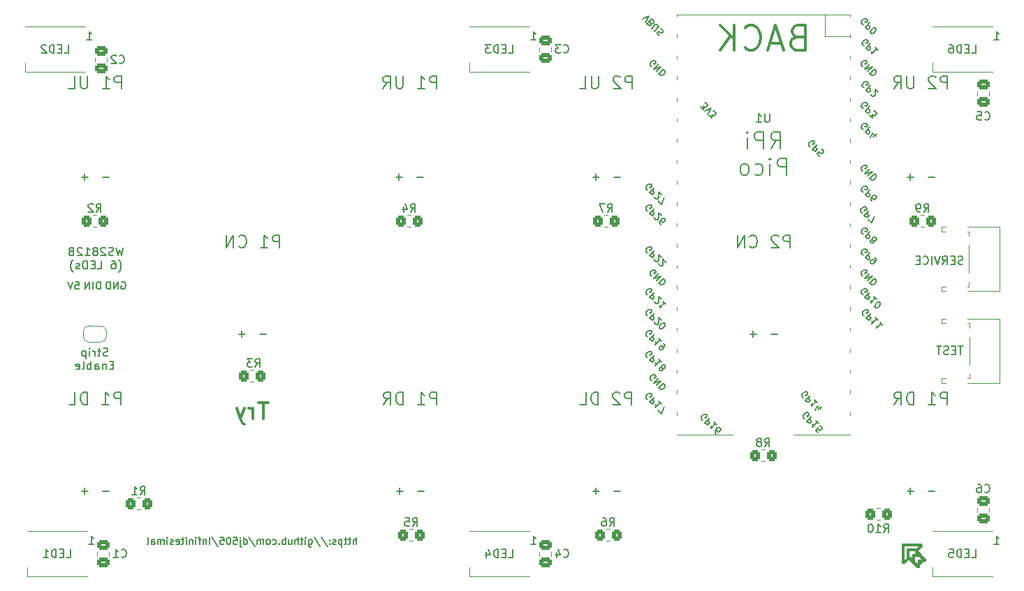
<source format=gbo>
%TF.GenerationSoftware,KiCad,Pcbnew,(6.0.8)*%
%TF.CreationDate,2023-02-07T03:37:00-07:00*%
%TF.ProjectId,pcb,7063622e-6b69-4636-9164-5f7063625858,rev?*%
%TF.SameCoordinates,Original*%
%TF.FileFunction,Legend,Bot*%
%TF.FilePolarity,Positive*%
%FSLAX46Y46*%
G04 Gerber Fmt 4.6, Leading zero omitted, Abs format (unit mm)*
G04 Created by KiCad (PCBNEW (6.0.8)) date 2023-02-07 03:37:00*
%MOMM*%
%LPD*%
G01*
G04 APERTURE LIST*
G04 Aperture macros list*
%AMRoundRect*
0 Rectangle with rounded corners*
0 $1 Rounding radius*
0 $2 $3 $4 $5 $6 $7 $8 $9 X,Y pos of 4 corners*
0 Add a 4 corners polygon primitive as box body*
4,1,4,$2,$3,$4,$5,$6,$7,$8,$9,$2,$3,0*
0 Add four circle primitives for the rounded corners*
1,1,$1+$1,$2,$3*
1,1,$1+$1,$4,$5*
1,1,$1+$1,$6,$7*
1,1,$1+$1,$8,$9*
0 Add four rect primitives between the rounded corners*
20,1,$1+$1,$2,$3,$4,$5,0*
20,1,$1+$1,$4,$5,$6,$7,0*
20,1,$1+$1,$6,$7,$8,$9,0*
20,1,$1+$1,$8,$9,$2,$3,0*%
%AMHorizOval*
0 Thick line with rounded ends*
0 $1 width*
0 $2 $3 position (X,Y) of the first rounded end (center of the circle)*
0 $4 $5 position (X,Y) of the second rounded end (center of the circle)*
0 Add line between two ends*
20,1,$1,$2,$3,$4,$5,0*
0 Add two circle primitives to create the rounded ends*
1,1,$1,$2,$3*
1,1,$1,$4,$5*%
%AMFreePoly0*
4,1,22,0.500000,-0.750000,0.000000,-0.750000,0.000000,-0.745033,-0.079941,-0.743568,-0.215256,-0.701293,-0.333266,-0.622738,-0.424486,-0.514219,-0.481581,-0.384460,-0.499164,-0.250000,-0.500000,-0.250000,-0.500000,0.250000,-0.499164,0.250000,-0.499963,0.256109,-0.478152,0.396186,-0.417904,0.524511,-0.324060,0.630769,-0.204165,0.706417,-0.067858,0.745374,0.000000,0.744959,0.000000,0.750000,
0.500000,0.750000,0.500000,-0.750000,0.500000,-0.750000,$1*%
%AMFreePoly1*
4,1,20,0.000000,0.744959,0.073905,0.744508,0.209726,0.703889,0.328688,0.626782,0.421226,0.519385,0.479903,0.390333,0.500000,0.250000,0.500000,-0.250000,0.499851,-0.262216,0.476331,-0.402017,0.414519,-0.529596,0.319384,-0.634700,0.198574,-0.708877,0.061801,-0.746166,0.000000,-0.745033,0.000000,-0.750000,-0.500000,-0.750000,-0.500000,0.750000,0.000000,0.750000,0.000000,0.744959,
0.000000,0.744959,$1*%
G04 Aperture macros list end*
%ADD10C,0.150000*%
%ADD11C,0.187500*%
%ADD12C,0.300000*%
%ADD13C,0.120000*%
%ADD14HorizOval,2.250000X0.019771X0.290016X-0.019771X-0.290016X0*%
%ADD15C,2.250000*%
%ADD16HorizOval,2.250000X0.654995X0.730004X-0.654995X-0.730004X0*%
%ADD17C,3.987800*%
%ADD18C,1.750000*%
%ADD19C,2.000000*%
%ADD20C,1.700000*%
%ADD21C,0.800000*%
%ADD22C,1.905000*%
%ADD23R,1.905000X1.905000*%
%ADD24R,1.700000X1.700000*%
%ADD25O,1.700000X1.700000*%
%ADD26R,1.500000X0.900000*%
%ADD27FreePoly0,180.000000*%
%ADD28FreePoly1,180.000000*%
%ADD29RoundRect,0.250000X-0.475000X0.337500X-0.475000X-0.337500X0.475000X-0.337500X0.475000X0.337500X0*%
%ADD30RoundRect,0.250000X0.350000X0.450000X-0.350000X0.450000X-0.350000X-0.450000X0.350000X-0.450000X0*%
%ADD31RoundRect,0.250000X-0.350000X-0.450000X0.350000X-0.450000X0.350000X0.450000X-0.350000X0.450000X0*%
%ADD32R,3.500000X1.700000*%
%ADD33C,2.100000*%
%ADD34RoundRect,0.250000X0.475000X-0.337500X0.475000X0.337500X-0.475000X0.337500X-0.475000X-0.337500X0*%
G04 APERTURE END LIST*
D10*
X157058928Y-69004571D02*
X157058928Y-67504571D01*
X156487500Y-67504571D01*
X156344642Y-67576000D01*
X156273214Y-67647428D01*
X156201785Y-67790285D01*
X156201785Y-68004571D01*
X156273214Y-68147428D01*
X156344642Y-68218857D01*
X156487500Y-68290285D01*
X157058928Y-68290285D01*
X155630357Y-67647428D02*
X155558928Y-67576000D01*
X155416071Y-67504571D01*
X155058928Y-67504571D01*
X154916071Y-67576000D01*
X154844642Y-67647428D01*
X154773214Y-67790285D01*
X154773214Y-67933142D01*
X154844642Y-68147428D01*
X155701785Y-69004571D01*
X154773214Y-69004571D01*
X152987500Y-67504571D02*
X152987500Y-68718857D01*
X152916071Y-68861714D01*
X152844642Y-68933142D01*
X152701785Y-69004571D01*
X152416071Y-69004571D01*
X152273214Y-68933142D01*
X152201785Y-68861714D01*
X152130357Y-68718857D01*
X152130357Y-67504571D01*
X150701785Y-69004571D02*
X151416071Y-69004571D01*
X151416071Y-67504571D01*
X133353571Y-107358571D02*
X133353571Y-105858571D01*
X132782142Y-105858571D01*
X132639285Y-105930000D01*
X132567857Y-106001428D01*
X132496428Y-106144285D01*
X132496428Y-106358571D01*
X132567857Y-106501428D01*
X132639285Y-106572857D01*
X132782142Y-106644285D01*
X133353571Y-106644285D01*
X131067857Y-107358571D02*
X131925000Y-107358571D01*
X131496428Y-107358571D02*
X131496428Y-105858571D01*
X131639285Y-106072857D01*
X131782142Y-106215714D01*
X131925000Y-106287142D01*
X129282142Y-107358571D02*
X129282142Y-105858571D01*
X128925000Y-105858571D01*
X128710714Y-105930000D01*
X128567857Y-106072857D01*
X128496428Y-106215714D01*
X128425000Y-106501428D01*
X128425000Y-106715714D01*
X128496428Y-107001428D01*
X128567857Y-107144285D01*
X128710714Y-107287142D01*
X128925000Y-107358571D01*
X129282142Y-107358571D01*
X126925000Y-107358571D02*
X127425000Y-106644285D01*
X127782142Y-107358571D02*
X127782142Y-105858571D01*
X127210714Y-105858571D01*
X127067857Y-105930000D01*
X126996428Y-106001428D01*
X126925000Y-106144285D01*
X126925000Y-106358571D01*
X126996428Y-106501428D01*
X127067857Y-106572857D01*
X127210714Y-106644285D01*
X127782142Y-106644285D01*
X178005722Y-109083407D02*
X177924910Y-109056470D01*
X177844097Y-108975658D01*
X177790223Y-108867908D01*
X177790223Y-108760158D01*
X177817160Y-108679346D01*
X177897972Y-108544659D01*
X177978784Y-108463847D01*
X178113471Y-108383035D01*
X178194284Y-108356097D01*
X178302033Y-108356097D01*
X178409783Y-108409972D01*
X178463658Y-108463847D01*
X178517532Y-108571597D01*
X178517532Y-108625471D01*
X178328971Y-108814033D01*
X178221221Y-108706284D01*
X178813844Y-108814033D02*
X178248158Y-109379719D01*
X178463658Y-109595218D01*
X178544470Y-109622155D01*
X178598345Y-109622155D01*
X178679157Y-109595218D01*
X178759969Y-109514406D01*
X178786906Y-109433593D01*
X178786906Y-109379719D01*
X178759969Y-109298906D01*
X178544470Y-109083407D01*
X179675841Y-109676030D02*
X179352592Y-109352781D01*
X179514216Y-109514406D02*
X178948531Y-110080091D01*
X178975468Y-109945404D01*
X178975468Y-109837654D01*
X178948531Y-109756842D01*
X179621966Y-110753526D02*
X179352592Y-110484152D01*
X179595028Y-110187841D01*
X179595028Y-110241715D01*
X179621966Y-110322528D01*
X179756653Y-110457215D01*
X179837465Y-110484152D01*
X179891340Y-110484152D01*
X179972152Y-110457215D01*
X180106839Y-110322528D01*
X180133776Y-110241715D01*
X180133776Y-110187841D01*
X180106839Y-110107028D01*
X179972152Y-109972341D01*
X179891340Y-109945404D01*
X179837465Y-109945404D01*
X197167142Y-90320761D02*
X197024285Y-90368380D01*
X196786190Y-90368380D01*
X196690952Y-90320761D01*
X196643333Y-90273142D01*
X196595714Y-90177904D01*
X196595714Y-90082666D01*
X196643333Y-89987428D01*
X196690952Y-89939809D01*
X196786190Y-89892190D01*
X196976666Y-89844571D01*
X197071904Y-89796952D01*
X197119523Y-89749333D01*
X197167142Y-89654095D01*
X197167142Y-89558857D01*
X197119523Y-89463619D01*
X197071904Y-89416000D01*
X196976666Y-89368380D01*
X196738571Y-89368380D01*
X196595714Y-89416000D01*
X196167142Y-89844571D02*
X195833809Y-89844571D01*
X195690952Y-90368380D02*
X196167142Y-90368380D01*
X196167142Y-89368380D01*
X195690952Y-89368380D01*
X194690952Y-90368380D02*
X195024285Y-89892190D01*
X195262380Y-90368380D02*
X195262380Y-89368380D01*
X194881428Y-89368380D01*
X194786190Y-89416000D01*
X194738571Y-89463619D01*
X194690952Y-89558857D01*
X194690952Y-89701714D01*
X194738571Y-89796952D01*
X194786190Y-89844571D01*
X194881428Y-89892190D01*
X195262380Y-89892190D01*
X194405238Y-89368380D02*
X194071904Y-90368380D01*
X193738571Y-89368380D01*
X193405238Y-90368380D02*
X193405238Y-89368380D01*
X192357619Y-90273142D02*
X192405238Y-90320761D01*
X192548095Y-90368380D01*
X192643333Y-90368380D01*
X192786190Y-90320761D01*
X192881428Y-90225523D01*
X192929047Y-90130285D01*
X192976666Y-89939809D01*
X192976666Y-89796952D01*
X192929047Y-89606476D01*
X192881428Y-89511238D01*
X192786190Y-89416000D01*
X192643333Y-89368380D01*
X192548095Y-89368380D01*
X192405238Y-89416000D01*
X192357619Y-89463619D01*
X191929047Y-89844571D02*
X191595714Y-89844571D01*
X191452857Y-90368380D02*
X191929047Y-90368380D01*
X191929047Y-89368380D01*
X191452857Y-89368380D01*
D11*
X123626571Y-124336523D02*
X123626571Y-123486523D01*
X123262285Y-124336523D02*
X123262285Y-123891285D01*
X123302761Y-123810333D01*
X123383714Y-123769857D01*
X123505142Y-123769857D01*
X123586095Y-123810333D01*
X123626571Y-123850809D01*
X122978952Y-123769857D02*
X122655142Y-123769857D01*
X122857523Y-123486523D02*
X122857523Y-124215095D01*
X122817047Y-124296047D01*
X122736095Y-124336523D01*
X122655142Y-124336523D01*
X122493238Y-123769857D02*
X122169428Y-123769857D01*
X122371809Y-123486523D02*
X122371809Y-124215095D01*
X122331333Y-124296047D01*
X122250380Y-124336523D01*
X122169428Y-124336523D01*
X121886095Y-123769857D02*
X121886095Y-124619857D01*
X121886095Y-123810333D02*
X121805142Y-123769857D01*
X121643238Y-123769857D01*
X121562285Y-123810333D01*
X121521809Y-123850809D01*
X121481333Y-123931761D01*
X121481333Y-124174619D01*
X121521809Y-124255571D01*
X121562285Y-124296047D01*
X121643238Y-124336523D01*
X121805142Y-124336523D01*
X121886095Y-124296047D01*
X121157523Y-124296047D02*
X121076571Y-124336523D01*
X120914666Y-124336523D01*
X120833714Y-124296047D01*
X120793238Y-124215095D01*
X120793238Y-124174619D01*
X120833714Y-124093666D01*
X120914666Y-124053190D01*
X121036095Y-124053190D01*
X121117047Y-124012714D01*
X121157523Y-123931761D01*
X121157523Y-123891285D01*
X121117047Y-123810333D01*
X121036095Y-123769857D01*
X120914666Y-123769857D01*
X120833714Y-123810333D01*
X120428952Y-124255571D02*
X120388476Y-124296047D01*
X120428952Y-124336523D01*
X120469428Y-124296047D01*
X120428952Y-124255571D01*
X120428952Y-124336523D01*
X120428952Y-123810333D02*
X120388476Y-123850809D01*
X120428952Y-123891285D01*
X120469428Y-123850809D01*
X120428952Y-123810333D01*
X120428952Y-123891285D01*
X119417047Y-123446047D02*
X120145619Y-124538904D01*
X118526571Y-123446047D02*
X119255142Y-124538904D01*
X117878952Y-123769857D02*
X117878952Y-124457952D01*
X117919428Y-124538904D01*
X117959904Y-124579380D01*
X118040857Y-124619857D01*
X118162285Y-124619857D01*
X118243238Y-124579380D01*
X117878952Y-124296047D02*
X117959904Y-124336523D01*
X118121809Y-124336523D01*
X118202761Y-124296047D01*
X118243238Y-124255571D01*
X118283714Y-124174619D01*
X118283714Y-123931761D01*
X118243238Y-123850809D01*
X118202761Y-123810333D01*
X118121809Y-123769857D01*
X117959904Y-123769857D01*
X117878952Y-123810333D01*
X117474190Y-124336523D02*
X117474190Y-123769857D01*
X117474190Y-123486523D02*
X117514666Y-123527000D01*
X117474190Y-123567476D01*
X117433714Y-123527000D01*
X117474190Y-123486523D01*
X117474190Y-123567476D01*
X117190857Y-123769857D02*
X116867047Y-123769857D01*
X117069428Y-123486523D02*
X117069428Y-124215095D01*
X117028952Y-124296047D01*
X116948000Y-124336523D01*
X116867047Y-124336523D01*
X116583714Y-124336523D02*
X116583714Y-123486523D01*
X116219428Y-124336523D02*
X116219428Y-123891285D01*
X116259904Y-123810333D01*
X116340857Y-123769857D01*
X116462285Y-123769857D01*
X116543238Y-123810333D01*
X116583714Y-123850809D01*
X115450380Y-123769857D02*
X115450380Y-124336523D01*
X115814666Y-123769857D02*
X115814666Y-124215095D01*
X115774190Y-124296047D01*
X115693238Y-124336523D01*
X115571809Y-124336523D01*
X115490857Y-124296047D01*
X115450380Y-124255571D01*
X115045619Y-124336523D02*
X115045619Y-123486523D01*
X115045619Y-123810333D02*
X114964666Y-123769857D01*
X114802761Y-123769857D01*
X114721809Y-123810333D01*
X114681333Y-123850809D01*
X114640857Y-123931761D01*
X114640857Y-124174619D01*
X114681333Y-124255571D01*
X114721809Y-124296047D01*
X114802761Y-124336523D01*
X114964666Y-124336523D01*
X115045619Y-124296047D01*
X114276571Y-124255571D02*
X114236095Y-124296047D01*
X114276571Y-124336523D01*
X114317047Y-124296047D01*
X114276571Y-124255571D01*
X114276571Y-124336523D01*
X113507523Y-124296047D02*
X113588476Y-124336523D01*
X113750380Y-124336523D01*
X113831333Y-124296047D01*
X113871809Y-124255571D01*
X113912285Y-124174619D01*
X113912285Y-123931761D01*
X113871809Y-123850809D01*
X113831333Y-123810333D01*
X113750380Y-123769857D01*
X113588476Y-123769857D01*
X113507523Y-123810333D01*
X113021809Y-124336523D02*
X113102761Y-124296047D01*
X113143238Y-124255571D01*
X113183714Y-124174619D01*
X113183714Y-123931761D01*
X113143238Y-123850809D01*
X113102761Y-123810333D01*
X113021809Y-123769857D01*
X112900380Y-123769857D01*
X112819428Y-123810333D01*
X112778952Y-123850809D01*
X112738476Y-123931761D01*
X112738476Y-124174619D01*
X112778952Y-124255571D01*
X112819428Y-124296047D01*
X112900380Y-124336523D01*
X113021809Y-124336523D01*
X112374190Y-124336523D02*
X112374190Y-123769857D01*
X112374190Y-123850809D02*
X112333714Y-123810333D01*
X112252761Y-123769857D01*
X112131333Y-123769857D01*
X112050380Y-123810333D01*
X112009904Y-123891285D01*
X112009904Y-124336523D01*
X112009904Y-123891285D02*
X111969428Y-123810333D01*
X111888476Y-123769857D01*
X111767047Y-123769857D01*
X111686095Y-123810333D01*
X111645619Y-123891285D01*
X111645619Y-124336523D01*
X110633714Y-123446047D02*
X111362285Y-124538904D01*
X109986095Y-124336523D02*
X109986095Y-123486523D01*
X109986095Y-124296047D02*
X110067047Y-124336523D01*
X110228952Y-124336523D01*
X110309904Y-124296047D01*
X110350380Y-124255571D01*
X110390857Y-124174619D01*
X110390857Y-123931761D01*
X110350380Y-123850809D01*
X110309904Y-123810333D01*
X110228952Y-123769857D01*
X110067047Y-123769857D01*
X109986095Y-123810333D01*
X109581333Y-123769857D02*
X109581333Y-124498428D01*
X109621809Y-124579380D01*
X109702761Y-124619857D01*
X109743238Y-124619857D01*
X109581333Y-123486523D02*
X109621809Y-123527000D01*
X109581333Y-123567476D01*
X109540857Y-123527000D01*
X109581333Y-123486523D01*
X109581333Y-123567476D01*
X108771809Y-123486523D02*
X109176571Y-123486523D01*
X109217047Y-123891285D01*
X109176571Y-123850809D01*
X109095619Y-123810333D01*
X108893238Y-123810333D01*
X108812285Y-123850809D01*
X108771809Y-123891285D01*
X108731333Y-123972238D01*
X108731333Y-124174619D01*
X108771809Y-124255571D01*
X108812285Y-124296047D01*
X108893238Y-124336523D01*
X109095619Y-124336523D01*
X109176571Y-124296047D01*
X109217047Y-124255571D01*
X108205142Y-123486523D02*
X108124190Y-123486523D01*
X108043238Y-123527000D01*
X108002761Y-123567476D01*
X107962285Y-123648428D01*
X107921809Y-123810333D01*
X107921809Y-124012714D01*
X107962285Y-124174619D01*
X108002761Y-124255571D01*
X108043238Y-124296047D01*
X108124190Y-124336523D01*
X108205142Y-124336523D01*
X108286095Y-124296047D01*
X108326571Y-124255571D01*
X108367047Y-124174619D01*
X108407523Y-124012714D01*
X108407523Y-123810333D01*
X108367047Y-123648428D01*
X108326571Y-123567476D01*
X108286095Y-123527000D01*
X108205142Y-123486523D01*
X107152761Y-123486523D02*
X107557523Y-123486523D01*
X107597999Y-123891285D01*
X107557523Y-123850809D01*
X107476571Y-123810333D01*
X107274190Y-123810333D01*
X107193238Y-123850809D01*
X107152761Y-123891285D01*
X107112285Y-123972238D01*
X107112285Y-124174619D01*
X107152761Y-124255571D01*
X107193238Y-124296047D01*
X107274190Y-124336523D01*
X107476571Y-124336523D01*
X107557523Y-124296047D01*
X107597999Y-124255571D01*
X106140857Y-123446047D02*
X106869428Y-124538904D01*
X105857523Y-124336523D02*
X105857523Y-123486523D01*
X105452761Y-123769857D02*
X105452761Y-124336523D01*
X105452761Y-123850809D02*
X105412285Y-123810333D01*
X105331333Y-123769857D01*
X105209904Y-123769857D01*
X105128952Y-123810333D01*
X105088476Y-123891285D01*
X105088476Y-124336523D01*
X104805142Y-123769857D02*
X104481333Y-123769857D01*
X104683714Y-124336523D02*
X104683714Y-123607952D01*
X104643238Y-123527000D01*
X104562285Y-123486523D01*
X104481333Y-123486523D01*
X104197999Y-124336523D02*
X104197999Y-123769857D01*
X104197999Y-123486523D02*
X104238476Y-123527000D01*
X104197999Y-123567476D01*
X104157523Y-123527000D01*
X104197999Y-123486523D01*
X104197999Y-123567476D01*
X103793238Y-123769857D02*
X103793238Y-124336523D01*
X103793238Y-123850809D02*
X103752761Y-123810333D01*
X103671809Y-123769857D01*
X103550380Y-123769857D01*
X103469428Y-123810333D01*
X103428952Y-123891285D01*
X103428952Y-124336523D01*
X103024190Y-124336523D02*
X103024190Y-123769857D01*
X103024190Y-123486523D02*
X103064666Y-123527000D01*
X103024190Y-123567476D01*
X102983714Y-123527000D01*
X103024190Y-123486523D01*
X103024190Y-123567476D01*
X102740857Y-123769857D02*
X102417047Y-123769857D01*
X102619428Y-123486523D02*
X102619428Y-124215095D01*
X102578952Y-124296047D01*
X102497999Y-124336523D01*
X102417047Y-124336523D01*
X101809904Y-124296047D02*
X101890857Y-124336523D01*
X102052761Y-124336523D01*
X102133714Y-124296047D01*
X102174190Y-124215095D01*
X102174190Y-123891285D01*
X102133714Y-123810333D01*
X102052761Y-123769857D01*
X101890857Y-123769857D01*
X101809904Y-123810333D01*
X101769428Y-123891285D01*
X101769428Y-123972238D01*
X102174190Y-124053190D01*
X101445619Y-124296047D02*
X101364666Y-124336523D01*
X101202761Y-124336523D01*
X101121809Y-124296047D01*
X101081333Y-124215095D01*
X101081333Y-124174619D01*
X101121809Y-124093666D01*
X101202761Y-124053190D01*
X101324190Y-124053190D01*
X101405142Y-124012714D01*
X101445619Y-123931761D01*
X101445619Y-123891285D01*
X101405142Y-123810333D01*
X101324190Y-123769857D01*
X101202761Y-123769857D01*
X101121809Y-123810333D01*
X100717047Y-124336523D02*
X100717047Y-123769857D01*
X100717047Y-123486523D02*
X100757523Y-123527000D01*
X100717047Y-123567476D01*
X100676571Y-123527000D01*
X100717047Y-123486523D01*
X100717047Y-123567476D01*
X100312285Y-124336523D02*
X100312285Y-123769857D01*
X100312285Y-123850809D02*
X100271809Y-123810333D01*
X100190857Y-123769857D01*
X100069428Y-123769857D01*
X99988476Y-123810333D01*
X99947999Y-123891285D01*
X99947999Y-124336523D01*
X99947999Y-123891285D02*
X99907523Y-123810333D01*
X99826571Y-123769857D01*
X99705142Y-123769857D01*
X99624190Y-123810333D01*
X99583714Y-123891285D01*
X99583714Y-124336523D01*
X98814666Y-124336523D02*
X98814666Y-123891285D01*
X98855142Y-123810333D01*
X98936095Y-123769857D01*
X99097999Y-123769857D01*
X99178952Y-123810333D01*
X98814666Y-124296047D02*
X98895619Y-124336523D01*
X99097999Y-124336523D01*
X99178952Y-124296047D01*
X99219428Y-124215095D01*
X99219428Y-124134142D01*
X99178952Y-124053190D01*
X99097999Y-124012714D01*
X98895619Y-124012714D01*
X98814666Y-123972238D01*
X98288476Y-124336523D02*
X98369428Y-124296047D01*
X98409904Y-124215095D01*
X98409904Y-123486523D01*
D10*
X177859722Y-106543407D02*
X177778910Y-106516470D01*
X177698097Y-106435658D01*
X177644223Y-106327908D01*
X177644223Y-106220158D01*
X177671160Y-106139346D01*
X177751972Y-106004659D01*
X177832784Y-105923847D01*
X177967471Y-105843035D01*
X178048284Y-105816097D01*
X178156033Y-105816097D01*
X178263783Y-105869972D01*
X178317658Y-105923847D01*
X178371532Y-106031597D01*
X178371532Y-106085471D01*
X178182971Y-106274033D01*
X178075221Y-106166284D01*
X178667844Y-106274033D02*
X178102158Y-106839719D01*
X178317658Y-107055218D01*
X178398470Y-107082155D01*
X178452345Y-107082155D01*
X178533157Y-107055218D01*
X178613969Y-106974406D01*
X178640906Y-106893593D01*
X178640906Y-106839719D01*
X178613969Y-106758906D01*
X178398470Y-106543407D01*
X179529841Y-107136030D02*
X179206592Y-106812781D01*
X179368216Y-106974406D02*
X178802531Y-107540091D01*
X178829468Y-107405404D01*
X178829468Y-107297654D01*
X178802531Y-107216842D01*
X179637590Y-107998027D02*
X180014714Y-107620903D01*
X179287404Y-108078839D02*
X179556778Y-107540091D01*
X179906964Y-107890277D01*
X95384523Y-88309380D02*
X95146428Y-89309380D01*
X94955952Y-88595095D01*
X94765476Y-89309380D01*
X94527380Y-88309380D01*
X94194047Y-89261761D02*
X94051190Y-89309380D01*
X93813095Y-89309380D01*
X93717857Y-89261761D01*
X93670238Y-89214142D01*
X93622619Y-89118904D01*
X93622619Y-89023666D01*
X93670238Y-88928428D01*
X93717857Y-88880809D01*
X93813095Y-88833190D01*
X94003571Y-88785571D01*
X94098809Y-88737952D01*
X94146428Y-88690333D01*
X94194047Y-88595095D01*
X94194047Y-88499857D01*
X94146428Y-88404619D01*
X94098809Y-88357000D01*
X94003571Y-88309380D01*
X93765476Y-88309380D01*
X93622619Y-88357000D01*
X93241666Y-88404619D02*
X93194047Y-88357000D01*
X93098809Y-88309380D01*
X92860714Y-88309380D01*
X92765476Y-88357000D01*
X92717857Y-88404619D01*
X92670238Y-88499857D01*
X92670238Y-88595095D01*
X92717857Y-88737952D01*
X93289285Y-89309380D01*
X92670238Y-89309380D01*
X92098809Y-88737952D02*
X92194047Y-88690333D01*
X92241666Y-88642714D01*
X92289285Y-88547476D01*
X92289285Y-88499857D01*
X92241666Y-88404619D01*
X92194047Y-88357000D01*
X92098809Y-88309380D01*
X91908333Y-88309380D01*
X91813095Y-88357000D01*
X91765476Y-88404619D01*
X91717857Y-88499857D01*
X91717857Y-88547476D01*
X91765476Y-88642714D01*
X91813095Y-88690333D01*
X91908333Y-88737952D01*
X92098809Y-88737952D01*
X92194047Y-88785571D01*
X92241666Y-88833190D01*
X92289285Y-88928428D01*
X92289285Y-89118904D01*
X92241666Y-89214142D01*
X92194047Y-89261761D01*
X92098809Y-89309380D01*
X91908333Y-89309380D01*
X91813095Y-89261761D01*
X91765476Y-89214142D01*
X91717857Y-89118904D01*
X91717857Y-88928428D01*
X91765476Y-88833190D01*
X91813095Y-88785571D01*
X91908333Y-88737952D01*
X90765476Y-89309380D02*
X91336904Y-89309380D01*
X91051190Y-89309380D02*
X91051190Y-88309380D01*
X91146428Y-88452238D01*
X91241666Y-88547476D01*
X91336904Y-88595095D01*
X90384523Y-88404619D02*
X90336904Y-88357000D01*
X90241666Y-88309380D01*
X90003571Y-88309380D01*
X89908333Y-88357000D01*
X89860714Y-88404619D01*
X89813095Y-88499857D01*
X89813095Y-88595095D01*
X89860714Y-88737952D01*
X90432142Y-89309380D01*
X89813095Y-89309380D01*
X89051190Y-88785571D02*
X88908333Y-88833190D01*
X88860714Y-88880809D01*
X88813095Y-88976047D01*
X88813095Y-89118904D01*
X88860714Y-89214142D01*
X88908333Y-89261761D01*
X89003571Y-89309380D01*
X89384523Y-89309380D01*
X89384523Y-88309380D01*
X89051190Y-88309380D01*
X88955952Y-88357000D01*
X88908333Y-88404619D01*
X88860714Y-88499857D01*
X88860714Y-88595095D01*
X88908333Y-88690333D01*
X88955952Y-88737952D01*
X89051190Y-88785571D01*
X89384523Y-88785571D01*
X94836904Y-91300333D02*
X94884523Y-91252714D01*
X94979761Y-91109857D01*
X95027380Y-91014619D01*
X95075000Y-90871761D01*
X95122619Y-90633666D01*
X95122619Y-90443190D01*
X95075000Y-90205095D01*
X95027380Y-90062238D01*
X94979761Y-89967000D01*
X94884523Y-89824142D01*
X94836904Y-89776523D01*
X94027380Y-89919380D02*
X94217857Y-89919380D01*
X94313095Y-89967000D01*
X94360714Y-90014619D01*
X94455952Y-90157476D01*
X94503571Y-90347952D01*
X94503571Y-90728904D01*
X94455952Y-90824142D01*
X94408333Y-90871761D01*
X94313095Y-90919380D01*
X94122619Y-90919380D01*
X94027380Y-90871761D01*
X93979761Y-90824142D01*
X93932142Y-90728904D01*
X93932142Y-90490809D01*
X93979761Y-90395571D01*
X94027380Y-90347952D01*
X94122619Y-90300333D01*
X94313095Y-90300333D01*
X94408333Y-90347952D01*
X94455952Y-90395571D01*
X94503571Y-90490809D01*
X92265476Y-90919380D02*
X92741666Y-90919380D01*
X92741666Y-89919380D01*
X91932142Y-90395571D02*
X91598809Y-90395571D01*
X91455952Y-90919380D02*
X91932142Y-90919380D01*
X91932142Y-89919380D01*
X91455952Y-89919380D01*
X91027380Y-90919380D02*
X91027380Y-89919380D01*
X90789285Y-89919380D01*
X90646428Y-89967000D01*
X90551190Y-90062238D01*
X90503571Y-90157476D01*
X90455952Y-90347952D01*
X90455952Y-90490809D01*
X90503571Y-90681285D01*
X90551190Y-90776523D01*
X90646428Y-90871761D01*
X90789285Y-90919380D01*
X91027380Y-90919380D01*
X90075000Y-90871761D02*
X89979761Y-90919380D01*
X89789285Y-90919380D01*
X89694047Y-90871761D01*
X89646428Y-90776523D01*
X89646428Y-90728904D01*
X89694047Y-90633666D01*
X89789285Y-90586047D01*
X89932142Y-90586047D01*
X90027380Y-90538428D01*
X90075000Y-90443190D01*
X90075000Y-90395571D01*
X90027380Y-90300333D01*
X89932142Y-90252714D01*
X89789285Y-90252714D01*
X89694047Y-90300333D01*
X89313095Y-91300333D02*
X89265476Y-91252714D01*
X89170238Y-91109857D01*
X89122619Y-91014619D01*
X89075000Y-90871761D01*
X89027380Y-90633666D01*
X89027380Y-90443190D01*
X89075000Y-90205095D01*
X89122619Y-90062238D01*
X89170238Y-89967000D01*
X89265476Y-89824142D01*
X89313095Y-89776523D01*
X176251785Y-88308571D02*
X176251785Y-86808571D01*
X175680357Y-86808571D01*
X175537500Y-86880000D01*
X175466071Y-86951428D01*
X175394642Y-87094285D01*
X175394642Y-87308571D01*
X175466071Y-87451428D01*
X175537500Y-87522857D01*
X175680357Y-87594285D01*
X176251785Y-87594285D01*
X174823214Y-86951428D02*
X174751785Y-86880000D01*
X174608928Y-86808571D01*
X174251785Y-86808571D01*
X174108928Y-86880000D01*
X174037500Y-86951428D01*
X173966071Y-87094285D01*
X173966071Y-87237142D01*
X174037500Y-87451428D01*
X174894642Y-88308571D01*
X173966071Y-88308571D01*
X171323214Y-88165714D02*
X171394642Y-88237142D01*
X171608928Y-88308571D01*
X171751785Y-88308571D01*
X171966071Y-88237142D01*
X172108928Y-88094285D01*
X172180357Y-87951428D01*
X172251785Y-87665714D01*
X172251785Y-87451428D01*
X172180357Y-87165714D01*
X172108928Y-87022857D01*
X171966071Y-86880000D01*
X171751785Y-86808571D01*
X171608928Y-86808571D01*
X171394642Y-86880000D01*
X171323214Y-86951428D01*
X170680357Y-88308571D02*
X170680357Y-86808571D01*
X169823214Y-88308571D01*
X169823214Y-86808571D01*
X195301785Y-69004571D02*
X195301785Y-67504571D01*
X194730357Y-67504571D01*
X194587500Y-67576000D01*
X194516071Y-67647428D01*
X194444642Y-67790285D01*
X194444642Y-68004571D01*
X194516071Y-68147428D01*
X194587500Y-68218857D01*
X194730357Y-68290285D01*
X195301785Y-68290285D01*
X193873214Y-67647428D02*
X193801785Y-67576000D01*
X193658928Y-67504571D01*
X193301785Y-67504571D01*
X193158928Y-67576000D01*
X193087500Y-67647428D01*
X193016071Y-67790285D01*
X193016071Y-67933142D01*
X193087500Y-68147428D01*
X193944642Y-69004571D01*
X193016071Y-69004571D01*
X191230357Y-67504571D02*
X191230357Y-68718857D01*
X191158928Y-68861714D01*
X191087500Y-68933142D01*
X190944642Y-69004571D01*
X190658928Y-69004571D01*
X190516071Y-68933142D01*
X190444642Y-68861714D01*
X190373214Y-68718857D01*
X190373214Y-67504571D01*
X188801785Y-69004571D02*
X189301785Y-68290285D01*
X189658928Y-69004571D02*
X189658928Y-67504571D01*
X189087500Y-67504571D01*
X188944642Y-67576000D01*
X188873214Y-67647428D01*
X188801785Y-67790285D01*
X188801785Y-68004571D01*
X188873214Y-68147428D01*
X188944642Y-68218857D01*
X189087500Y-68290285D01*
X189658928Y-68290285D01*
X95146428Y-69004571D02*
X95146428Y-67504571D01*
X94575000Y-67504571D01*
X94432142Y-67576000D01*
X94360714Y-67647428D01*
X94289285Y-67790285D01*
X94289285Y-68004571D01*
X94360714Y-68147428D01*
X94432142Y-68218857D01*
X94575000Y-68290285D01*
X95146428Y-68290285D01*
X92860714Y-69004571D02*
X93717857Y-69004571D01*
X93289285Y-69004571D02*
X93289285Y-67504571D01*
X93432142Y-67718857D01*
X93575000Y-67861714D01*
X93717857Y-67933142D01*
X91075000Y-67504571D02*
X91075000Y-68718857D01*
X91003571Y-68861714D01*
X90932142Y-68933142D01*
X90789285Y-69004571D01*
X90503571Y-69004571D01*
X90360714Y-68933142D01*
X90289285Y-68861714D01*
X90217857Y-68718857D01*
X90217857Y-67504571D01*
X88789285Y-69004571D02*
X89503571Y-69004571D01*
X89503571Y-67504571D01*
X92615428Y-93371142D02*
X92615428Y-92471142D01*
X92401142Y-92471142D01*
X92272571Y-92514000D01*
X92186857Y-92599714D01*
X92144000Y-92685428D01*
X92101142Y-92856857D01*
X92101142Y-92985428D01*
X92144000Y-93156857D01*
X92186857Y-93242571D01*
X92272571Y-93328285D01*
X92401142Y-93371142D01*
X92615428Y-93371142D01*
X91715428Y-93371142D02*
X91715428Y-92471142D01*
X91286857Y-93371142D02*
X91286857Y-92471142D01*
X90772571Y-93371142D01*
X90772571Y-92471142D01*
X133389285Y-69004571D02*
X133389285Y-67504571D01*
X132817857Y-67504571D01*
X132675000Y-67576000D01*
X132603571Y-67647428D01*
X132532142Y-67790285D01*
X132532142Y-68004571D01*
X132603571Y-68147428D01*
X132675000Y-68218857D01*
X132817857Y-68290285D01*
X133389285Y-68290285D01*
X131103571Y-69004571D02*
X131960714Y-69004571D01*
X131532142Y-69004571D02*
X131532142Y-67504571D01*
X131675000Y-67718857D01*
X131817857Y-67861714D01*
X131960714Y-67933142D01*
X129317857Y-67504571D02*
X129317857Y-68718857D01*
X129246428Y-68861714D01*
X129175000Y-68933142D01*
X129032142Y-69004571D01*
X128746428Y-69004571D01*
X128603571Y-68933142D01*
X128532142Y-68861714D01*
X128460714Y-68718857D01*
X128460714Y-67504571D01*
X126889285Y-69004571D02*
X127389285Y-68290285D01*
X127746428Y-69004571D02*
X127746428Y-67504571D01*
X127175000Y-67504571D01*
X127032142Y-67576000D01*
X126960714Y-67647428D01*
X126889285Y-67790285D01*
X126889285Y-68004571D01*
X126960714Y-68147428D01*
X127032142Y-68218857D01*
X127175000Y-68290285D01*
X127746428Y-68290285D01*
D12*
X177045428Y-62777714D02*
X176616857Y-62920571D01*
X176474000Y-63063428D01*
X176331142Y-63349142D01*
X176331142Y-63777714D01*
X176474000Y-64063428D01*
X176616857Y-64206285D01*
X176902571Y-64349142D01*
X178045428Y-64349142D01*
X178045428Y-61349142D01*
X177045428Y-61349142D01*
X176759714Y-61492000D01*
X176616857Y-61634857D01*
X176474000Y-61920571D01*
X176474000Y-62206285D01*
X176616857Y-62492000D01*
X176759714Y-62634857D01*
X177045428Y-62777714D01*
X178045428Y-62777714D01*
X175188285Y-63492000D02*
X173759714Y-63492000D01*
X175474000Y-64349142D02*
X174474000Y-61349142D01*
X173474000Y-64349142D01*
X170759714Y-64063428D02*
X170902571Y-64206285D01*
X171331142Y-64349142D01*
X171616857Y-64349142D01*
X172045428Y-64206285D01*
X172331142Y-63920571D01*
X172474000Y-63634857D01*
X172616857Y-63063428D01*
X172616857Y-62634857D01*
X172474000Y-62063428D01*
X172331142Y-61777714D01*
X172045428Y-61492000D01*
X171616857Y-61349142D01*
X171331142Y-61349142D01*
X170902571Y-61492000D01*
X170759714Y-61634857D01*
X169474000Y-64349142D02*
X169474000Y-61349142D01*
X167759714Y-64349142D02*
X169045428Y-62634857D01*
X167759714Y-61349142D02*
X169474000Y-63063428D01*
D10*
X93519428Y-101453761D02*
X93376571Y-101501380D01*
X93138476Y-101501380D01*
X93043238Y-101453761D01*
X92995619Y-101406142D01*
X92948000Y-101310904D01*
X92948000Y-101215666D01*
X92995619Y-101120428D01*
X93043238Y-101072809D01*
X93138476Y-101025190D01*
X93328952Y-100977571D01*
X93424190Y-100929952D01*
X93471809Y-100882333D01*
X93519428Y-100787095D01*
X93519428Y-100691857D01*
X93471809Y-100596619D01*
X93424190Y-100549000D01*
X93328952Y-100501380D01*
X93090857Y-100501380D01*
X92948000Y-100549000D01*
X92662285Y-100834714D02*
X92281333Y-100834714D01*
X92519428Y-100501380D02*
X92519428Y-101358523D01*
X92471809Y-101453761D01*
X92376571Y-101501380D01*
X92281333Y-101501380D01*
X91948000Y-101501380D02*
X91948000Y-100834714D01*
X91948000Y-101025190D02*
X91900380Y-100929952D01*
X91852761Y-100882333D01*
X91757523Y-100834714D01*
X91662285Y-100834714D01*
X91328952Y-101501380D02*
X91328952Y-100834714D01*
X91328952Y-100501380D02*
X91376571Y-100549000D01*
X91328952Y-100596619D01*
X91281333Y-100549000D01*
X91328952Y-100501380D01*
X91328952Y-100596619D01*
X90852761Y-100834714D02*
X90852761Y-101834714D01*
X90852761Y-100882333D02*
X90757523Y-100834714D01*
X90567047Y-100834714D01*
X90471809Y-100882333D01*
X90424190Y-100929952D01*
X90376571Y-101025190D01*
X90376571Y-101310904D01*
X90424190Y-101406142D01*
X90471809Y-101453761D01*
X90567047Y-101501380D01*
X90757523Y-101501380D01*
X90852761Y-101453761D01*
X94209904Y-102587571D02*
X93876571Y-102587571D01*
X93733714Y-103111380D02*
X94209904Y-103111380D01*
X94209904Y-102111380D01*
X93733714Y-102111380D01*
X93305142Y-102444714D02*
X93305142Y-103111380D01*
X93305142Y-102539952D02*
X93257523Y-102492333D01*
X93162285Y-102444714D01*
X93019428Y-102444714D01*
X92924190Y-102492333D01*
X92876571Y-102587571D01*
X92876571Y-103111380D01*
X91971809Y-103111380D02*
X91971809Y-102587571D01*
X92019428Y-102492333D01*
X92114666Y-102444714D01*
X92305142Y-102444714D01*
X92400380Y-102492333D01*
X91971809Y-103063761D02*
X92067047Y-103111380D01*
X92305142Y-103111380D01*
X92400380Y-103063761D01*
X92448000Y-102968523D01*
X92448000Y-102873285D01*
X92400380Y-102778047D01*
X92305142Y-102730428D01*
X92067047Y-102730428D01*
X91971809Y-102682809D01*
X91495619Y-103111380D02*
X91495619Y-102111380D01*
X91495619Y-102492333D02*
X91400380Y-102444714D01*
X91209904Y-102444714D01*
X91114666Y-102492333D01*
X91067047Y-102539952D01*
X91019428Y-102635190D01*
X91019428Y-102920904D01*
X91067047Y-103016142D01*
X91114666Y-103063761D01*
X91209904Y-103111380D01*
X91400380Y-103111380D01*
X91495619Y-103063761D01*
X90448000Y-103111380D02*
X90543238Y-103063761D01*
X90590857Y-102968523D01*
X90590857Y-102111380D01*
X89686095Y-103063761D02*
X89781333Y-103111380D01*
X89971809Y-103111380D01*
X90067047Y-103063761D01*
X90114666Y-102968523D01*
X90114666Y-102587571D01*
X90067047Y-102492333D01*
X89971809Y-102444714D01*
X89781333Y-102444714D01*
X89686095Y-102492333D01*
X89638476Y-102587571D01*
X89638476Y-102682809D01*
X90114666Y-102778047D01*
X197175238Y-100290380D02*
X196603809Y-100290380D01*
X196889523Y-101290380D02*
X196889523Y-100290380D01*
X196270476Y-100766571D02*
X195937142Y-100766571D01*
X195794285Y-101290380D02*
X196270476Y-101290380D01*
X196270476Y-100290380D01*
X195794285Y-100290380D01*
X195413333Y-101242761D02*
X195270476Y-101290380D01*
X195032380Y-101290380D01*
X194937142Y-101242761D01*
X194889523Y-101195142D01*
X194841904Y-101099904D01*
X194841904Y-101004666D01*
X194889523Y-100909428D01*
X194937142Y-100861809D01*
X195032380Y-100814190D01*
X195222857Y-100766571D01*
X195318095Y-100718952D01*
X195365714Y-100671333D01*
X195413333Y-100576095D01*
X195413333Y-100480857D01*
X195365714Y-100385619D01*
X195318095Y-100338000D01*
X195222857Y-100290380D01*
X194984761Y-100290380D01*
X194841904Y-100338000D01*
X194556190Y-100290380D02*
X193984761Y-100290380D01*
X194270476Y-101290380D02*
X194270476Y-100290380D01*
D12*
X112950380Y-107108761D02*
X111807523Y-107108761D01*
X112378952Y-109108761D02*
X112378952Y-107108761D01*
X111140857Y-109108761D02*
X111140857Y-107775428D01*
X111140857Y-108156380D02*
X111045619Y-107965904D01*
X110950380Y-107870666D01*
X110759904Y-107775428D01*
X110569428Y-107775428D01*
X110093238Y-107775428D02*
X109617047Y-109108761D01*
X109140857Y-107775428D02*
X109617047Y-109108761D01*
X109807523Y-109584952D01*
X109902761Y-109680190D01*
X110093238Y-109775428D01*
D10*
X114339285Y-88308571D02*
X114339285Y-86808571D01*
X113767857Y-86808571D01*
X113625000Y-86880000D01*
X113553571Y-86951428D01*
X113482142Y-87094285D01*
X113482142Y-87308571D01*
X113553571Y-87451428D01*
X113625000Y-87522857D01*
X113767857Y-87594285D01*
X114339285Y-87594285D01*
X112053571Y-88308571D02*
X112910714Y-88308571D01*
X112482142Y-88308571D02*
X112482142Y-86808571D01*
X112625000Y-87022857D01*
X112767857Y-87165714D01*
X112910714Y-87237142D01*
X109410714Y-88165714D02*
X109482142Y-88237142D01*
X109696428Y-88308571D01*
X109839285Y-88308571D01*
X110053571Y-88237142D01*
X110196428Y-88094285D01*
X110267857Y-87951428D01*
X110339285Y-87665714D01*
X110339285Y-87451428D01*
X110267857Y-87165714D01*
X110196428Y-87022857D01*
X110053571Y-86880000D01*
X109839285Y-86808571D01*
X109696428Y-86808571D01*
X109482142Y-86880000D01*
X109410714Y-86951428D01*
X108767857Y-88308571D02*
X108767857Y-86808571D01*
X107910714Y-88308571D01*
X107910714Y-86808571D01*
X89579428Y-92471142D02*
X90008000Y-92471142D01*
X90050857Y-92899714D01*
X90008000Y-92856857D01*
X89922285Y-92814000D01*
X89708000Y-92814000D01*
X89622285Y-92856857D01*
X89579428Y-92899714D01*
X89536571Y-92985428D01*
X89536571Y-93199714D01*
X89579428Y-93285428D01*
X89622285Y-93328285D01*
X89708000Y-93371142D01*
X89922285Y-93371142D01*
X90008000Y-93328285D01*
X90050857Y-93285428D01*
X89279428Y-92471142D02*
X88979428Y-93371142D01*
X88679428Y-92471142D01*
X157023214Y-107358571D02*
X157023214Y-105858571D01*
X156451785Y-105858571D01*
X156308928Y-105930000D01*
X156237500Y-106001428D01*
X156166071Y-106144285D01*
X156166071Y-106358571D01*
X156237500Y-106501428D01*
X156308928Y-106572857D01*
X156451785Y-106644285D01*
X157023214Y-106644285D01*
X155594642Y-106001428D02*
X155523214Y-105930000D01*
X155380357Y-105858571D01*
X155023214Y-105858571D01*
X154880357Y-105930000D01*
X154808928Y-106001428D01*
X154737500Y-106144285D01*
X154737500Y-106287142D01*
X154808928Y-106501428D01*
X155666071Y-107358571D01*
X154737500Y-107358571D01*
X152951785Y-107358571D02*
X152951785Y-105858571D01*
X152594642Y-105858571D01*
X152380357Y-105930000D01*
X152237500Y-106072857D01*
X152166071Y-106215714D01*
X152094642Y-106501428D01*
X152094642Y-106715714D01*
X152166071Y-107001428D01*
X152237500Y-107144285D01*
X152380357Y-107287142D01*
X152594642Y-107358571D01*
X152951785Y-107358571D01*
X150737500Y-107358571D02*
X151451785Y-107358571D01*
X151451785Y-105858571D01*
X195266071Y-107358571D02*
X195266071Y-105858571D01*
X194694642Y-105858571D01*
X194551785Y-105930000D01*
X194480357Y-106001428D01*
X194408928Y-106144285D01*
X194408928Y-106358571D01*
X194480357Y-106501428D01*
X194551785Y-106572857D01*
X194694642Y-106644285D01*
X195266071Y-106644285D01*
X192980357Y-107358571D02*
X193837500Y-107358571D01*
X193408928Y-107358571D02*
X193408928Y-105858571D01*
X193551785Y-106072857D01*
X193694642Y-106215714D01*
X193837500Y-106287142D01*
X191194642Y-107358571D02*
X191194642Y-105858571D01*
X190837500Y-105858571D01*
X190623214Y-105930000D01*
X190480357Y-106072857D01*
X190408928Y-106215714D01*
X190337500Y-106501428D01*
X190337500Y-106715714D01*
X190408928Y-107001428D01*
X190480357Y-107144285D01*
X190623214Y-107287142D01*
X190837500Y-107358571D01*
X191194642Y-107358571D01*
X188837500Y-107358571D02*
X189337500Y-106644285D01*
X189694642Y-107358571D02*
X189694642Y-105858571D01*
X189123214Y-105858571D01*
X188980357Y-105930000D01*
X188908928Y-106001428D01*
X188837500Y-106144285D01*
X188837500Y-106358571D01*
X188908928Y-106501428D01*
X188980357Y-106572857D01*
X189123214Y-106644285D01*
X189694642Y-106644285D01*
X95110714Y-107358571D02*
X95110714Y-105858571D01*
X94539285Y-105858571D01*
X94396428Y-105930000D01*
X94325000Y-106001428D01*
X94253571Y-106144285D01*
X94253571Y-106358571D01*
X94325000Y-106501428D01*
X94396428Y-106572857D01*
X94539285Y-106644285D01*
X95110714Y-106644285D01*
X92825000Y-107358571D02*
X93682142Y-107358571D01*
X93253571Y-107358571D02*
X93253571Y-105858571D01*
X93396428Y-106072857D01*
X93539285Y-106215714D01*
X93682142Y-106287142D01*
X91039285Y-107358571D02*
X91039285Y-105858571D01*
X90682142Y-105858571D01*
X90467857Y-105930000D01*
X90325000Y-106072857D01*
X90253571Y-106215714D01*
X90182142Y-106501428D01*
X90182142Y-106715714D01*
X90253571Y-107001428D01*
X90325000Y-107144285D01*
X90467857Y-107287142D01*
X90682142Y-107358571D01*
X91039285Y-107358571D01*
X88825000Y-107358571D02*
X89539285Y-107358571D01*
X89539285Y-105858571D01*
X173894642Y-76288511D02*
X174561309Y-75336130D01*
X175037500Y-76288511D02*
X175037500Y-74288511D01*
X174275595Y-74288511D01*
X174085119Y-74383750D01*
X173989880Y-74478988D01*
X173894642Y-74669464D01*
X173894642Y-74955178D01*
X173989880Y-75145654D01*
X174085119Y-75240892D01*
X174275595Y-75336130D01*
X175037500Y-75336130D01*
X173037500Y-76288511D02*
X173037500Y-74288511D01*
X172275595Y-74288511D01*
X172085119Y-74383750D01*
X171989880Y-74478988D01*
X171894642Y-74669464D01*
X171894642Y-74955178D01*
X171989880Y-75145654D01*
X172085119Y-75240892D01*
X172275595Y-75336130D01*
X173037500Y-75336130D01*
X171037500Y-76288511D02*
X171037500Y-74955178D01*
X171037500Y-74288511D02*
X171132738Y-74383750D01*
X171037500Y-74478988D01*
X170942261Y-74383750D01*
X171037500Y-74288511D01*
X171037500Y-74478988D01*
X175799404Y-79508511D02*
X175799404Y-77508511D01*
X175037500Y-77508511D01*
X174847023Y-77603750D01*
X174751785Y-77698988D01*
X174656547Y-77889464D01*
X174656547Y-78175178D01*
X174751785Y-78365654D01*
X174847023Y-78460892D01*
X175037500Y-78556130D01*
X175799404Y-78556130D01*
X173799404Y-79508511D02*
X173799404Y-78175178D01*
X173799404Y-77508511D02*
X173894642Y-77603750D01*
X173799404Y-77698988D01*
X173704166Y-77603750D01*
X173799404Y-77508511D01*
X173799404Y-77698988D01*
X171989880Y-79413273D02*
X172180357Y-79508511D01*
X172561309Y-79508511D01*
X172751785Y-79413273D01*
X172847023Y-79318035D01*
X172942261Y-79127559D01*
X172942261Y-78556130D01*
X172847023Y-78365654D01*
X172751785Y-78270416D01*
X172561309Y-78175178D01*
X172180357Y-78175178D01*
X171989880Y-78270416D01*
X170847023Y-79508511D02*
X171037500Y-79413273D01*
X171132738Y-79318035D01*
X171227976Y-79127559D01*
X171227976Y-78556130D01*
X171132738Y-78365654D01*
X171037500Y-78270416D01*
X170847023Y-78175178D01*
X170561309Y-78175178D01*
X170370833Y-78270416D01*
X170275595Y-78365654D01*
X170180357Y-78556130D01*
X170180357Y-79127559D01*
X170275595Y-79318035D01*
X170370833Y-79413273D01*
X170561309Y-79508511D01*
X170847023Y-79508511D01*
X95173714Y-92514000D02*
X95259428Y-92471142D01*
X95388000Y-92471142D01*
X95516571Y-92514000D01*
X95602285Y-92599714D01*
X95645142Y-92685428D01*
X95688000Y-92856857D01*
X95688000Y-92985428D01*
X95645142Y-93156857D01*
X95602285Y-93242571D01*
X95516571Y-93328285D01*
X95388000Y-93371142D01*
X95302285Y-93371142D01*
X95173714Y-93328285D01*
X95130857Y-93285428D01*
X95130857Y-92985428D01*
X95302285Y-92985428D01*
X94745142Y-93371142D02*
X94745142Y-92471142D01*
X94230857Y-93371142D01*
X94230857Y-92471142D01*
X93802285Y-93371142D02*
X93802285Y-92471142D01*
X93588000Y-92471142D01*
X93459428Y-92514000D01*
X93373714Y-92599714D01*
X93330857Y-92685428D01*
X93288000Y-92856857D01*
X93288000Y-92985428D01*
X93330857Y-93156857D01*
X93373714Y-93242571D01*
X93459428Y-93328285D01*
X93588000Y-93371142D01*
X93802285Y-93371142D01*
%TO.C,MX10*%
X190436547Y-117871428D02*
X191198452Y-117871428D01*
X190817500Y-118252380D02*
X190817500Y-117490476D01*
X192976547Y-117871428D02*
X193738452Y-117871428D01*
%TO.C,MX9*%
X190436547Y-79771428D02*
X191198452Y-79771428D01*
X190817500Y-80152380D02*
X190817500Y-79390476D01*
X192976547Y-79771428D02*
X193738452Y-79771428D01*
%TO.C,MX8*%
X171386547Y-98821428D02*
X172148452Y-98821428D01*
X171767500Y-99202380D02*
X171767500Y-98440476D01*
X173926547Y-98821428D02*
X174688452Y-98821428D01*
%TO.C,MX7*%
X152336547Y-79771428D02*
X153098452Y-79771428D01*
X152717500Y-80152380D02*
X152717500Y-79390476D01*
X154876547Y-79771428D02*
X155638452Y-79771428D01*
%TO.C,MX6*%
X154876547Y-117871428D02*
X155638452Y-117871428D01*
X152336547Y-117871428D02*
X153098452Y-117871428D01*
X152717500Y-118252380D02*
X152717500Y-117490476D01*
%TO.C,MX5*%
X128524047Y-117871428D02*
X129285952Y-117871428D01*
X128905000Y-118252380D02*
X128905000Y-117490476D01*
X131064047Y-117871428D02*
X131825952Y-117871428D01*
%TO.C,MX4*%
X128454297Y-79771428D02*
X129216202Y-79771428D01*
X128835250Y-80152380D02*
X128835250Y-79390476D01*
X130994297Y-79771428D02*
X131756202Y-79771428D01*
%TO.C,MX3*%
X109404297Y-98821428D02*
X110166202Y-98821428D01*
X109785250Y-99202380D02*
X109785250Y-98440476D01*
X111944297Y-98821428D02*
X112706202Y-98821428D01*
%TO.C,MX2*%
X92894297Y-79771428D02*
X93656202Y-79771428D01*
X90354297Y-79771428D02*
X91116202Y-79771428D01*
X90735250Y-80152380D02*
X90735250Y-79390476D01*
%TO.C,MX1*%
X90354297Y-117871428D02*
X91116202Y-117871428D01*
X90735250Y-118252380D02*
X90735250Y-117490476D01*
X92894297Y-117871428D02*
X93656202Y-117871428D01*
%TO.C,LED3*%
X142089047Y-64714380D02*
X142565238Y-64714380D01*
X142565238Y-63714380D01*
X141755714Y-64190571D02*
X141422380Y-64190571D01*
X141279523Y-64714380D02*
X141755714Y-64714380D01*
X141755714Y-63714380D01*
X141279523Y-63714380D01*
X140850952Y-64714380D02*
X140850952Y-63714380D01*
X140612857Y-63714380D01*
X140470000Y-63762000D01*
X140374761Y-63857238D01*
X140327142Y-63952476D01*
X140279523Y-64142952D01*
X140279523Y-64285809D01*
X140327142Y-64476285D01*
X140374761Y-64571523D01*
X140470000Y-64666761D01*
X140612857Y-64714380D01*
X140850952Y-64714380D01*
X139946190Y-63714380D02*
X139327142Y-63714380D01*
X139660476Y-64095333D01*
X139517619Y-64095333D01*
X139422380Y-64142952D01*
X139374761Y-64190571D01*
X139327142Y-64285809D01*
X139327142Y-64523904D01*
X139374761Y-64619142D01*
X139422380Y-64666761D01*
X139517619Y-64714380D01*
X139803333Y-64714380D01*
X139898571Y-64666761D01*
X139946190Y-64619142D01*
X144834285Y-63114380D02*
X145405714Y-63114380D01*
X145120000Y-63114380D02*
X145120000Y-62114380D01*
X145215238Y-62257238D01*
X145310476Y-62352476D01*
X145405714Y-62400095D01*
%TO.C,C1*%
X95162666Y-125833142D02*
X95210285Y-125880761D01*
X95353142Y-125928380D01*
X95448380Y-125928380D01*
X95591238Y-125880761D01*
X95686476Y-125785523D01*
X95734095Y-125690285D01*
X95781714Y-125499809D01*
X95781714Y-125356952D01*
X95734095Y-125166476D01*
X95686476Y-125071238D01*
X95591238Y-124976000D01*
X95448380Y-124928380D01*
X95353142Y-124928380D01*
X95210285Y-124976000D01*
X95162666Y-125023619D01*
X94210285Y-125928380D02*
X94781714Y-125928380D01*
X94496000Y-125928380D02*
X94496000Y-124928380D01*
X94591238Y-125071238D01*
X94686476Y-125166476D01*
X94781714Y-125214095D01*
%TO.C,R6*%
X154344666Y-122118380D02*
X154678000Y-121642190D01*
X154916095Y-122118380D02*
X154916095Y-121118380D01*
X154535142Y-121118380D01*
X154439904Y-121166000D01*
X154392285Y-121213619D01*
X154344666Y-121308857D01*
X154344666Y-121451714D01*
X154392285Y-121546952D01*
X154439904Y-121594571D01*
X154535142Y-121642190D01*
X154916095Y-121642190D01*
X153487523Y-121118380D02*
X153678000Y-121118380D01*
X153773238Y-121166000D01*
X153820857Y-121213619D01*
X153916095Y-121356476D01*
X153963714Y-121546952D01*
X153963714Y-121927904D01*
X153916095Y-122023142D01*
X153868476Y-122070761D01*
X153773238Y-122118380D01*
X153582761Y-122118380D01*
X153487523Y-122070761D01*
X153439904Y-122023142D01*
X153392285Y-121927904D01*
X153392285Y-121689809D01*
X153439904Y-121594571D01*
X153487523Y-121546952D01*
X153582761Y-121499333D01*
X153773238Y-121499333D01*
X153868476Y-121546952D01*
X153916095Y-121594571D01*
X153963714Y-121689809D01*
%TO.C,C2*%
X94908666Y-65889142D02*
X94956285Y-65936761D01*
X95099142Y-65984380D01*
X95194380Y-65984380D01*
X95337238Y-65936761D01*
X95432476Y-65841523D01*
X95480095Y-65746285D01*
X95527714Y-65555809D01*
X95527714Y-65412952D01*
X95480095Y-65222476D01*
X95432476Y-65127238D01*
X95337238Y-65032000D01*
X95194380Y-64984380D01*
X95099142Y-64984380D01*
X94956285Y-65032000D01*
X94908666Y-65079619D01*
X94527714Y-65079619D02*
X94480095Y-65032000D01*
X94384857Y-64984380D01*
X94146761Y-64984380D01*
X94051523Y-65032000D01*
X94003904Y-65079619D01*
X93956285Y-65174857D01*
X93956285Y-65270095D01*
X94003904Y-65412952D01*
X94575333Y-65984380D01*
X93956285Y-65984380D01*
%TO.C,R8*%
X173140666Y-112466380D02*
X173474000Y-111990190D01*
X173712095Y-112466380D02*
X173712095Y-111466380D01*
X173331142Y-111466380D01*
X173235904Y-111514000D01*
X173188285Y-111561619D01*
X173140666Y-111656857D01*
X173140666Y-111799714D01*
X173188285Y-111894952D01*
X173235904Y-111942571D01*
X173331142Y-111990190D01*
X173712095Y-111990190D01*
X172569238Y-111894952D02*
X172664476Y-111847333D01*
X172712095Y-111799714D01*
X172759714Y-111704476D01*
X172759714Y-111656857D01*
X172712095Y-111561619D01*
X172664476Y-111514000D01*
X172569238Y-111466380D01*
X172378761Y-111466380D01*
X172283523Y-111514000D01*
X172235904Y-111561619D01*
X172188285Y-111656857D01*
X172188285Y-111704476D01*
X172235904Y-111799714D01*
X172283523Y-111847333D01*
X172378761Y-111894952D01*
X172569238Y-111894952D01*
X172664476Y-111942571D01*
X172712095Y-111990190D01*
X172759714Y-112085428D01*
X172759714Y-112275904D01*
X172712095Y-112371142D01*
X172664476Y-112418761D01*
X172569238Y-112466380D01*
X172378761Y-112466380D01*
X172283523Y-112418761D01*
X172235904Y-112371142D01*
X172188285Y-112275904D01*
X172188285Y-112085428D01*
X172235904Y-111990190D01*
X172283523Y-111942571D01*
X172378761Y-111894952D01*
%TO.C,R9*%
X192444666Y-84018380D02*
X192778000Y-83542190D01*
X193016095Y-84018380D02*
X193016095Y-83018380D01*
X192635142Y-83018380D01*
X192539904Y-83066000D01*
X192492285Y-83113619D01*
X192444666Y-83208857D01*
X192444666Y-83351714D01*
X192492285Y-83446952D01*
X192539904Y-83494571D01*
X192635142Y-83542190D01*
X193016095Y-83542190D01*
X191968476Y-84018380D02*
X191778000Y-84018380D01*
X191682761Y-83970761D01*
X191635142Y-83923142D01*
X191539904Y-83780285D01*
X191492285Y-83589809D01*
X191492285Y-83208857D01*
X191539904Y-83113619D01*
X191587523Y-83066000D01*
X191682761Y-83018380D01*
X191873238Y-83018380D01*
X191968476Y-83066000D01*
X192016095Y-83113619D01*
X192063714Y-83208857D01*
X192063714Y-83446952D01*
X192016095Y-83542190D01*
X191968476Y-83589809D01*
X191873238Y-83637428D01*
X191682761Y-83637428D01*
X191587523Y-83589809D01*
X191539904Y-83542190D01*
X191492285Y-83446952D01*
%TO.C,LED4*%
X142089047Y-125928380D02*
X142565238Y-125928380D01*
X142565238Y-124928380D01*
X141755714Y-125404571D02*
X141422380Y-125404571D01*
X141279523Y-125928380D02*
X141755714Y-125928380D01*
X141755714Y-124928380D01*
X141279523Y-124928380D01*
X140850952Y-125928380D02*
X140850952Y-124928380D01*
X140612857Y-124928380D01*
X140470000Y-124976000D01*
X140374761Y-125071238D01*
X140327142Y-125166476D01*
X140279523Y-125356952D01*
X140279523Y-125499809D01*
X140327142Y-125690285D01*
X140374761Y-125785523D01*
X140470000Y-125880761D01*
X140612857Y-125928380D01*
X140850952Y-125928380D01*
X139422380Y-125261714D02*
X139422380Y-125928380D01*
X139660476Y-124880761D02*
X139898571Y-125595047D01*
X139279523Y-125595047D01*
X144834285Y-124328380D02*
X145405714Y-124328380D01*
X145120000Y-124328380D02*
X145120000Y-123328380D01*
X145215238Y-123471238D01*
X145310476Y-123566476D01*
X145405714Y-123614095D01*
%TO.C,R10*%
X187586857Y-122880380D02*
X187920190Y-122404190D01*
X188158285Y-122880380D02*
X188158285Y-121880380D01*
X187777333Y-121880380D01*
X187682095Y-121928000D01*
X187634476Y-121975619D01*
X187586857Y-122070857D01*
X187586857Y-122213714D01*
X187634476Y-122308952D01*
X187682095Y-122356571D01*
X187777333Y-122404190D01*
X188158285Y-122404190D01*
X186634476Y-122880380D02*
X187205904Y-122880380D01*
X186920190Y-122880380D02*
X186920190Y-121880380D01*
X187015428Y-122023238D01*
X187110666Y-122118476D01*
X187205904Y-122166095D01*
X186015428Y-121880380D02*
X185920190Y-121880380D01*
X185824952Y-121928000D01*
X185777333Y-121975619D01*
X185729714Y-122070857D01*
X185682095Y-122261333D01*
X185682095Y-122499428D01*
X185729714Y-122689904D01*
X185777333Y-122785142D01*
X185824952Y-122832761D01*
X185920190Y-122880380D01*
X186015428Y-122880380D01*
X186110666Y-122832761D01*
X186158285Y-122785142D01*
X186205904Y-122689904D01*
X186253523Y-122499428D01*
X186253523Y-122261333D01*
X186205904Y-122070857D01*
X186158285Y-121975619D01*
X186110666Y-121928000D01*
X186015428Y-121880380D01*
%TO.C,U1*%
X173729654Y-72096380D02*
X173729654Y-72905904D01*
X173682035Y-73001142D01*
X173634416Y-73048761D01*
X173539178Y-73096380D01*
X173348702Y-73096380D01*
X173253464Y-73048761D01*
X173205845Y-73001142D01*
X173158226Y-72905904D01*
X173158226Y-72096380D01*
X172158226Y-73096380D02*
X172729654Y-73096380D01*
X172443940Y-73096380D02*
X172443940Y-72096380D01*
X172539178Y-72239238D01*
X172634416Y-72334476D01*
X172729654Y-72382095D01*
X158957472Y-88952405D02*
X158876660Y-88925468D01*
X158795847Y-88844656D01*
X158741973Y-88736906D01*
X158741973Y-88629156D01*
X158768910Y-88548344D01*
X158849722Y-88413657D01*
X158930534Y-88332845D01*
X159065221Y-88252033D01*
X159146034Y-88225095D01*
X159253783Y-88225095D01*
X159361533Y-88278970D01*
X159415408Y-88332845D01*
X159469282Y-88440595D01*
X159469282Y-88494469D01*
X159280721Y-88683031D01*
X159172971Y-88575282D01*
X159765594Y-88683031D02*
X159199908Y-89248717D01*
X159415408Y-89464216D01*
X159496220Y-89491153D01*
X159550095Y-89491153D01*
X159630907Y-89464216D01*
X159711719Y-89383404D01*
X159738656Y-89302591D01*
X159738656Y-89248717D01*
X159711719Y-89167904D01*
X159496220Y-88952405D01*
X159792531Y-89733590D02*
X159792531Y-89787465D01*
X159819469Y-89868277D01*
X159954156Y-90002964D01*
X160034968Y-90029901D01*
X160088843Y-90029901D01*
X160169655Y-90002964D01*
X160223530Y-89949089D01*
X160277404Y-89841339D01*
X160277404Y-89194842D01*
X160627591Y-89545028D01*
X160331279Y-90272338D02*
X160331279Y-90326213D01*
X160358217Y-90407025D01*
X160492904Y-90541712D01*
X160573716Y-90568649D01*
X160627591Y-90568649D01*
X160708403Y-90541712D01*
X160762278Y-90487837D01*
X160816152Y-90380087D01*
X160816152Y-89733590D01*
X161166339Y-90083776D01*
X158957472Y-81342405D02*
X158876660Y-81315468D01*
X158795847Y-81234656D01*
X158741973Y-81126906D01*
X158741973Y-81019156D01*
X158768910Y-80938344D01*
X158849722Y-80803657D01*
X158930534Y-80722845D01*
X159065221Y-80642033D01*
X159146034Y-80615095D01*
X159253783Y-80615095D01*
X159361533Y-80668970D01*
X159415408Y-80722845D01*
X159469282Y-80830595D01*
X159469282Y-80884469D01*
X159280721Y-81073031D01*
X159172971Y-80965282D01*
X159765594Y-81073031D02*
X159199908Y-81638717D01*
X159415408Y-81854216D01*
X159496220Y-81881153D01*
X159550095Y-81881153D01*
X159630907Y-81854216D01*
X159711719Y-81773404D01*
X159738656Y-81692591D01*
X159738656Y-81638717D01*
X159711719Y-81557904D01*
X159496220Y-81342405D01*
X159792531Y-82123590D02*
X159792531Y-82177465D01*
X159819469Y-82258277D01*
X159954156Y-82392964D01*
X160034968Y-82419901D01*
X160088843Y-82419901D01*
X160169655Y-82392964D01*
X160223530Y-82339089D01*
X160277404Y-82231339D01*
X160277404Y-81584842D01*
X160627591Y-81935028D01*
X160250467Y-82689275D02*
X160627591Y-83066399D01*
X160950839Y-82258277D01*
X185080846Y-86681779D02*
X185000034Y-86654842D01*
X184919221Y-86574030D01*
X184865347Y-86466280D01*
X184865347Y-86358530D01*
X184892284Y-86277718D01*
X184973096Y-86143031D01*
X185053908Y-86062219D01*
X185188595Y-85981407D01*
X185269408Y-85954469D01*
X185377157Y-85954469D01*
X185484907Y-86008344D01*
X185538782Y-86062219D01*
X185592656Y-86169969D01*
X185592656Y-86223843D01*
X185404095Y-86412405D01*
X185296345Y-86304656D01*
X185888968Y-86412405D02*
X185323282Y-86978091D01*
X185538782Y-87193590D01*
X185619594Y-87220527D01*
X185673469Y-87220527D01*
X185754281Y-87193590D01*
X185835093Y-87112778D01*
X185862030Y-87031965D01*
X185862030Y-86978091D01*
X185835093Y-86897278D01*
X185619594Y-86681779D01*
X186212217Y-87382152D02*
X186131404Y-87355214D01*
X186077530Y-87355214D01*
X185996717Y-87382152D01*
X185969780Y-87409089D01*
X185942843Y-87489901D01*
X185942843Y-87543776D01*
X185969780Y-87624588D01*
X186077530Y-87732338D01*
X186158342Y-87759275D01*
X186212217Y-87759275D01*
X186293029Y-87732338D01*
X186319966Y-87705400D01*
X186346904Y-87624588D01*
X186346904Y-87570713D01*
X186319966Y-87489901D01*
X186212217Y-87382152D01*
X186185279Y-87301339D01*
X186185279Y-87247465D01*
X186212217Y-87166652D01*
X186319966Y-87058903D01*
X186400778Y-87031965D01*
X186454653Y-87031965D01*
X186535465Y-87058903D01*
X186643215Y-87166652D01*
X186670152Y-87247465D01*
X186670152Y-87301339D01*
X186643215Y-87382152D01*
X186535465Y-87489901D01*
X186454653Y-87516839D01*
X186400778Y-87516839D01*
X186319966Y-87489901D01*
X158957472Y-83872405D02*
X158876660Y-83845468D01*
X158795847Y-83764656D01*
X158741973Y-83656906D01*
X158741973Y-83549156D01*
X158768910Y-83468344D01*
X158849722Y-83333657D01*
X158930534Y-83252845D01*
X159065221Y-83172033D01*
X159146034Y-83145095D01*
X159253783Y-83145095D01*
X159361533Y-83198970D01*
X159415408Y-83252845D01*
X159469282Y-83360595D01*
X159469282Y-83414469D01*
X159280721Y-83603031D01*
X159172971Y-83495282D01*
X159765594Y-83603031D02*
X159199908Y-84168717D01*
X159415408Y-84384216D01*
X159496220Y-84411153D01*
X159550095Y-84411153D01*
X159630907Y-84384216D01*
X159711719Y-84303404D01*
X159738656Y-84222591D01*
X159738656Y-84168717D01*
X159711719Y-84087904D01*
X159496220Y-83872405D01*
X159792531Y-84653590D02*
X159792531Y-84707465D01*
X159819469Y-84788277D01*
X159954156Y-84922964D01*
X160034968Y-84949901D01*
X160088843Y-84949901D01*
X160169655Y-84922964D01*
X160223530Y-84869089D01*
X160277404Y-84761339D01*
X160277404Y-84114842D01*
X160627591Y-84465028D01*
X160546778Y-85515587D02*
X160439029Y-85407837D01*
X160412091Y-85327025D01*
X160412091Y-85273150D01*
X160439029Y-85138463D01*
X160519841Y-85003776D01*
X160735340Y-84788277D01*
X160816152Y-84761339D01*
X160870027Y-84761339D01*
X160950839Y-84788277D01*
X161058589Y-84896026D01*
X161085526Y-84976839D01*
X161085526Y-85030713D01*
X161058589Y-85111526D01*
X160923902Y-85246213D01*
X160843090Y-85273150D01*
X160789215Y-85273150D01*
X160708403Y-85246213D01*
X160600653Y-85138463D01*
X160573716Y-85057651D01*
X160573716Y-85003776D01*
X160600653Y-84922964D01*
X185211472Y-96572405D02*
X185130660Y-96545468D01*
X185049847Y-96464656D01*
X184995973Y-96356906D01*
X184995973Y-96249156D01*
X185022910Y-96168344D01*
X185103722Y-96033657D01*
X185184534Y-95952845D01*
X185319221Y-95872033D01*
X185400034Y-95845095D01*
X185507783Y-95845095D01*
X185615533Y-95898970D01*
X185669408Y-95952845D01*
X185723282Y-96060595D01*
X185723282Y-96114469D01*
X185534721Y-96303031D01*
X185426971Y-96195282D01*
X186019594Y-96303031D02*
X185453908Y-96868717D01*
X185669408Y-97084216D01*
X185750220Y-97111153D01*
X185804095Y-97111153D01*
X185884907Y-97084216D01*
X185965719Y-97003404D01*
X185992656Y-96922591D01*
X185992656Y-96868717D01*
X185965719Y-96787904D01*
X185750220Y-96572405D01*
X186881591Y-97165028D02*
X186558342Y-96841779D01*
X186719966Y-97003404D02*
X186154281Y-97569089D01*
X186181218Y-97434402D01*
X186181218Y-97326652D01*
X186154281Y-97245840D01*
X187420339Y-97703776D02*
X187097090Y-97380527D01*
X187258714Y-97542152D02*
X186693029Y-98107837D01*
X186719966Y-97973150D01*
X186719966Y-97865400D01*
X186693029Y-97784588D01*
X185053908Y-79034842D02*
X184973096Y-79007904D01*
X184892284Y-78927092D01*
X184838409Y-78819343D01*
X184838409Y-78711593D01*
X184865347Y-78630781D01*
X184946159Y-78496094D01*
X185026971Y-78415282D01*
X185161658Y-78334469D01*
X185242470Y-78307532D01*
X185350220Y-78307532D01*
X185457969Y-78361407D01*
X185511844Y-78415282D01*
X185565719Y-78523031D01*
X185565719Y-78576906D01*
X185377157Y-78765468D01*
X185269408Y-78657718D01*
X185862030Y-78765468D02*
X185296345Y-79331153D01*
X186185279Y-79088717D01*
X185619594Y-79654402D01*
X186454653Y-79358091D02*
X185888968Y-79923776D01*
X186023655Y-80058463D01*
X186131404Y-80112338D01*
X186239154Y-80112338D01*
X186319966Y-80085400D01*
X186454653Y-80004588D01*
X186535465Y-79923776D01*
X186616278Y-79789089D01*
X186643215Y-79708277D01*
X186643215Y-79600527D01*
X186589340Y-79492778D01*
X186454653Y-79358091D01*
X158957472Y-106732405D02*
X158876660Y-106705468D01*
X158795847Y-106624656D01*
X158741973Y-106516906D01*
X158741973Y-106409156D01*
X158768910Y-106328344D01*
X158849722Y-106193657D01*
X158930534Y-106112845D01*
X159065221Y-106032033D01*
X159146034Y-106005095D01*
X159253783Y-106005095D01*
X159361533Y-106058970D01*
X159415408Y-106112845D01*
X159469282Y-106220595D01*
X159469282Y-106274469D01*
X159280721Y-106463031D01*
X159172971Y-106355282D01*
X159765594Y-106463031D02*
X159199908Y-107028717D01*
X159415408Y-107244216D01*
X159496220Y-107271153D01*
X159550095Y-107271153D01*
X159630907Y-107244216D01*
X159711719Y-107163404D01*
X159738656Y-107082591D01*
X159738656Y-107028717D01*
X159711719Y-106947904D01*
X159496220Y-106732405D01*
X160627591Y-107325028D02*
X160304342Y-107001779D01*
X160465966Y-107163404D02*
X159900281Y-107729089D01*
X159927218Y-107594402D01*
X159927218Y-107486652D01*
X159900281Y-107405840D01*
X160250467Y-108079275D02*
X160627591Y-108456399D01*
X160950839Y-107648277D01*
X158957472Y-96572405D02*
X158876660Y-96545468D01*
X158795847Y-96464656D01*
X158741973Y-96356906D01*
X158741973Y-96249156D01*
X158768910Y-96168344D01*
X158849722Y-96033657D01*
X158930534Y-95952845D01*
X159065221Y-95872033D01*
X159146034Y-95845095D01*
X159253783Y-95845095D01*
X159361533Y-95898970D01*
X159415408Y-95952845D01*
X159469282Y-96060595D01*
X159469282Y-96114469D01*
X159280721Y-96303031D01*
X159172971Y-96195282D01*
X159765594Y-96303031D02*
X159199908Y-96868717D01*
X159415408Y-97084216D01*
X159496220Y-97111153D01*
X159550095Y-97111153D01*
X159630907Y-97084216D01*
X159711719Y-97003404D01*
X159738656Y-96922591D01*
X159738656Y-96868717D01*
X159711719Y-96787904D01*
X159496220Y-96572405D01*
X159792531Y-97353590D02*
X159792531Y-97407465D01*
X159819469Y-97488277D01*
X159954156Y-97622964D01*
X160034968Y-97649901D01*
X160088843Y-97649901D01*
X160169655Y-97622964D01*
X160223530Y-97569089D01*
X160277404Y-97461339D01*
X160277404Y-96814842D01*
X160627591Y-97165028D01*
X160412091Y-98080900D02*
X160465966Y-98134774D01*
X160546778Y-98161712D01*
X160600653Y-98161712D01*
X160681465Y-98134774D01*
X160816152Y-98053962D01*
X160950839Y-97919275D01*
X161031652Y-97784588D01*
X161058589Y-97703776D01*
X161058589Y-97649901D01*
X161031652Y-97569089D01*
X160977777Y-97515214D01*
X160896965Y-97488277D01*
X160843090Y-97488277D01*
X160762278Y-97515214D01*
X160627591Y-97596026D01*
X160492904Y-97730713D01*
X160412091Y-97865400D01*
X160385154Y-97946213D01*
X160385154Y-98000087D01*
X160412091Y-98080900D01*
X185080846Y-73981779D02*
X185000034Y-73954842D01*
X184919221Y-73874030D01*
X184865347Y-73766280D01*
X184865347Y-73658530D01*
X184892284Y-73577718D01*
X184973096Y-73443031D01*
X185053908Y-73362219D01*
X185188595Y-73281407D01*
X185269408Y-73254469D01*
X185377157Y-73254469D01*
X185484907Y-73308344D01*
X185538782Y-73362219D01*
X185592656Y-73469969D01*
X185592656Y-73523843D01*
X185404095Y-73712405D01*
X185296345Y-73604656D01*
X185888968Y-73712405D02*
X185323282Y-74278091D01*
X185538782Y-74493590D01*
X185619594Y-74520527D01*
X185673469Y-74520527D01*
X185754281Y-74493590D01*
X185835093Y-74412778D01*
X185862030Y-74331965D01*
X185862030Y-74278091D01*
X185835093Y-74197278D01*
X185619594Y-73981779D01*
X186319966Y-74897651D02*
X186697090Y-74520527D01*
X185969780Y-74978463D02*
X186239154Y-74439715D01*
X186589340Y-74789901D01*
X185180846Y-68901779D02*
X185100034Y-68874842D01*
X185019221Y-68794030D01*
X184965347Y-68686280D01*
X184965347Y-68578530D01*
X184992284Y-68497718D01*
X185073096Y-68363031D01*
X185153908Y-68282219D01*
X185288595Y-68201407D01*
X185369408Y-68174469D01*
X185477157Y-68174469D01*
X185584907Y-68228344D01*
X185638782Y-68282219D01*
X185692656Y-68389969D01*
X185692656Y-68443843D01*
X185504095Y-68632405D01*
X185396345Y-68524656D01*
X185988968Y-68632405D02*
X185423282Y-69198091D01*
X185638782Y-69413590D01*
X185719594Y-69440527D01*
X185773469Y-69440527D01*
X185854281Y-69413590D01*
X185935093Y-69332778D01*
X185962030Y-69251965D01*
X185962030Y-69198091D01*
X185935093Y-69117278D01*
X185719594Y-68901779D01*
X186015905Y-69682964D02*
X186015905Y-69736839D01*
X186042843Y-69817651D01*
X186177530Y-69952338D01*
X186258342Y-69979275D01*
X186312217Y-69979275D01*
X186393029Y-69952338D01*
X186446904Y-69898463D01*
X186500778Y-69790713D01*
X186500778Y-69144216D01*
X186850965Y-69494402D01*
X185065472Y-94032405D02*
X184984660Y-94005468D01*
X184903847Y-93924656D01*
X184849973Y-93816906D01*
X184849973Y-93709156D01*
X184876910Y-93628344D01*
X184957722Y-93493657D01*
X185038534Y-93412845D01*
X185173221Y-93332033D01*
X185254034Y-93305095D01*
X185361783Y-93305095D01*
X185469533Y-93358970D01*
X185523408Y-93412845D01*
X185577282Y-93520595D01*
X185577282Y-93574469D01*
X185388721Y-93763031D01*
X185280971Y-93655282D01*
X185873594Y-93763031D02*
X185307908Y-94328717D01*
X185523408Y-94544216D01*
X185604220Y-94571153D01*
X185658095Y-94571153D01*
X185738907Y-94544216D01*
X185819719Y-94463404D01*
X185846656Y-94382591D01*
X185846656Y-94328717D01*
X185819719Y-94247904D01*
X185604220Y-94032405D01*
X186735591Y-94625028D02*
X186412342Y-94301779D01*
X186573966Y-94463404D02*
X186008281Y-95029089D01*
X186035218Y-94894402D01*
X186035218Y-94786652D01*
X186008281Y-94705840D01*
X186520091Y-95540900D02*
X186573966Y-95594774D01*
X186654778Y-95621712D01*
X186708653Y-95621712D01*
X186789465Y-95594774D01*
X186924152Y-95513962D01*
X187058839Y-95379275D01*
X187139652Y-95244588D01*
X187166589Y-95163776D01*
X187166589Y-95109901D01*
X187139652Y-95029089D01*
X187085777Y-94975214D01*
X187004965Y-94948277D01*
X186951090Y-94948277D01*
X186870278Y-94975214D01*
X186735591Y-95056026D01*
X186600904Y-95190713D01*
X186520091Y-95325400D01*
X186493154Y-95406213D01*
X186493154Y-95460087D01*
X186520091Y-95540900D01*
X158957472Y-94042405D02*
X158876660Y-94015468D01*
X158795847Y-93934656D01*
X158741973Y-93826906D01*
X158741973Y-93719156D01*
X158768910Y-93638344D01*
X158849722Y-93503657D01*
X158930534Y-93422845D01*
X159065221Y-93342033D01*
X159146034Y-93315095D01*
X159253783Y-93315095D01*
X159361533Y-93368970D01*
X159415408Y-93422845D01*
X159469282Y-93530595D01*
X159469282Y-93584469D01*
X159280721Y-93773031D01*
X159172971Y-93665282D01*
X159765594Y-93773031D02*
X159199908Y-94338717D01*
X159415408Y-94554216D01*
X159496220Y-94581153D01*
X159550095Y-94581153D01*
X159630907Y-94554216D01*
X159711719Y-94473404D01*
X159738656Y-94392591D01*
X159738656Y-94338717D01*
X159711719Y-94257904D01*
X159496220Y-94042405D01*
X159792531Y-94823590D02*
X159792531Y-94877465D01*
X159819469Y-94958277D01*
X159954156Y-95092964D01*
X160034968Y-95119901D01*
X160088843Y-95119901D01*
X160169655Y-95092964D01*
X160223530Y-95039089D01*
X160277404Y-94931339D01*
X160277404Y-94284842D01*
X160627591Y-94635028D01*
X161166339Y-95173776D02*
X160843090Y-94850527D01*
X161004714Y-95012152D02*
X160439029Y-95577837D01*
X160465966Y-95443150D01*
X160465966Y-95335400D01*
X160439029Y-95254588D01*
X159453908Y-91734842D02*
X159373096Y-91707904D01*
X159292284Y-91627092D01*
X159238409Y-91519343D01*
X159238409Y-91411593D01*
X159265347Y-91330781D01*
X159346159Y-91196094D01*
X159426971Y-91115282D01*
X159561658Y-91034469D01*
X159642470Y-91007532D01*
X159750220Y-91007532D01*
X159857969Y-91061407D01*
X159911844Y-91115282D01*
X159965719Y-91223031D01*
X159965719Y-91276906D01*
X159777157Y-91465468D01*
X159669408Y-91357718D01*
X160262030Y-91465468D02*
X159696345Y-92031153D01*
X160585279Y-91788717D01*
X160019594Y-92354402D01*
X160854653Y-92058091D02*
X160288968Y-92623776D01*
X160423655Y-92758463D01*
X160531404Y-92812338D01*
X160639154Y-92812338D01*
X160719966Y-92785400D01*
X160854653Y-92704588D01*
X160935465Y-92623776D01*
X161016278Y-92489089D01*
X161043215Y-92408277D01*
X161043215Y-92300527D01*
X160989340Y-92192778D01*
X160854653Y-92058091D01*
X165359847Y-71242405D02*
X165710033Y-71592591D01*
X165736971Y-71188530D01*
X165817783Y-71269343D01*
X165898595Y-71296280D01*
X165952470Y-71296280D01*
X166033282Y-71269343D01*
X166167969Y-71134656D01*
X166194906Y-71053843D01*
X166194906Y-70999969D01*
X166167969Y-70919156D01*
X166006345Y-70757532D01*
X165925532Y-70730595D01*
X165871658Y-70730595D01*
X165871658Y-71754216D02*
X166625905Y-71377092D01*
X166248781Y-72131339D01*
X166383468Y-72266026D02*
X166733654Y-72616213D01*
X166760592Y-72212152D01*
X166841404Y-72292964D01*
X166922216Y-72319901D01*
X166976091Y-72319901D01*
X167056903Y-72292964D01*
X167191590Y-72158277D01*
X167218528Y-72077465D01*
X167218528Y-72023590D01*
X167191590Y-71942778D01*
X167029966Y-71781153D01*
X166949154Y-71754216D01*
X166895279Y-71754216D01*
X185080846Y-81601779D02*
X185000034Y-81574842D01*
X184919221Y-81494030D01*
X184865347Y-81386280D01*
X184865347Y-81278530D01*
X184892284Y-81197718D01*
X184973096Y-81063031D01*
X185053908Y-80982219D01*
X185188595Y-80901407D01*
X185269408Y-80874469D01*
X185377157Y-80874469D01*
X185484907Y-80928344D01*
X185538782Y-80982219D01*
X185592656Y-81089969D01*
X185592656Y-81143843D01*
X185404095Y-81332405D01*
X185296345Y-81224656D01*
X185888968Y-81332405D02*
X185323282Y-81898091D01*
X185538782Y-82113590D01*
X185619594Y-82140527D01*
X185673469Y-82140527D01*
X185754281Y-82113590D01*
X185835093Y-82032778D01*
X185862030Y-81951965D01*
X185862030Y-81898091D01*
X185835093Y-81817278D01*
X185619594Y-81601779D01*
X186131404Y-82706213D02*
X186023655Y-82598463D01*
X185996717Y-82517651D01*
X185996717Y-82463776D01*
X186023655Y-82329089D01*
X186104467Y-82194402D01*
X186319966Y-81978903D01*
X186400778Y-81951965D01*
X186454653Y-81951965D01*
X186535465Y-81978903D01*
X186643215Y-82086652D01*
X186670152Y-82167465D01*
X186670152Y-82221339D01*
X186643215Y-82302152D01*
X186508528Y-82436839D01*
X186427716Y-82463776D01*
X186373841Y-82463776D01*
X186293029Y-82436839D01*
X186185279Y-82329089D01*
X186158342Y-82248277D01*
X186158342Y-82194402D01*
X186185279Y-82113590D01*
X159453908Y-104434842D02*
X159373096Y-104407904D01*
X159292284Y-104327092D01*
X159238409Y-104219343D01*
X159238409Y-104111593D01*
X159265347Y-104030781D01*
X159346159Y-103896094D01*
X159426971Y-103815282D01*
X159561658Y-103734469D01*
X159642470Y-103707532D01*
X159750220Y-103707532D01*
X159857969Y-103761407D01*
X159911844Y-103815282D01*
X159965719Y-103923031D01*
X159965719Y-103976906D01*
X159777157Y-104165468D01*
X159669408Y-104057718D01*
X160262030Y-104165468D02*
X159696345Y-104731153D01*
X160585279Y-104488717D01*
X160019594Y-105054402D01*
X160854653Y-104758091D02*
X160288968Y-105323776D01*
X160423655Y-105458463D01*
X160531404Y-105512338D01*
X160639154Y-105512338D01*
X160719966Y-105485400D01*
X160854653Y-105404588D01*
X160935465Y-105323776D01*
X161016278Y-105189089D01*
X161043215Y-105108277D01*
X161043215Y-105000527D01*
X160989340Y-104892778D01*
X160854653Y-104758091D01*
X185080846Y-71441779D02*
X185000034Y-71414842D01*
X184919221Y-71334030D01*
X184865347Y-71226280D01*
X184865347Y-71118530D01*
X184892284Y-71037718D01*
X184973096Y-70903031D01*
X185053908Y-70822219D01*
X185188595Y-70741407D01*
X185269408Y-70714469D01*
X185377157Y-70714469D01*
X185484907Y-70768344D01*
X185538782Y-70822219D01*
X185592656Y-70929969D01*
X185592656Y-70983843D01*
X185404095Y-71172405D01*
X185296345Y-71064656D01*
X185888968Y-71172405D02*
X185323282Y-71738091D01*
X185538782Y-71953590D01*
X185619594Y-71980527D01*
X185673469Y-71980527D01*
X185754281Y-71953590D01*
X185835093Y-71872778D01*
X185862030Y-71791965D01*
X185862030Y-71738091D01*
X185835093Y-71657278D01*
X185619594Y-71441779D01*
X185835093Y-72249901D02*
X186185279Y-72600087D01*
X186212217Y-72196026D01*
X186293029Y-72276839D01*
X186373841Y-72303776D01*
X186427716Y-72303776D01*
X186508528Y-72276839D01*
X186643215Y-72142152D01*
X186670152Y-72061339D01*
X186670152Y-72007465D01*
X186643215Y-71926652D01*
X186481591Y-71765028D01*
X186400778Y-71738091D01*
X186346904Y-71738091D01*
X185053908Y-66334842D02*
X184973096Y-66307904D01*
X184892284Y-66227092D01*
X184838409Y-66119343D01*
X184838409Y-66011593D01*
X184865347Y-65930781D01*
X184946159Y-65796094D01*
X185026971Y-65715282D01*
X185161658Y-65634469D01*
X185242470Y-65607532D01*
X185350220Y-65607532D01*
X185457969Y-65661407D01*
X185511844Y-65715282D01*
X185565719Y-65823031D01*
X185565719Y-65876906D01*
X185377157Y-66065468D01*
X185269408Y-65957718D01*
X185862030Y-66065468D02*
X185296345Y-66631153D01*
X186185279Y-66388717D01*
X185619594Y-66954402D01*
X186454653Y-66658091D02*
X185888968Y-67223776D01*
X186023655Y-67358463D01*
X186131404Y-67412338D01*
X186239154Y-67412338D01*
X186319966Y-67385400D01*
X186454653Y-67304588D01*
X186535465Y-67223776D01*
X186616278Y-67089089D01*
X186643215Y-67008277D01*
X186643215Y-66900527D01*
X186589340Y-66792778D01*
X186454653Y-66658091D01*
X159453908Y-66334842D02*
X159373096Y-66307904D01*
X159292284Y-66227092D01*
X159238409Y-66119343D01*
X159238409Y-66011593D01*
X159265347Y-65930781D01*
X159346159Y-65796094D01*
X159426971Y-65715282D01*
X159561658Y-65634469D01*
X159642470Y-65607532D01*
X159750220Y-65607532D01*
X159857969Y-65661407D01*
X159911844Y-65715282D01*
X159965719Y-65823031D01*
X159965719Y-65876906D01*
X159777157Y-66065468D01*
X159669408Y-65957718D01*
X160262030Y-66065468D02*
X159696345Y-66631153D01*
X160585279Y-66388717D01*
X160019594Y-66954402D01*
X160854653Y-66658091D02*
X160288968Y-67223776D01*
X160423655Y-67358463D01*
X160531404Y-67412338D01*
X160639154Y-67412338D01*
X160719966Y-67385400D01*
X160854653Y-67304588D01*
X160935465Y-67223776D01*
X161016278Y-67089089D01*
X161043215Y-67008277D01*
X161043215Y-66900527D01*
X160989340Y-66792778D01*
X160854653Y-66658091D01*
X158957472Y-99112405D02*
X158876660Y-99085468D01*
X158795847Y-99004656D01*
X158741973Y-98896906D01*
X158741973Y-98789156D01*
X158768910Y-98708344D01*
X158849722Y-98573657D01*
X158930534Y-98492845D01*
X159065221Y-98412033D01*
X159146034Y-98385095D01*
X159253783Y-98385095D01*
X159361533Y-98438970D01*
X159415408Y-98492845D01*
X159469282Y-98600595D01*
X159469282Y-98654469D01*
X159280721Y-98843031D01*
X159172971Y-98735282D01*
X159765594Y-98843031D02*
X159199908Y-99408717D01*
X159415408Y-99624216D01*
X159496220Y-99651153D01*
X159550095Y-99651153D01*
X159630907Y-99624216D01*
X159711719Y-99543404D01*
X159738656Y-99462591D01*
X159738656Y-99408717D01*
X159711719Y-99327904D01*
X159496220Y-99112405D01*
X160627591Y-99705028D02*
X160304342Y-99381779D01*
X160465966Y-99543404D02*
X159900281Y-100109089D01*
X159927218Y-99974402D01*
X159927218Y-99866652D01*
X159900281Y-99785840D01*
X160896965Y-99974402D02*
X161004714Y-100082152D01*
X161031652Y-100162964D01*
X161031652Y-100216839D01*
X161004714Y-100351526D01*
X160923902Y-100486213D01*
X160708403Y-100701712D01*
X160627591Y-100728649D01*
X160573716Y-100728649D01*
X160492904Y-100701712D01*
X160385154Y-100593962D01*
X160358217Y-100513150D01*
X160358217Y-100459275D01*
X160385154Y-100378463D01*
X160519841Y-100243776D01*
X160600653Y-100216839D01*
X160654528Y-100216839D01*
X160735340Y-100243776D01*
X160843090Y-100351526D01*
X160870027Y-100432338D01*
X160870027Y-100486213D01*
X160843090Y-100567025D01*
X184980846Y-84111779D02*
X184900034Y-84084842D01*
X184819221Y-84004030D01*
X184765347Y-83896280D01*
X184765347Y-83788530D01*
X184792284Y-83707718D01*
X184873096Y-83573031D01*
X184953908Y-83492219D01*
X185088595Y-83411407D01*
X185169408Y-83384469D01*
X185277157Y-83384469D01*
X185384907Y-83438344D01*
X185438782Y-83492219D01*
X185492656Y-83599969D01*
X185492656Y-83653843D01*
X185304095Y-83842405D01*
X185196345Y-83734656D01*
X185788968Y-83842405D02*
X185223282Y-84408091D01*
X185438782Y-84623590D01*
X185519594Y-84650527D01*
X185573469Y-84650527D01*
X185654281Y-84623590D01*
X185735093Y-84542778D01*
X185762030Y-84461965D01*
X185762030Y-84408091D01*
X185735093Y-84327278D01*
X185519594Y-84111779D01*
X185735093Y-84919901D02*
X186112217Y-85297025D01*
X186435465Y-84488903D01*
X158957472Y-101652405D02*
X158876660Y-101625468D01*
X158795847Y-101544656D01*
X158741973Y-101436906D01*
X158741973Y-101329156D01*
X158768910Y-101248344D01*
X158849722Y-101113657D01*
X158930534Y-101032845D01*
X159065221Y-100952033D01*
X159146034Y-100925095D01*
X159253783Y-100925095D01*
X159361533Y-100978970D01*
X159415408Y-101032845D01*
X159469282Y-101140595D01*
X159469282Y-101194469D01*
X159280721Y-101383031D01*
X159172971Y-101275282D01*
X159765594Y-101383031D02*
X159199908Y-101948717D01*
X159415408Y-102164216D01*
X159496220Y-102191153D01*
X159550095Y-102191153D01*
X159630907Y-102164216D01*
X159711719Y-102083404D01*
X159738656Y-102002591D01*
X159738656Y-101948717D01*
X159711719Y-101867904D01*
X159496220Y-101652405D01*
X160627591Y-102245028D02*
X160304342Y-101921779D01*
X160465966Y-102083404D02*
X159900281Y-102649089D01*
X159927218Y-102514402D01*
X159927218Y-102406652D01*
X159900281Y-102325840D01*
X160627591Y-102891526D02*
X160546778Y-102864588D01*
X160492904Y-102864588D01*
X160412091Y-102891526D01*
X160385154Y-102918463D01*
X160358217Y-102999275D01*
X160358217Y-103053150D01*
X160385154Y-103133962D01*
X160492904Y-103241712D01*
X160573716Y-103268649D01*
X160627591Y-103268649D01*
X160708403Y-103241712D01*
X160735340Y-103214774D01*
X160762278Y-103133962D01*
X160762278Y-103080087D01*
X160735340Y-102999275D01*
X160627591Y-102891526D01*
X160600653Y-102810713D01*
X160600653Y-102756839D01*
X160627591Y-102676026D01*
X160735340Y-102568277D01*
X160816152Y-102541339D01*
X160870027Y-102541339D01*
X160950839Y-102568277D01*
X161058589Y-102676026D01*
X161085526Y-102756839D01*
X161085526Y-102810713D01*
X161058589Y-102891526D01*
X160950839Y-102999275D01*
X160870027Y-103026213D01*
X160816152Y-103026213D01*
X160735340Y-102999275D01*
X185180846Y-63811779D02*
X185100034Y-63784842D01*
X185019221Y-63704030D01*
X184965347Y-63596280D01*
X184965347Y-63488530D01*
X184992284Y-63407718D01*
X185073096Y-63273031D01*
X185153908Y-63192219D01*
X185288595Y-63111407D01*
X185369408Y-63084469D01*
X185477157Y-63084469D01*
X185584907Y-63138344D01*
X185638782Y-63192219D01*
X185692656Y-63299969D01*
X185692656Y-63353843D01*
X185504095Y-63542405D01*
X185396345Y-63434656D01*
X185988968Y-63542405D02*
X185423282Y-64108091D01*
X185638782Y-64323590D01*
X185719594Y-64350527D01*
X185773469Y-64350527D01*
X185854281Y-64323590D01*
X185935093Y-64242778D01*
X185962030Y-64161965D01*
X185962030Y-64108091D01*
X185935093Y-64027278D01*
X185719594Y-63811779D01*
X186850965Y-64404402D02*
X186527716Y-64081153D01*
X186689340Y-64242778D02*
X186123655Y-64808463D01*
X186150592Y-64673776D01*
X186150592Y-64566026D01*
X186123655Y-64485214D01*
X185053908Y-91734842D02*
X184973096Y-91707904D01*
X184892284Y-91627092D01*
X184838409Y-91519343D01*
X184838409Y-91411593D01*
X184865347Y-91330781D01*
X184946159Y-91196094D01*
X185026971Y-91115282D01*
X185161658Y-91034469D01*
X185242470Y-91007532D01*
X185350220Y-91007532D01*
X185457969Y-91061407D01*
X185511844Y-91115282D01*
X185565719Y-91223031D01*
X185565719Y-91276906D01*
X185377157Y-91465468D01*
X185269408Y-91357718D01*
X185862030Y-91465468D02*
X185296345Y-92031153D01*
X186185279Y-91788717D01*
X185619594Y-92354402D01*
X186454653Y-92058091D02*
X185888968Y-92623776D01*
X186023655Y-92758463D01*
X186131404Y-92812338D01*
X186239154Y-92812338D01*
X186319966Y-92785400D01*
X186454653Y-92704588D01*
X186535465Y-92623776D01*
X186616278Y-92489089D01*
X186643215Y-92408277D01*
X186643215Y-92300527D01*
X186589340Y-92192778D01*
X186454653Y-92058091D01*
X178700596Y-76078781D02*
X178619784Y-76051844D01*
X178538971Y-75971032D01*
X178485097Y-75863282D01*
X178485097Y-75755532D01*
X178512034Y-75674720D01*
X178592846Y-75540033D01*
X178673658Y-75459221D01*
X178808345Y-75378409D01*
X178889158Y-75351471D01*
X178996907Y-75351471D01*
X179104657Y-75405346D01*
X179158532Y-75459221D01*
X179212406Y-75566971D01*
X179212406Y-75620845D01*
X179023845Y-75809407D01*
X178916095Y-75701658D01*
X179508718Y-75809407D02*
X178943032Y-76375093D01*
X179158532Y-76590592D01*
X179239344Y-76617529D01*
X179293219Y-76617529D01*
X179374031Y-76590592D01*
X179454843Y-76509780D01*
X179481780Y-76428967D01*
X179481780Y-76375093D01*
X179454843Y-76294280D01*
X179239344Y-76078781D01*
X179778092Y-77210152D02*
X179508718Y-76940778D01*
X179751154Y-76644467D01*
X179751154Y-76698341D01*
X179778092Y-76779154D01*
X179912779Y-76913841D01*
X179993591Y-76940778D01*
X180047466Y-76940778D01*
X180128278Y-76913841D01*
X180262965Y-76779154D01*
X180289902Y-76698341D01*
X180289902Y-76644467D01*
X180262965Y-76563654D01*
X180128278Y-76428967D01*
X180047466Y-76402030D01*
X179993591Y-76402030D01*
X185080846Y-61281779D02*
X185000034Y-61254842D01*
X184919221Y-61174030D01*
X184865347Y-61066280D01*
X184865347Y-60958530D01*
X184892284Y-60877718D01*
X184973096Y-60743031D01*
X185053908Y-60662219D01*
X185188595Y-60581407D01*
X185269408Y-60554469D01*
X185377157Y-60554469D01*
X185484907Y-60608344D01*
X185538782Y-60662219D01*
X185592656Y-60769969D01*
X185592656Y-60823843D01*
X185404095Y-61012405D01*
X185296345Y-60904656D01*
X185888968Y-61012405D02*
X185323282Y-61578091D01*
X185538782Y-61793590D01*
X185619594Y-61820527D01*
X185673469Y-61820527D01*
X185754281Y-61793590D01*
X185835093Y-61712778D01*
X185862030Y-61631965D01*
X185862030Y-61578091D01*
X185835093Y-61497278D01*
X185619594Y-61281779D01*
X185996717Y-62251526D02*
X186050592Y-62305400D01*
X186131404Y-62332338D01*
X186185279Y-62332338D01*
X186266091Y-62305400D01*
X186400778Y-62224588D01*
X186535465Y-62089901D01*
X186616278Y-61955214D01*
X186643215Y-61874402D01*
X186643215Y-61820527D01*
X186616278Y-61739715D01*
X186562403Y-61685840D01*
X186481591Y-61658903D01*
X186427716Y-61658903D01*
X186346904Y-61685840D01*
X186212217Y-61766652D01*
X186077530Y-61901339D01*
X185996717Y-62036026D01*
X185969780Y-62116839D01*
X185969780Y-62170713D01*
X185996717Y-62251526D01*
X165667722Y-109271490D02*
X165586910Y-109244553D01*
X165506097Y-109163741D01*
X165452223Y-109055991D01*
X165452223Y-108948241D01*
X165479160Y-108867429D01*
X165559972Y-108732742D01*
X165640784Y-108651930D01*
X165775471Y-108571118D01*
X165856284Y-108544180D01*
X165964033Y-108544180D01*
X166071783Y-108598055D01*
X166125658Y-108651930D01*
X166179532Y-108759680D01*
X166179532Y-108813554D01*
X165990971Y-109002116D01*
X165883221Y-108894367D01*
X166475844Y-109002116D02*
X165910158Y-109567802D01*
X166125658Y-109783301D01*
X166206470Y-109810238D01*
X166260345Y-109810238D01*
X166341157Y-109783301D01*
X166421969Y-109702489D01*
X166448906Y-109621676D01*
X166448906Y-109567802D01*
X166421969Y-109486989D01*
X166206470Y-109271490D01*
X167337841Y-109864113D02*
X167014592Y-109540864D01*
X167176216Y-109702489D02*
X166610531Y-110268174D01*
X166637468Y-110133487D01*
X166637468Y-110025737D01*
X166610531Y-109944925D01*
X167257028Y-110914672D02*
X167149279Y-110806922D01*
X167122341Y-110726110D01*
X167122341Y-110672235D01*
X167149279Y-110537548D01*
X167230091Y-110402861D01*
X167445590Y-110187362D01*
X167526402Y-110160424D01*
X167580277Y-110160424D01*
X167661089Y-110187362D01*
X167768839Y-110295111D01*
X167795776Y-110375924D01*
X167795776Y-110429798D01*
X167768839Y-110510611D01*
X167634152Y-110645298D01*
X167553340Y-110672235D01*
X167499465Y-110672235D01*
X167418653Y-110645298D01*
X167310903Y-110537548D01*
X167283966Y-110456736D01*
X167283966Y-110402861D01*
X167310903Y-110322049D01*
X158320879Y-60605688D02*
X159075127Y-60228564D01*
X158698003Y-60982811D01*
X159344501Y-61090561D02*
X159452250Y-61144436D01*
X159506125Y-61144436D01*
X159586937Y-61117498D01*
X159667750Y-61036686D01*
X159694687Y-60955874D01*
X159694687Y-60901999D01*
X159667750Y-60821187D01*
X159452250Y-60605688D01*
X158886565Y-61171373D01*
X159075127Y-61359935D01*
X159155939Y-61386872D01*
X159209814Y-61386872D01*
X159290626Y-61359935D01*
X159344501Y-61306060D01*
X159371438Y-61225248D01*
X159371438Y-61171373D01*
X159344501Y-61090561D01*
X159155939Y-60901999D01*
X159452250Y-61737059D02*
X159910186Y-61279123D01*
X159990998Y-61252185D01*
X160044873Y-61252185D01*
X160125685Y-61279123D01*
X160233435Y-61386872D01*
X160260372Y-61467685D01*
X160260372Y-61521559D01*
X160233435Y-61602372D01*
X159775499Y-62060307D01*
X160556684Y-61763996D02*
X160664433Y-61817871D01*
X160799120Y-61952558D01*
X160826058Y-62033370D01*
X160826058Y-62087245D01*
X160799120Y-62168057D01*
X160745246Y-62221932D01*
X160664433Y-62248869D01*
X160610559Y-62248869D01*
X160529746Y-62221932D01*
X160395059Y-62141120D01*
X160314247Y-62114182D01*
X160260372Y-62114182D01*
X160179560Y-62141120D01*
X160125685Y-62194994D01*
X160098748Y-62275807D01*
X160098748Y-62329681D01*
X160125685Y-62410494D01*
X160260372Y-62545181D01*
X160368122Y-62599055D01*
X185080846Y-89221779D02*
X185000034Y-89194842D01*
X184919221Y-89114030D01*
X184865347Y-89006280D01*
X184865347Y-88898530D01*
X184892284Y-88817718D01*
X184973096Y-88683031D01*
X185053908Y-88602219D01*
X185188595Y-88521407D01*
X185269408Y-88494469D01*
X185377157Y-88494469D01*
X185484907Y-88548344D01*
X185538782Y-88602219D01*
X185592656Y-88709969D01*
X185592656Y-88763843D01*
X185404095Y-88952405D01*
X185296345Y-88844656D01*
X185888968Y-88952405D02*
X185323282Y-89518091D01*
X185538782Y-89733590D01*
X185619594Y-89760527D01*
X185673469Y-89760527D01*
X185754281Y-89733590D01*
X185835093Y-89652778D01*
X185862030Y-89571965D01*
X185862030Y-89518091D01*
X185835093Y-89437278D01*
X185619594Y-89221779D01*
X186481591Y-89545028D02*
X186589340Y-89652778D01*
X186616278Y-89733590D01*
X186616278Y-89787465D01*
X186589340Y-89922152D01*
X186508528Y-90056839D01*
X186293029Y-90272338D01*
X186212217Y-90299275D01*
X186158342Y-90299275D01*
X186077530Y-90272338D01*
X185969780Y-90164588D01*
X185942843Y-90083776D01*
X185942843Y-90029901D01*
X185969780Y-89949089D01*
X186104467Y-89814402D01*
X186185279Y-89787465D01*
X186239154Y-89787465D01*
X186319966Y-89814402D01*
X186427716Y-89922152D01*
X186454653Y-90002964D01*
X186454653Y-90056839D01*
X186427716Y-90137651D01*
%TO.C,LED6*%
X198223047Y-64714380D02*
X198699238Y-64714380D01*
X198699238Y-63714380D01*
X197889714Y-64190571D02*
X197556380Y-64190571D01*
X197413523Y-64714380D02*
X197889714Y-64714380D01*
X197889714Y-63714380D01*
X197413523Y-63714380D01*
X196984952Y-64714380D02*
X196984952Y-63714380D01*
X196746857Y-63714380D01*
X196604000Y-63762000D01*
X196508761Y-63857238D01*
X196461142Y-63952476D01*
X196413523Y-64142952D01*
X196413523Y-64285809D01*
X196461142Y-64476285D01*
X196508761Y-64571523D01*
X196604000Y-64666761D01*
X196746857Y-64714380D01*
X196984952Y-64714380D01*
X195556380Y-63714380D02*
X195746857Y-63714380D01*
X195842095Y-63762000D01*
X195889714Y-63809619D01*
X195984952Y-63952476D01*
X196032571Y-64142952D01*
X196032571Y-64523904D01*
X195984952Y-64619142D01*
X195937333Y-64666761D01*
X195842095Y-64714380D01*
X195651619Y-64714380D01*
X195556380Y-64666761D01*
X195508761Y-64619142D01*
X195461142Y-64523904D01*
X195461142Y-64285809D01*
X195508761Y-64190571D01*
X195556380Y-64142952D01*
X195651619Y-64095333D01*
X195842095Y-64095333D01*
X195937333Y-64142952D01*
X195984952Y-64190571D01*
X196032571Y-64285809D01*
X200968285Y-63114380D02*
X201539714Y-63114380D01*
X201254000Y-63114380D02*
X201254000Y-62114380D01*
X201349238Y-62257238D01*
X201444476Y-62352476D01*
X201539714Y-62400095D01*
%TO.C,C4*%
X148756666Y-125833142D02*
X148804285Y-125880761D01*
X148947142Y-125928380D01*
X149042380Y-125928380D01*
X149185238Y-125880761D01*
X149280476Y-125785523D01*
X149328095Y-125690285D01*
X149375714Y-125499809D01*
X149375714Y-125356952D01*
X149328095Y-125166476D01*
X149280476Y-125071238D01*
X149185238Y-124976000D01*
X149042380Y-124928380D01*
X148947142Y-124928380D01*
X148804285Y-124976000D01*
X148756666Y-125023619D01*
X147899523Y-125261714D02*
X147899523Y-125928380D01*
X148137619Y-124880761D02*
X148375714Y-125595047D01*
X147756666Y-125595047D01*
%TO.C,LED2*%
X88241047Y-64714380D02*
X88717238Y-64714380D01*
X88717238Y-63714380D01*
X87907714Y-64190571D02*
X87574380Y-64190571D01*
X87431523Y-64714380D02*
X87907714Y-64714380D01*
X87907714Y-63714380D01*
X87431523Y-63714380D01*
X87002952Y-64714380D02*
X87002952Y-63714380D01*
X86764857Y-63714380D01*
X86622000Y-63762000D01*
X86526761Y-63857238D01*
X86479142Y-63952476D01*
X86431523Y-64142952D01*
X86431523Y-64285809D01*
X86479142Y-64476285D01*
X86526761Y-64571523D01*
X86622000Y-64666761D01*
X86764857Y-64714380D01*
X87002952Y-64714380D01*
X86050571Y-63809619D02*
X86002952Y-63762000D01*
X85907714Y-63714380D01*
X85669619Y-63714380D01*
X85574380Y-63762000D01*
X85526761Y-63809619D01*
X85479142Y-63904857D01*
X85479142Y-64000095D01*
X85526761Y-64142952D01*
X86098190Y-64714380D01*
X85479142Y-64714380D01*
X90986285Y-63114380D02*
X91557714Y-63114380D01*
X91272000Y-63114380D02*
X91272000Y-62114380D01*
X91367238Y-62257238D01*
X91462476Y-62352476D01*
X91557714Y-62400095D01*
%TO.C,R2*%
X92114666Y-84018380D02*
X92448000Y-83542190D01*
X92686095Y-84018380D02*
X92686095Y-83018380D01*
X92305142Y-83018380D01*
X92209904Y-83066000D01*
X92162285Y-83113619D01*
X92114666Y-83208857D01*
X92114666Y-83351714D01*
X92162285Y-83446952D01*
X92209904Y-83494571D01*
X92305142Y-83542190D01*
X92686095Y-83542190D01*
X91733714Y-83113619D02*
X91686095Y-83066000D01*
X91590857Y-83018380D01*
X91352761Y-83018380D01*
X91257523Y-83066000D01*
X91209904Y-83113619D01*
X91162285Y-83208857D01*
X91162285Y-83304095D01*
X91209904Y-83446952D01*
X91781333Y-84018380D01*
X91162285Y-84018380D01*
%TO.C,R4*%
X130214666Y-84018380D02*
X130548000Y-83542190D01*
X130786095Y-84018380D02*
X130786095Y-83018380D01*
X130405142Y-83018380D01*
X130309904Y-83066000D01*
X130262285Y-83113619D01*
X130214666Y-83208857D01*
X130214666Y-83351714D01*
X130262285Y-83446952D01*
X130309904Y-83494571D01*
X130405142Y-83542190D01*
X130786095Y-83542190D01*
X129357523Y-83351714D02*
X129357523Y-84018380D01*
X129595619Y-82970761D02*
X129833714Y-83685047D01*
X129214666Y-83685047D01*
%TO.C,R7*%
X154090666Y-84018380D02*
X154424000Y-83542190D01*
X154662095Y-84018380D02*
X154662095Y-83018380D01*
X154281142Y-83018380D01*
X154185904Y-83066000D01*
X154138285Y-83113619D01*
X154090666Y-83208857D01*
X154090666Y-83351714D01*
X154138285Y-83446952D01*
X154185904Y-83494571D01*
X154281142Y-83542190D01*
X154662095Y-83542190D01*
X153757333Y-83018380D02*
X153090666Y-83018380D01*
X153519238Y-84018380D01*
%TO.C,C5*%
X199810666Y-72747142D02*
X199858285Y-72794761D01*
X200001142Y-72842380D01*
X200096380Y-72842380D01*
X200239238Y-72794761D01*
X200334476Y-72699523D01*
X200382095Y-72604285D01*
X200429714Y-72413809D01*
X200429714Y-72270952D01*
X200382095Y-72080476D01*
X200334476Y-71985238D01*
X200239238Y-71890000D01*
X200096380Y-71842380D01*
X200001142Y-71842380D01*
X199858285Y-71890000D01*
X199810666Y-71937619D01*
X198905904Y-71842380D02*
X199382095Y-71842380D01*
X199429714Y-72318571D01*
X199382095Y-72270952D01*
X199286857Y-72223333D01*
X199048761Y-72223333D01*
X198953523Y-72270952D01*
X198905904Y-72318571D01*
X198858285Y-72413809D01*
X198858285Y-72651904D01*
X198905904Y-72747142D01*
X198953523Y-72794761D01*
X199048761Y-72842380D01*
X199286857Y-72842380D01*
X199382095Y-72794761D01*
X199429714Y-72747142D01*
%TO.C,C6*%
X199810666Y-117959142D02*
X199858285Y-118006761D01*
X200001142Y-118054380D01*
X200096380Y-118054380D01*
X200239238Y-118006761D01*
X200334476Y-117911523D01*
X200382095Y-117816285D01*
X200429714Y-117625809D01*
X200429714Y-117482952D01*
X200382095Y-117292476D01*
X200334476Y-117197238D01*
X200239238Y-117102000D01*
X200096380Y-117054380D01*
X200001142Y-117054380D01*
X199858285Y-117102000D01*
X199810666Y-117149619D01*
X198953523Y-117054380D02*
X199144000Y-117054380D01*
X199239238Y-117102000D01*
X199286857Y-117149619D01*
X199382095Y-117292476D01*
X199429714Y-117482952D01*
X199429714Y-117863904D01*
X199382095Y-117959142D01*
X199334476Y-118006761D01*
X199239238Y-118054380D01*
X199048761Y-118054380D01*
X198953523Y-118006761D01*
X198905904Y-117959142D01*
X198858285Y-117863904D01*
X198858285Y-117625809D01*
X198905904Y-117530571D01*
X198953523Y-117482952D01*
X199048761Y-117435333D01*
X199239238Y-117435333D01*
X199334476Y-117482952D01*
X199382095Y-117530571D01*
X199429714Y-117625809D01*
%TO.C,R3*%
X111391730Y-102814380D02*
X111725064Y-102338190D01*
X111963159Y-102814380D02*
X111963159Y-101814380D01*
X111582206Y-101814380D01*
X111486968Y-101862000D01*
X111439349Y-101909619D01*
X111391730Y-102004857D01*
X111391730Y-102147714D01*
X111439349Y-102242952D01*
X111486968Y-102290571D01*
X111582206Y-102338190D01*
X111963159Y-102338190D01*
X111058397Y-101814380D02*
X110439349Y-101814380D01*
X110772683Y-102195333D01*
X110629825Y-102195333D01*
X110534587Y-102242952D01*
X110486968Y-102290571D01*
X110439349Y-102385809D01*
X110439349Y-102623904D01*
X110486968Y-102719142D01*
X110534587Y-102766761D01*
X110629825Y-102814380D01*
X110915540Y-102814380D01*
X111010778Y-102766761D01*
X111058397Y-102719142D01*
%TO.C,LED1*%
X88495047Y-125928380D02*
X88971238Y-125928380D01*
X88971238Y-124928380D01*
X88161714Y-125404571D02*
X87828380Y-125404571D01*
X87685523Y-125928380D02*
X88161714Y-125928380D01*
X88161714Y-124928380D01*
X87685523Y-124928380D01*
X87256952Y-125928380D02*
X87256952Y-124928380D01*
X87018857Y-124928380D01*
X86876000Y-124976000D01*
X86780761Y-125071238D01*
X86733142Y-125166476D01*
X86685523Y-125356952D01*
X86685523Y-125499809D01*
X86733142Y-125690285D01*
X86780761Y-125785523D01*
X86876000Y-125880761D01*
X87018857Y-125928380D01*
X87256952Y-125928380D01*
X85733142Y-125928380D02*
X86304571Y-125928380D01*
X86018857Y-125928380D02*
X86018857Y-124928380D01*
X86114095Y-125071238D01*
X86209333Y-125166476D01*
X86304571Y-125214095D01*
X91240285Y-124328380D02*
X91811714Y-124328380D01*
X91526000Y-124328380D02*
X91526000Y-123328380D01*
X91621238Y-123471238D01*
X91716476Y-123566476D01*
X91811714Y-123614095D01*
%TO.C,C3*%
X148756666Y-64619142D02*
X148804285Y-64666761D01*
X148947142Y-64714380D01*
X149042380Y-64714380D01*
X149185238Y-64666761D01*
X149280476Y-64571523D01*
X149328095Y-64476285D01*
X149375714Y-64285809D01*
X149375714Y-64142952D01*
X149328095Y-63952476D01*
X149280476Y-63857238D01*
X149185238Y-63762000D01*
X149042380Y-63714380D01*
X148947142Y-63714380D01*
X148804285Y-63762000D01*
X148756666Y-63809619D01*
X148423333Y-63714380D02*
X147804285Y-63714380D01*
X148137619Y-64095333D01*
X147994761Y-64095333D01*
X147899523Y-64142952D01*
X147851904Y-64190571D01*
X147804285Y-64285809D01*
X147804285Y-64523904D01*
X147851904Y-64619142D01*
X147899523Y-64666761D01*
X147994761Y-64714380D01*
X148280476Y-64714380D01*
X148375714Y-64666761D01*
X148423333Y-64619142D01*
%TO.C,LED5*%
X198223047Y-125928380D02*
X198699238Y-125928380D01*
X198699238Y-124928380D01*
X197889714Y-125404571D02*
X197556380Y-125404571D01*
X197413523Y-125928380D02*
X197889714Y-125928380D01*
X197889714Y-124928380D01*
X197413523Y-124928380D01*
X196984952Y-125928380D02*
X196984952Y-124928380D01*
X196746857Y-124928380D01*
X196604000Y-124976000D01*
X196508761Y-125071238D01*
X196461142Y-125166476D01*
X196413523Y-125356952D01*
X196413523Y-125499809D01*
X196461142Y-125690285D01*
X196508761Y-125785523D01*
X196604000Y-125880761D01*
X196746857Y-125928380D01*
X196984952Y-125928380D01*
X195508761Y-124928380D02*
X195984952Y-124928380D01*
X196032571Y-125404571D01*
X195984952Y-125356952D01*
X195889714Y-125309333D01*
X195651619Y-125309333D01*
X195556380Y-125356952D01*
X195508761Y-125404571D01*
X195461142Y-125499809D01*
X195461142Y-125737904D01*
X195508761Y-125833142D01*
X195556380Y-125880761D01*
X195651619Y-125928380D01*
X195889714Y-125928380D01*
X195984952Y-125880761D01*
X196032571Y-125833142D01*
X200968285Y-124328380D02*
X201539714Y-124328380D01*
X201254000Y-124328380D02*
X201254000Y-123328380D01*
X201349238Y-123471238D01*
X201444476Y-123566476D01*
X201539714Y-123614095D01*
%TO.C,R1*%
X97448666Y-118308380D02*
X97782000Y-117832190D01*
X98020095Y-118308380D02*
X98020095Y-117308380D01*
X97639142Y-117308380D01*
X97543904Y-117356000D01*
X97496285Y-117403619D01*
X97448666Y-117498857D01*
X97448666Y-117641714D01*
X97496285Y-117736952D01*
X97543904Y-117784571D01*
X97639142Y-117832190D01*
X98020095Y-117832190D01*
X96496285Y-118308380D02*
X97067714Y-118308380D01*
X96782000Y-118308380D02*
X96782000Y-117308380D01*
X96877238Y-117451238D01*
X96972476Y-117546476D01*
X97067714Y-117594095D01*
%TO.C,R5*%
X130468666Y-122118380D02*
X130802000Y-121642190D01*
X131040095Y-122118380D02*
X131040095Y-121118380D01*
X130659142Y-121118380D01*
X130563904Y-121166000D01*
X130516285Y-121213619D01*
X130468666Y-121308857D01*
X130468666Y-121451714D01*
X130516285Y-121546952D01*
X130563904Y-121594571D01*
X130659142Y-121642190D01*
X131040095Y-121642190D01*
X129563904Y-121118380D02*
X130040095Y-121118380D01*
X130087714Y-121594571D01*
X130040095Y-121546952D01*
X129944857Y-121499333D01*
X129706761Y-121499333D01*
X129611523Y-121546952D01*
X129563904Y-121594571D01*
X129516285Y-121689809D01*
X129516285Y-121927904D01*
X129563904Y-122023142D01*
X129611523Y-122070761D01*
X129706761Y-122118380D01*
X129944857Y-122118380D01*
X130040095Y-122070761D01*
X130087714Y-122023142D01*
D13*
%TO.C,LED3*%
X144620000Y-67012000D02*
X137320000Y-67012000D01*
X144620000Y-61512000D02*
X137320000Y-61512000D01*
X137320000Y-67012000D02*
X137320000Y-65862000D01*
%TO.C,G\u002A\u002A\u002A*%
G36*
X192759200Y-126125127D02*
G01*
X192758704Y-126169470D01*
X192757357Y-126289783D01*
X192755512Y-126454439D01*
X192425910Y-126458069D01*
X192204458Y-126679383D01*
X191983006Y-126900696D01*
X191983006Y-127062676D01*
X191982932Y-127091788D01*
X191982529Y-127134955D01*
X191981823Y-127172248D01*
X191980868Y-127201702D01*
X191979719Y-127221352D01*
X191978428Y-127229234D01*
X191974992Y-127230053D01*
X191959530Y-127231262D01*
X191933528Y-127232296D01*
X191898950Y-127233102D01*
X191857762Y-127233625D01*
X191811928Y-127233811D01*
X191650005Y-127233811D01*
X191145257Y-126729099D01*
X190640510Y-126224386D01*
X190386502Y-126478463D01*
X190132494Y-126732541D01*
X189991430Y-126732541D01*
X189974692Y-126732535D01*
X189930740Y-126732377D01*
X189897673Y-126731861D01*
X189873334Y-126730792D01*
X189855567Y-126728975D01*
X189842214Y-126726215D01*
X189831119Y-126722319D01*
X189820125Y-126717091D01*
X189796761Y-126701417D01*
X189775753Y-126674174D01*
X189774775Y-126672252D01*
X189773065Y-126668548D01*
X189771510Y-126664182D01*
X189770103Y-126658533D01*
X189768836Y-126650977D01*
X189767702Y-126640893D01*
X189766694Y-126627657D01*
X189765804Y-126610647D01*
X189765024Y-126589241D01*
X189764348Y-126562817D01*
X189763768Y-126530751D01*
X189763277Y-126492421D01*
X189762867Y-126447206D01*
X189762531Y-126394481D01*
X189762262Y-126333626D01*
X189762052Y-126264017D01*
X189761893Y-126185032D01*
X189761865Y-126162603D01*
X190101347Y-126162603D01*
X190215129Y-126162603D01*
X190328053Y-126049089D01*
X190328682Y-125826134D01*
X190671462Y-125826134D01*
X190839499Y-125826134D01*
X190923715Y-125910148D01*
X191007932Y-125994162D01*
X191007932Y-125833000D01*
X191358134Y-125833000D01*
X191359191Y-126088786D01*
X191360247Y-126344571D01*
X191527425Y-126509215D01*
X191694604Y-126673860D01*
X191694604Y-126169470D01*
X192199203Y-126169470D01*
X192031073Y-126001235D01*
X191862944Y-125833000D01*
X191358134Y-125833000D01*
X191007932Y-125833000D01*
X191007932Y-125746720D01*
X191007935Y-125735281D01*
X191008105Y-125667080D01*
X191008561Y-125611536D01*
X191009333Y-125567718D01*
X191010449Y-125534692D01*
X191011941Y-125511525D01*
X191013839Y-125497285D01*
X191016172Y-125491038D01*
X191016639Y-125490657D01*
X191024031Y-125488391D01*
X191039558Y-125486557D01*
X191064151Y-125485123D01*
X191098745Y-125484061D01*
X191144272Y-125483339D01*
X191201664Y-125482928D01*
X191271854Y-125482798D01*
X191519296Y-125482798D01*
X191435282Y-125398581D01*
X191351268Y-125314365D01*
X191351268Y-125146328D01*
X190671462Y-125146328D01*
X190671462Y-125826134D01*
X190328682Y-125826134D01*
X190329806Y-125427757D01*
X190331560Y-124806426D01*
X190952892Y-124804672D01*
X191574223Y-124802919D01*
X191687737Y-124689995D01*
X191687737Y-124576213D01*
X190929466Y-124578018D01*
X190918210Y-124578045D01*
X190801159Y-124578328D01*
X190696998Y-124578597D01*
X190604953Y-124578868D01*
X190524251Y-124579156D01*
X190454118Y-124579479D01*
X190393781Y-124579852D01*
X190342466Y-124580290D01*
X190299400Y-124580809D01*
X190263809Y-124581426D01*
X190234919Y-124582156D01*
X190211958Y-124583015D01*
X190194151Y-124584020D01*
X190180725Y-124585185D01*
X190170906Y-124586527D01*
X190163921Y-124588062D01*
X190158997Y-124589805D01*
X190155359Y-124591773D01*
X190152235Y-124593982D01*
X190135471Y-124608767D01*
X190119116Y-124627101D01*
X190118905Y-124627382D01*
X190116720Y-124630521D01*
X190114773Y-124634244D01*
X190113049Y-124639323D01*
X190111532Y-124646532D01*
X190110207Y-124656646D01*
X190109056Y-124670436D01*
X190108066Y-124688678D01*
X190107219Y-124712144D01*
X190106500Y-124741609D01*
X190105892Y-124777844D01*
X190105381Y-124821625D01*
X190104949Y-124873725D01*
X190104582Y-124934917D01*
X190104263Y-125005974D01*
X190103977Y-125087671D01*
X190103707Y-125180781D01*
X190103437Y-125286077D01*
X190103152Y-125404332D01*
X190101347Y-126162603D01*
X189761865Y-126162603D01*
X189761780Y-126096048D01*
X189761703Y-125996443D01*
X189761657Y-125885595D01*
X189761632Y-125762881D01*
X189761623Y-125627678D01*
X189761622Y-125479364D01*
X189761622Y-125407482D01*
X189761627Y-125265448D01*
X189761643Y-125136233D01*
X189761678Y-125019216D01*
X189761739Y-124913778D01*
X189761833Y-124819296D01*
X189761968Y-124735152D01*
X189762151Y-124660723D01*
X189762389Y-124595391D01*
X189762689Y-124538533D01*
X189763060Y-124489529D01*
X189763507Y-124447759D01*
X189764039Y-124412603D01*
X189764663Y-124383439D01*
X189765385Y-124359647D01*
X189766214Y-124340606D01*
X189767156Y-124325696D01*
X189768218Y-124314297D01*
X189769409Y-124305787D01*
X189770735Y-124299546D01*
X189772204Y-124294953D01*
X189773823Y-124291389D01*
X189775598Y-124288231D01*
X189776761Y-124286333D01*
X189793442Y-124266349D01*
X189813365Y-124250464D01*
X189814848Y-124249604D01*
X189818121Y-124247903D01*
X189822095Y-124246356D01*
X189827391Y-124244956D01*
X189834628Y-124243695D01*
X189844429Y-124242566D01*
X189857412Y-124241561D01*
X189874200Y-124240674D01*
X189895413Y-124239896D01*
X189921670Y-124239222D01*
X189953594Y-124238642D01*
X189991803Y-124238151D01*
X190036920Y-124237741D01*
X190089564Y-124237405D01*
X190150357Y-124237135D01*
X190219918Y-124236924D01*
X190298868Y-124236764D01*
X190387828Y-124236650D01*
X190487419Y-124236572D01*
X190598261Y-124236524D01*
X190720974Y-124236499D01*
X190856180Y-124236489D01*
X191004498Y-124236488D01*
X191085338Y-124236488D01*
X191226576Y-124236493D01*
X191355035Y-124236509D01*
X191471337Y-124236544D01*
X191576106Y-124236606D01*
X191669964Y-124236701D01*
X191753533Y-124236838D01*
X191827436Y-124237023D01*
X191892295Y-124237264D01*
X191948732Y-124237568D01*
X191997371Y-124237942D01*
X192038833Y-124238395D01*
X192073742Y-124238932D01*
X192102719Y-124239563D01*
X192126387Y-124240293D01*
X192145369Y-124241131D01*
X192160286Y-124242083D01*
X192171762Y-124243158D01*
X192180420Y-124244362D01*
X192186880Y-124245702D01*
X192191767Y-124247187D01*
X192195702Y-124248824D01*
X192199308Y-124250619D01*
X192221012Y-124265899D01*
X192242225Y-124294991D01*
X192244057Y-124298634D01*
X192248837Y-124309426D01*
X192252348Y-124321009D01*
X192254784Y-124335542D01*
X192256341Y-124355180D01*
X192257212Y-124382080D01*
X192257591Y-124418400D01*
X192257675Y-124466296D01*
X192257675Y-124607360D01*
X192003597Y-124861368D01*
X191749520Y-125115376D01*
X192116917Y-125482798D01*
X192254361Y-125620251D01*
X192759200Y-126125127D01*
G37*
%TO.C,REF\u002A\u002A*%
X90548000Y-98506000D02*
X90548000Y-99106000D01*
X91248000Y-99806000D02*
X92648000Y-99806000D01*
X92648000Y-97806000D02*
X91248000Y-97806000D01*
X93348000Y-99106000D02*
X93348000Y-98506000D01*
X92648000Y-99806000D02*
G75*
G03*
X93348000Y-99106000I1J699999D01*
G01*
X91248000Y-97806000D02*
G75*
G03*
X90548000Y-98506000I0J-700000D01*
G01*
X93348000Y-98506000D02*
G75*
G03*
X92648000Y-97806000I-699999J1D01*
G01*
X90548000Y-99106000D02*
G75*
G03*
X91248000Y-99806000I700000J0D01*
G01*
%TO.C,C1*%
X92229000Y-125214748D02*
X92229000Y-125737252D01*
X93699000Y-125214748D02*
X93699000Y-125737252D01*
%TO.C,R6*%
X154405064Y-123925000D02*
X153950936Y-123925000D01*
X154405064Y-122455000D02*
X153950936Y-122455000D01*
%TO.C,C2*%
X93445000Y-65270748D02*
X93445000Y-65793252D01*
X91975000Y-65270748D02*
X91975000Y-65793252D01*
%TO.C,R8*%
X173201064Y-114273000D02*
X172746936Y-114273000D01*
X173201064Y-112803000D02*
X172746936Y-112803000D01*
%TO.C,R9*%
X192050936Y-85825000D02*
X192505064Y-85825000D01*
X192050936Y-84355000D02*
X192505064Y-84355000D01*
%TO.C,LED4*%
X144620000Y-122726000D02*
X137320000Y-122726000D01*
X144620000Y-128226000D02*
X137320000Y-128226000D01*
X137320000Y-128226000D02*
X137320000Y-127076000D01*
%TO.C,R10*%
X186716936Y-119915000D02*
X187171064Y-119915000D01*
X186716936Y-121385000D02*
X187171064Y-121385000D01*
%TO.C,U1*%
X183467750Y-60032998D02*
X162467750Y-60032998D01*
X162467750Y-90432998D02*
X162467750Y-90832998D01*
X162467750Y-72632998D02*
X162467750Y-73032998D01*
X183467750Y-72632998D02*
X183467750Y-73032998D01*
X183467750Y-92932998D02*
X183467750Y-93332998D01*
X183467750Y-90432998D02*
X183467750Y-90832998D01*
X183467750Y-75132998D02*
X183467750Y-75532998D01*
X183467750Y-105632998D02*
X183467750Y-106032998D01*
X183467750Y-77732998D02*
X183467750Y-78132998D01*
X162467750Y-98032998D02*
X162467750Y-98432998D01*
X162467750Y-62432998D02*
X162467750Y-62832998D01*
X183467750Y-82832998D02*
X183467750Y-83232998D01*
X183467750Y-108232998D02*
X183467750Y-108632998D01*
X162467750Y-105632998D02*
X162467750Y-106032998D01*
X183467750Y-87832998D02*
X183467750Y-88232998D01*
X183467750Y-80232998D02*
X183467750Y-80632998D01*
X183467750Y-67532998D02*
X183467750Y-67932998D01*
X183467750Y-65032998D02*
X183467750Y-65432998D01*
X162467750Y-92932998D02*
X162467750Y-93332998D01*
X176667750Y-111032998D02*
X183467750Y-111032998D01*
X162467750Y-108232998D02*
X162467750Y-108632998D01*
X162467750Y-75132998D02*
X162467750Y-75532998D01*
X180460750Y-62699998D02*
X180460750Y-60032998D01*
X183467750Y-62699998D02*
X180460750Y-62699998D01*
X183467750Y-95532998D02*
X183467750Y-95932998D01*
X162467750Y-60032998D02*
X162467750Y-60332998D01*
X162467750Y-85332998D02*
X162467750Y-85732998D01*
X162467750Y-80232998D02*
X162467750Y-80632998D01*
X162467750Y-111032998D02*
X169267750Y-111032998D01*
X162467750Y-82832998D02*
X162467750Y-83232998D01*
X162467750Y-87832998D02*
X162467750Y-88232998D01*
X162467750Y-95532998D02*
X162467750Y-95932998D01*
X162467750Y-100632998D02*
X162467750Y-101032998D01*
X183467750Y-70132998D02*
X183467750Y-70532998D01*
X162467750Y-103132998D02*
X162467750Y-103532998D01*
X183467750Y-100632998D02*
X183467750Y-101032998D01*
X183467750Y-60032998D02*
X183467750Y-60332998D01*
X183467750Y-62432998D02*
X183467750Y-62832998D01*
X162467750Y-70132998D02*
X162467750Y-70532998D01*
X183467750Y-103132998D02*
X183467750Y-103532998D01*
X162467750Y-77732998D02*
X162467750Y-78132998D01*
X183467750Y-98032998D02*
X183467750Y-98432998D01*
X183467750Y-85332998D02*
X183467750Y-85732998D01*
X162467750Y-65032998D02*
X162467750Y-65432998D01*
X162467750Y-67532998D02*
X162467750Y-67932998D01*
%TO.C,LED6*%
X193454000Y-67012000D02*
X193454000Y-65862000D01*
X200754000Y-61512000D02*
X193454000Y-61512000D01*
X200754000Y-67012000D02*
X193454000Y-67012000D01*
%TO.C,C4*%
X145823000Y-125214748D02*
X145823000Y-125737252D01*
X147293000Y-125214748D02*
X147293000Y-125737252D01*
%TO.C,LED2*%
X83472000Y-67012000D02*
X83472000Y-65862000D01*
X90772000Y-67012000D02*
X83472000Y-67012000D01*
X90772000Y-61512000D02*
X83472000Y-61512000D01*
%TO.C,R2*%
X92175064Y-85825000D02*
X91720936Y-85825000D01*
X92175064Y-84355000D02*
X91720936Y-84355000D01*
%TO.C,REF\u002A\u002A*%
X197912000Y-86358000D02*
X197682000Y-86358000D01*
X197912000Y-93038000D02*
X197682000Y-93038000D01*
X201582000Y-85838000D02*
X197682000Y-85838000D01*
X195082000Y-86358000D02*
X194572000Y-86358000D01*
X197912000Y-93038000D02*
X197912000Y-92498000D01*
X201582000Y-93558000D02*
X201582000Y-85838000D01*
X197912000Y-91398000D02*
X197912000Y-87998000D01*
X194572000Y-86358000D02*
X194572000Y-85838000D01*
X194572000Y-93558000D02*
X194572000Y-93038000D01*
X197912000Y-86898000D02*
X197912000Y-86358000D01*
X195082000Y-85838000D02*
X194572000Y-85838000D01*
X195082000Y-93038000D02*
X194572000Y-93038000D01*
X195082000Y-93558000D02*
X194572000Y-93558000D01*
X201582000Y-93558000D02*
X197682000Y-93558000D01*
%TO.C,R4*%
X129820936Y-85825000D02*
X130275064Y-85825000D01*
X129820936Y-84355000D02*
X130275064Y-84355000D01*
%TO.C,R7*%
X154151064Y-85825000D02*
X153696936Y-85825000D01*
X154151064Y-84355000D02*
X153696936Y-84355000D01*
%TO.C,REF\u002A\u002A*%
X194605500Y-104723000D02*
X194605500Y-104203000D01*
X197945500Y-104203000D02*
X197945500Y-103663000D01*
X201615500Y-104723000D02*
X201615500Y-97003000D01*
X201615500Y-97003000D02*
X197715500Y-97003000D01*
X197945500Y-97523000D02*
X197715500Y-97523000D01*
X195115500Y-104203000D02*
X194605500Y-104203000D01*
X201615500Y-104723000D02*
X197715500Y-104723000D01*
X197945500Y-98063000D02*
X197945500Y-97523000D01*
X195115500Y-97003000D02*
X194605500Y-97003000D01*
X195115500Y-104723000D02*
X194605500Y-104723000D01*
X197945500Y-104203000D02*
X197715500Y-104203000D01*
X195115500Y-97523000D02*
X194605500Y-97523000D01*
X197945500Y-102563000D02*
X197945500Y-99163000D01*
X194605500Y-97523000D02*
X194605500Y-97003000D01*
%TO.C,C5*%
X200379000Y-69334748D02*
X200379000Y-69857252D01*
X198909000Y-69334748D02*
X198909000Y-69857252D01*
%TO.C,C6*%
X200379000Y-120403252D02*
X200379000Y-119880748D01*
X198909000Y-120403252D02*
X198909000Y-119880748D01*
%TO.C,R3*%
X110770936Y-104621000D02*
X111225064Y-104621000D01*
X110770936Y-103151000D02*
X111225064Y-103151000D01*
%TO.C,LED1*%
X91026000Y-128226000D02*
X83726000Y-128226000D01*
X91026000Y-122726000D02*
X83726000Y-122726000D01*
X83726000Y-128226000D02*
X83726000Y-127076000D01*
%TO.C,C3*%
X145823000Y-64000748D02*
X145823000Y-64523252D01*
X147293000Y-64000748D02*
X147293000Y-64523252D01*
%TO.C,LED5*%
X200754000Y-122726000D02*
X193454000Y-122726000D01*
X200754000Y-128226000D02*
X193454000Y-128226000D01*
X193454000Y-128226000D02*
X193454000Y-127076000D01*
%TO.C,R1*%
X97509064Y-120115000D02*
X97054936Y-120115000D01*
X97509064Y-118645000D02*
X97054936Y-118645000D01*
%TO.C,R5*%
X130529064Y-122455000D02*
X130074936Y-122455000D01*
X130529064Y-123925000D02*
X130074936Y-123925000D01*
%TD*%
%LPC*%
D10*
X188890595Y-125371739D02*
X188890595Y-124355739D01*
X188503547Y-124355739D01*
X188406785Y-124404120D01*
X188358404Y-124452500D01*
X188310023Y-124549262D01*
X188310023Y-124694405D01*
X188358404Y-124791167D01*
X188406785Y-124839548D01*
X188503547Y-124887929D01*
X188890595Y-124887929D01*
X187874595Y-125371739D02*
X187874595Y-124694405D01*
X187874595Y-124355739D02*
X187922976Y-124404120D01*
X187874595Y-124452500D01*
X187826214Y-124404120D01*
X187874595Y-124355739D01*
X187874595Y-124452500D01*
X186955357Y-125323358D02*
X187052119Y-125371739D01*
X187245642Y-125371739D01*
X187342404Y-125323358D01*
X187390785Y-125274977D01*
X187439166Y-125178215D01*
X187439166Y-124887929D01*
X187390785Y-124791167D01*
X187342404Y-124742786D01*
X187245642Y-124694405D01*
X187052119Y-124694405D01*
X186955357Y-124742786D01*
X186374785Y-125371739D02*
X186471547Y-125323358D01*
X186519928Y-125274977D01*
X186568309Y-125178215D01*
X186568309Y-124887929D01*
X186519928Y-124791167D01*
X186471547Y-124742786D01*
X186374785Y-124694405D01*
X186229642Y-124694405D01*
X186132880Y-124742786D01*
X186084500Y-124791167D01*
X186036119Y-124887929D01*
X186036119Y-125178215D01*
X186084500Y-125274977D01*
X186132880Y-125323358D01*
X186229642Y-125371739D01*
X186374785Y-125371739D01*
X185262023Y-124839548D02*
X185600690Y-124839548D01*
X185600690Y-125371739D02*
X185600690Y-124355739D01*
X185116880Y-124355739D01*
X184826595Y-124355739D02*
X184149261Y-125371739D01*
X184149261Y-124355739D02*
X184826595Y-125371739D01*
X182988119Y-125371739D02*
X182988119Y-124355739D01*
X182601071Y-124355739D01*
X182504309Y-124404120D01*
X182455928Y-124452500D01*
X182407547Y-124549262D01*
X182407547Y-124694405D01*
X182455928Y-124791167D01*
X182504309Y-124839548D01*
X182601071Y-124887929D01*
X182988119Y-124887929D01*
X181391547Y-125274977D02*
X181439928Y-125323358D01*
X181585071Y-125371739D01*
X181681833Y-125371739D01*
X181826976Y-125323358D01*
X181923738Y-125226596D01*
X181972119Y-125129834D01*
X182020500Y-124936310D01*
X182020500Y-124791167D01*
X181972119Y-124597643D01*
X181923738Y-124500881D01*
X181826976Y-124404120D01*
X181681833Y-124355739D01*
X181585071Y-124355739D01*
X181439928Y-124404120D01*
X181391547Y-124452500D01*
X180617452Y-124839548D02*
X180472309Y-124887929D01*
X180423928Y-124936310D01*
X180375547Y-125033072D01*
X180375547Y-125178215D01*
X180423928Y-125274977D01*
X180472309Y-125323358D01*
X180569071Y-125371739D01*
X180956119Y-125371739D01*
X180956119Y-124355739D01*
X180617452Y-124355739D01*
X180520690Y-124404120D01*
X180472309Y-124452500D01*
X180423928Y-124549262D01*
X180423928Y-124646024D01*
X180472309Y-124742786D01*
X180520690Y-124791167D01*
X180617452Y-124839548D01*
X180956119Y-124839548D01*
X178585452Y-125371739D02*
X178924119Y-124887929D01*
X179166023Y-125371739D02*
X179166023Y-124355739D01*
X178778976Y-124355739D01*
X178682214Y-124404120D01*
X178633833Y-124452500D01*
X178585452Y-124549262D01*
X178585452Y-124694405D01*
X178633833Y-124791167D01*
X178682214Y-124839548D01*
X178778976Y-124887929D01*
X179166023Y-124887929D01*
X177762976Y-125323358D02*
X177859738Y-125371739D01*
X178053261Y-125371739D01*
X178150023Y-125323358D01*
X178198404Y-125226596D01*
X178198404Y-124839548D01*
X178150023Y-124742786D01*
X178053261Y-124694405D01*
X177859738Y-124694405D01*
X177762976Y-124742786D01*
X177714595Y-124839548D01*
X177714595Y-124936310D01*
X178198404Y-125033072D01*
X177375928Y-124694405D02*
X177134023Y-125371739D01*
X176892119Y-124694405D01*
X176505071Y-125274977D02*
X176456690Y-125323358D01*
X176505071Y-125371739D01*
X176553452Y-125323358D01*
X176505071Y-125274977D01*
X176505071Y-125371739D01*
X174811738Y-124694405D02*
X174811738Y-125371739D01*
X175053642Y-124307358D02*
X175295547Y-125033072D01*
X174666595Y-125033072D01*
X188890595Y-127007499D02*
X188890595Y-125991499D01*
X188455166Y-127007499D02*
X188455166Y-126475308D01*
X188503547Y-126378546D01*
X188600309Y-126330165D01*
X188745452Y-126330165D01*
X188842214Y-126378546D01*
X188890595Y-126426927D01*
X188116500Y-126330165D02*
X187729452Y-126330165D01*
X187971357Y-125991499D02*
X187971357Y-126862356D01*
X187922976Y-126959118D01*
X187826214Y-127007499D01*
X187729452Y-127007499D01*
X187535928Y-126330165D02*
X187148880Y-126330165D01*
X187390785Y-125991499D02*
X187390785Y-126862356D01*
X187342404Y-126959118D01*
X187245642Y-127007499D01*
X187148880Y-127007499D01*
X186810214Y-126330165D02*
X186810214Y-127346165D01*
X186810214Y-126378546D02*
X186713452Y-126330165D01*
X186519928Y-126330165D01*
X186423166Y-126378546D01*
X186374785Y-126426927D01*
X186326404Y-126523689D01*
X186326404Y-126813975D01*
X186374785Y-126910737D01*
X186423166Y-126959118D01*
X186519928Y-127007499D01*
X186713452Y-127007499D01*
X186810214Y-126959118D01*
X185939357Y-126959118D02*
X185842595Y-127007499D01*
X185649071Y-127007499D01*
X185552309Y-126959118D01*
X185503928Y-126862356D01*
X185503928Y-126813975D01*
X185552309Y-126717213D01*
X185649071Y-126668832D01*
X185794214Y-126668832D01*
X185890976Y-126620451D01*
X185939357Y-126523689D01*
X185939357Y-126475308D01*
X185890976Y-126378546D01*
X185794214Y-126330165D01*
X185649071Y-126330165D01*
X185552309Y-126378546D01*
X185068500Y-126910737D02*
X185020119Y-126959118D01*
X185068500Y-127007499D01*
X185116880Y-126959118D01*
X185068500Y-126910737D01*
X185068500Y-127007499D01*
X185068500Y-126378546D02*
X185020119Y-126426927D01*
X185068500Y-126475308D01*
X185116880Y-126426927D01*
X185068500Y-126378546D01*
X185068500Y-126475308D01*
X183858976Y-125943118D02*
X184729833Y-127249403D01*
X182794595Y-125943118D02*
X183665452Y-127249403D01*
X182020500Y-126330165D02*
X182020500Y-127152641D01*
X182068880Y-127249403D01*
X182117261Y-127297784D01*
X182214023Y-127346165D01*
X182359166Y-127346165D01*
X182455928Y-127297784D01*
X182020500Y-126959118D02*
X182117261Y-127007499D01*
X182310785Y-127007499D01*
X182407547Y-126959118D01*
X182455928Y-126910737D01*
X182504309Y-126813975D01*
X182504309Y-126523689D01*
X182455928Y-126426927D01*
X182407547Y-126378546D01*
X182310785Y-126330165D01*
X182117261Y-126330165D01*
X182020500Y-126378546D01*
X181536690Y-127007499D02*
X181536690Y-126330165D01*
X181536690Y-125991499D02*
X181585071Y-126039880D01*
X181536690Y-126088260D01*
X181488309Y-126039880D01*
X181536690Y-125991499D01*
X181536690Y-126088260D01*
X181198023Y-126330165D02*
X180810976Y-126330165D01*
X181052880Y-125991499D02*
X181052880Y-126862356D01*
X181004500Y-126959118D01*
X180907738Y-127007499D01*
X180810976Y-127007499D01*
X180472309Y-127007499D02*
X180472309Y-125991499D01*
X180036880Y-127007499D02*
X180036880Y-126475308D01*
X180085261Y-126378546D01*
X180182023Y-126330165D01*
X180327166Y-126330165D01*
X180423928Y-126378546D01*
X180472309Y-126426927D01*
X179117642Y-126330165D02*
X179117642Y-127007499D01*
X179553071Y-126330165D02*
X179553071Y-126862356D01*
X179504690Y-126959118D01*
X179407928Y-127007499D01*
X179262785Y-127007499D01*
X179166023Y-126959118D01*
X179117642Y-126910737D01*
X178633833Y-127007499D02*
X178633833Y-125991499D01*
X178633833Y-126378546D02*
X178537071Y-126330165D01*
X178343547Y-126330165D01*
X178246785Y-126378546D01*
X178198404Y-126426927D01*
X178150023Y-126523689D01*
X178150023Y-126813975D01*
X178198404Y-126910737D01*
X178246785Y-126959118D01*
X178343547Y-127007499D01*
X178537071Y-127007499D01*
X178633833Y-126959118D01*
X177714595Y-126910737D02*
X177666214Y-126959118D01*
X177714595Y-127007499D01*
X177762976Y-126959118D01*
X177714595Y-126910737D01*
X177714595Y-127007499D01*
X176795357Y-126959118D02*
X176892119Y-127007499D01*
X177085642Y-127007499D01*
X177182404Y-126959118D01*
X177230785Y-126910737D01*
X177279166Y-126813975D01*
X177279166Y-126523689D01*
X177230785Y-126426927D01*
X177182404Y-126378546D01*
X177085642Y-126330165D01*
X176892119Y-126330165D01*
X176795357Y-126378546D01*
X176214785Y-127007499D02*
X176311547Y-126959118D01*
X176359928Y-126910737D01*
X176408309Y-126813975D01*
X176408309Y-126523689D01*
X176359928Y-126426927D01*
X176311547Y-126378546D01*
X176214785Y-126330165D01*
X176069642Y-126330165D01*
X175972880Y-126378546D01*
X175924500Y-126426927D01*
X175876119Y-126523689D01*
X175876119Y-126813975D01*
X175924500Y-126910737D01*
X175972880Y-126959118D01*
X176069642Y-127007499D01*
X176214785Y-127007499D01*
X175440690Y-127007499D02*
X175440690Y-126330165D01*
X175440690Y-126426927D02*
X175392309Y-126378546D01*
X175295547Y-126330165D01*
X175150404Y-126330165D01*
X175053642Y-126378546D01*
X175005261Y-126475308D01*
X175005261Y-127007499D01*
X175005261Y-126475308D02*
X174956880Y-126378546D01*
X174860119Y-126330165D01*
X174714976Y-126330165D01*
X174618214Y-126378546D01*
X174569833Y-126475308D01*
X174569833Y-127007499D01*
X173360309Y-125943118D02*
X174231166Y-127249403D01*
X172586214Y-127007499D02*
X172586214Y-125991499D01*
X172586214Y-126959118D02*
X172682976Y-127007499D01*
X172876500Y-127007499D01*
X172973261Y-126959118D01*
X173021642Y-126910737D01*
X173070023Y-126813975D01*
X173070023Y-126523689D01*
X173021642Y-126426927D01*
X172973261Y-126378546D01*
X172876500Y-126330165D01*
X172682976Y-126330165D01*
X172586214Y-126378546D01*
X172102404Y-126330165D02*
X172102404Y-127201022D01*
X172150785Y-127297784D01*
X172247547Y-127346165D01*
X172295928Y-127346165D01*
X172102404Y-125991499D02*
X172150785Y-126039880D01*
X172102404Y-126088260D01*
X172054023Y-126039880D01*
X172102404Y-125991499D01*
X172102404Y-126088260D01*
X171134785Y-125991499D02*
X171618595Y-125991499D01*
X171666976Y-126475308D01*
X171618595Y-126426927D01*
X171521833Y-126378546D01*
X171279928Y-126378546D01*
X171183166Y-126426927D01*
X171134785Y-126475308D01*
X171086404Y-126572070D01*
X171086404Y-126813975D01*
X171134785Y-126910737D01*
X171183166Y-126959118D01*
X171279928Y-127007499D01*
X171521833Y-127007499D01*
X171618595Y-126959118D01*
X171666976Y-126910737D01*
X170457452Y-125991499D02*
X170360690Y-125991499D01*
X170263928Y-126039880D01*
X170215547Y-126088260D01*
X170167166Y-126185022D01*
X170118785Y-126378546D01*
X170118785Y-126620451D01*
X170167166Y-126813975D01*
X170215547Y-126910737D01*
X170263928Y-126959118D01*
X170360690Y-127007499D01*
X170457452Y-127007499D01*
X170554214Y-126959118D01*
X170602595Y-126910737D01*
X170650976Y-126813975D01*
X170699357Y-126620451D01*
X170699357Y-126378546D01*
X170650976Y-126185022D01*
X170602595Y-126088260D01*
X170554214Y-126039880D01*
X170457452Y-125991499D01*
X169199547Y-125991499D02*
X169683357Y-125991499D01*
X169731738Y-126475308D01*
X169683357Y-126426927D01*
X169586595Y-126378546D01*
X169344690Y-126378546D01*
X169247928Y-126426927D01*
X169199547Y-126475308D01*
X169151166Y-126572070D01*
X169151166Y-126813975D01*
X169199547Y-126910737D01*
X169247928Y-126959118D01*
X169344690Y-127007499D01*
X169586595Y-127007499D01*
X169683357Y-126959118D01*
X169731738Y-126910737D01*
X167990023Y-125943118D02*
X168860880Y-127249403D01*
X167651357Y-127007499D02*
X167651357Y-125991499D01*
X167264309Y-125991499D01*
X167167547Y-126039880D01*
X167119166Y-126088260D01*
X167070785Y-126185022D01*
X167070785Y-126330165D01*
X167119166Y-126426927D01*
X167167547Y-126475308D01*
X167264309Y-126523689D01*
X167651357Y-126523689D01*
X166635357Y-127007499D02*
X166635357Y-126330165D01*
X166635357Y-125991499D02*
X166683738Y-126039880D01*
X166635357Y-126088260D01*
X166586976Y-126039880D01*
X166635357Y-125991499D01*
X166635357Y-126088260D01*
X165716119Y-126959118D02*
X165812880Y-127007499D01*
X166006404Y-127007499D01*
X166103166Y-126959118D01*
X166151547Y-126910737D01*
X166199928Y-126813975D01*
X166199928Y-126523689D01*
X166151547Y-126426927D01*
X166103166Y-126378546D01*
X166006404Y-126330165D01*
X165812880Y-126330165D01*
X165716119Y-126378546D01*
X165135547Y-127007499D02*
X165232309Y-126959118D01*
X165280690Y-126910737D01*
X165329071Y-126813975D01*
X165329071Y-126523689D01*
X165280690Y-126426927D01*
X165232309Y-126378546D01*
X165135547Y-126330165D01*
X164990404Y-126330165D01*
X164893642Y-126378546D01*
X164845261Y-126426927D01*
X164796880Y-126523689D01*
X164796880Y-126813975D01*
X164845261Y-126910737D01*
X164893642Y-126959118D01*
X164990404Y-127007499D01*
X165135547Y-127007499D01*
X164022785Y-126475308D02*
X164361452Y-126475308D01*
X164361452Y-127007499D02*
X164361452Y-125991499D01*
X163877642Y-125991499D01*
X163587357Y-125991499D02*
X162910023Y-127007499D01*
X162910023Y-125991499D02*
X163587357Y-127007499D01*
X134480619Y-63069476D02*
X134480619Y-63307571D01*
X134004428Y-63069476D02*
X134004428Y-63307571D01*
X133587761Y-63069476D02*
X133290142Y-64319476D01*
X133052047Y-63426619D01*
X132813952Y-64319476D01*
X132516333Y-63069476D01*
X132040142Y-64319476D02*
X132040142Y-63069476D01*
X131504428Y-64319476D02*
X131504428Y-63664714D01*
X131563952Y-63545666D01*
X131683000Y-63486142D01*
X131861571Y-63486142D01*
X131980619Y-63545666D01*
X132040142Y-63605190D01*
X131028238Y-63486142D02*
X130730619Y-64319476D01*
X130433000Y-63486142D02*
X130730619Y-64319476D01*
X130849666Y-64617095D01*
X130909190Y-64676619D01*
X131028238Y-64736142D01*
X129063952Y-64259952D02*
X128944904Y-64319476D01*
X128706809Y-64319476D01*
X128587761Y-64259952D01*
X128528238Y-64140904D01*
X128528238Y-64081380D01*
X128587761Y-63962333D01*
X128706809Y-63902809D01*
X128885380Y-63902809D01*
X129004428Y-63843285D01*
X129063952Y-63724238D01*
X129063952Y-63664714D01*
X129004428Y-63545666D01*
X128885380Y-63486142D01*
X128706809Y-63486142D01*
X128587761Y-63545666D01*
X127516333Y-64259952D02*
X127635380Y-64319476D01*
X127873476Y-64319476D01*
X127992523Y-64259952D01*
X128052047Y-64140904D01*
X128052047Y-63664714D01*
X127992523Y-63545666D01*
X127873476Y-63486142D01*
X127635380Y-63486142D01*
X127516333Y-63545666D01*
X127456809Y-63664714D01*
X127456809Y-63783761D01*
X128052047Y-63902809D01*
X127099666Y-63486142D02*
X126623476Y-63486142D01*
X126921095Y-63069476D02*
X126921095Y-64140904D01*
X126861571Y-64259952D01*
X126742523Y-64319476D01*
X126623476Y-64319476D01*
X126385380Y-63486142D02*
X125909190Y-63486142D01*
X126206809Y-63069476D02*
X126206809Y-64140904D01*
X126147285Y-64259952D01*
X126028238Y-64319476D01*
X125909190Y-64319476D01*
X125313952Y-64319476D02*
X125433000Y-64259952D01*
X125492523Y-64140904D01*
X125492523Y-63069476D01*
X124361571Y-64259952D02*
X124480619Y-64319476D01*
X124718714Y-64319476D01*
X124837761Y-64259952D01*
X124897285Y-64140904D01*
X124897285Y-63664714D01*
X124837761Y-63545666D01*
X124718714Y-63486142D01*
X124480619Y-63486142D01*
X124361571Y-63545666D01*
X124302047Y-63664714D01*
X124302047Y-63783761D01*
X124897285Y-63902809D01*
X122992523Y-63486142D02*
X122516333Y-63486142D01*
X122813952Y-64319476D02*
X122813952Y-63248047D01*
X122754428Y-63129000D01*
X122635380Y-63069476D01*
X122516333Y-63069476D01*
X121921095Y-64319476D02*
X122040142Y-64259952D01*
X122099666Y-64200428D01*
X122159190Y-64081380D01*
X122159190Y-63724238D01*
X122099666Y-63605190D01*
X122040142Y-63545666D01*
X121921095Y-63486142D01*
X121742523Y-63486142D01*
X121623476Y-63545666D01*
X121563952Y-63605190D01*
X121504428Y-63724238D01*
X121504428Y-64081380D01*
X121563952Y-64200428D01*
X121623476Y-64259952D01*
X121742523Y-64319476D01*
X121921095Y-64319476D01*
X120968714Y-64319476D02*
X120968714Y-63486142D01*
X120968714Y-63724238D02*
X120909190Y-63605190D01*
X120849666Y-63545666D01*
X120730619Y-63486142D01*
X120611571Y-63486142D01*
X118706809Y-63486142D02*
X118706809Y-64319476D01*
X119004428Y-63009952D02*
X119302047Y-63902809D01*
X118528238Y-63902809D01*
X117218714Y-63486142D02*
X116980619Y-64319476D01*
X116742523Y-63724238D01*
X116504428Y-64319476D01*
X116266333Y-63486142D01*
X115790142Y-64319476D02*
X115790142Y-63069476D01*
X115254428Y-64319476D02*
X115254428Y-63664714D01*
X115313952Y-63545666D01*
X115433000Y-63486142D01*
X115611571Y-63486142D01*
X115730619Y-63545666D01*
X115790142Y-63605190D01*
X114183000Y-64259952D02*
X114302047Y-64319476D01*
X114540142Y-64319476D01*
X114659190Y-64259952D01*
X114718714Y-64140904D01*
X114718714Y-63664714D01*
X114659190Y-63545666D01*
X114540142Y-63486142D01*
X114302047Y-63486142D01*
X114183000Y-63545666D01*
X114123476Y-63664714D01*
X114123476Y-63783761D01*
X114718714Y-63902809D01*
X113587761Y-63486142D02*
X113587761Y-64319476D01*
X113587761Y-63605190D02*
X113528238Y-63545666D01*
X113409190Y-63486142D01*
X113230619Y-63486142D01*
X113111571Y-63545666D01*
X113052047Y-63664714D01*
X113052047Y-64319476D01*
X111623476Y-63486142D02*
X111325857Y-64319476D01*
X111028238Y-63486142D02*
X111325857Y-64319476D01*
X111444904Y-64617095D01*
X111504428Y-64676619D01*
X111623476Y-64736142D01*
X110373476Y-64319476D02*
X110492523Y-64259952D01*
X110552047Y-64200428D01*
X110611571Y-64081380D01*
X110611571Y-63724238D01*
X110552047Y-63605190D01*
X110492523Y-63545666D01*
X110373476Y-63486142D01*
X110194904Y-63486142D01*
X110075857Y-63545666D01*
X110016333Y-63605190D01*
X109956809Y-63724238D01*
X109956809Y-64081380D01*
X110016333Y-64200428D01*
X110075857Y-64259952D01*
X110194904Y-64319476D01*
X110373476Y-64319476D01*
X108885380Y-63486142D02*
X108885380Y-64319476D01*
X109421095Y-63486142D02*
X109421095Y-64140904D01*
X109361571Y-64259952D01*
X109242523Y-64319476D01*
X109063952Y-64319476D01*
X108944904Y-64259952D01*
X108885380Y-64200428D01*
X106802047Y-64259952D02*
X106921095Y-64319476D01*
X107159190Y-64319476D01*
X107278238Y-64259952D01*
X107337761Y-64200428D01*
X107397285Y-64081380D01*
X107397285Y-63724238D01*
X107337761Y-63605190D01*
X107278238Y-63545666D01*
X107159190Y-63486142D01*
X106921095Y-63486142D01*
X106802047Y-63545666D01*
X105730619Y-64319476D02*
X105730619Y-63664714D01*
X105790142Y-63545666D01*
X105909190Y-63486142D01*
X106147285Y-63486142D01*
X106266333Y-63545666D01*
X105730619Y-64259952D02*
X105849666Y-64319476D01*
X106147285Y-64319476D01*
X106266333Y-64259952D01*
X106325857Y-64140904D01*
X106325857Y-64021857D01*
X106266333Y-63902809D01*
X106147285Y-63843285D01*
X105849666Y-63843285D01*
X105730619Y-63783761D01*
X105135380Y-63486142D02*
X105135380Y-64319476D01*
X105135380Y-63605190D02*
X105075857Y-63545666D01*
X104956809Y-63486142D01*
X104778238Y-63486142D01*
X104659190Y-63545666D01*
X104599666Y-63664714D01*
X104599666Y-64319476D01*
X103052047Y-64319476D02*
X103052047Y-63069476D01*
X102516333Y-64319476D02*
X102516333Y-63664714D01*
X102575857Y-63545666D01*
X102694904Y-63486142D01*
X102873476Y-63486142D01*
X102992523Y-63545666D01*
X103052047Y-63605190D01*
X101385380Y-64319476D02*
X101385380Y-63664714D01*
X101444904Y-63545666D01*
X101563952Y-63486142D01*
X101802047Y-63486142D01*
X101921095Y-63545666D01*
X101385380Y-64259952D02*
X101504428Y-64319476D01*
X101802047Y-64319476D01*
X101921095Y-64259952D01*
X101980619Y-64140904D01*
X101980619Y-64021857D01*
X101921095Y-63902809D01*
X101802047Y-63843285D01*
X101504428Y-63843285D01*
X101385380Y-63783761D01*
X100909190Y-63486142D02*
X100611571Y-64319476D01*
X100313952Y-63486142D01*
X99361571Y-64259952D02*
X99480619Y-64319476D01*
X99718714Y-64319476D01*
X99837761Y-64259952D01*
X99897285Y-64140904D01*
X99897285Y-63664714D01*
X99837761Y-63545666D01*
X99718714Y-63486142D01*
X99480619Y-63486142D01*
X99361571Y-63545666D01*
X99302047Y-63664714D01*
X99302047Y-63783761D01*
X99897285Y-63902809D01*
X97218714Y-63069476D02*
X97813952Y-63069476D01*
X97873476Y-63664714D01*
X97813952Y-63605190D01*
X97694904Y-63545666D01*
X97397285Y-63545666D01*
X97278238Y-63605190D01*
X97218714Y-63664714D01*
X97159190Y-63783761D01*
X97159190Y-64081380D01*
X97218714Y-64200428D01*
X97278238Y-64259952D01*
X97397285Y-64319476D01*
X97694904Y-64319476D01*
X97813952Y-64259952D01*
X97873476Y-64200428D01*
X96444904Y-64200428D02*
X96385380Y-64259952D01*
X96444904Y-64319476D01*
X96504428Y-64259952D01*
X96444904Y-64200428D01*
X96444904Y-64319476D01*
X96683000Y-63129000D02*
X96563952Y-63069476D01*
X96266333Y-63069476D01*
X96147285Y-63129000D01*
X96087761Y-63248047D01*
X96087761Y-63367095D01*
X96147285Y-63486142D01*
X96206809Y-63545666D01*
X96325857Y-63605190D01*
X96385380Y-63664714D01*
X96444904Y-63783761D01*
X96444904Y-63843285D01*
X95611571Y-63069476D02*
X95611571Y-63307571D01*
X95135380Y-63069476D02*
X95135380Y-63307571D01*
X137557440Y-57246130D02*
X136986011Y-57246130D01*
X137271726Y-57246130D02*
X137271726Y-56246130D01*
X137176488Y-56388988D01*
X137081250Y-56484226D01*
X136986011Y-56531845D01*
X137938392Y-56341369D02*
X137986011Y-56293750D01*
X138081250Y-56246130D01*
X138319345Y-56246130D01*
X138414583Y-56293750D01*
X138462202Y-56341369D01*
X138509821Y-56436607D01*
X138509821Y-56531845D01*
X138462202Y-56674702D01*
X137890773Y-57246130D01*
X138509821Y-57246130D01*
X139128869Y-56246130D02*
X139224107Y-56246130D01*
X139319345Y-56293750D01*
X139366964Y-56341369D01*
X139414583Y-56436607D01*
X139462202Y-56627083D01*
X139462202Y-56865178D01*
X139414583Y-57055654D01*
X139366964Y-57150892D01*
X139319345Y-57198511D01*
X139224107Y-57246130D01*
X139128869Y-57246130D01*
X139033630Y-57198511D01*
X138986011Y-57150892D01*
X138938392Y-57055654D01*
X138890773Y-56865178D01*
X138890773Y-56627083D01*
X138938392Y-56436607D01*
X138986011Y-56341369D01*
X139033630Y-56293750D01*
X139128869Y-56246130D01*
X139890773Y-57150892D02*
X139938392Y-57198511D01*
X139890773Y-57246130D01*
X139843154Y-57198511D01*
X139890773Y-57150892D01*
X139890773Y-57246130D01*
X140795535Y-56246130D02*
X140605059Y-56246130D01*
X140509821Y-56293750D01*
X140462202Y-56341369D01*
X140366964Y-56484226D01*
X140319345Y-56674702D01*
X140319345Y-57055654D01*
X140366964Y-57150892D01*
X140414583Y-57198511D01*
X140509821Y-57246130D01*
X140700297Y-57246130D01*
X140795535Y-57198511D01*
X140843154Y-57150892D01*
X140890773Y-57055654D01*
X140890773Y-56817559D01*
X140843154Y-56722321D01*
X140795535Y-56674702D01*
X140700297Y-56627083D01*
X140509821Y-56627083D01*
X140414583Y-56674702D01*
X140366964Y-56722321D01*
X140319345Y-56817559D01*
X141795535Y-56246130D02*
X141319345Y-56246130D01*
X141271726Y-56722321D01*
X141319345Y-56674702D01*
X141414583Y-56627083D01*
X141652678Y-56627083D01*
X141747916Y-56674702D01*
X141795535Y-56722321D01*
X141843154Y-56817559D01*
X141843154Y-57055654D01*
X141795535Y-57150892D01*
X141747916Y-57198511D01*
X141652678Y-57246130D01*
X141414583Y-57246130D01*
X141319345Y-57198511D01*
X141271726Y-57150892D01*
X142462202Y-56246130D02*
X142557440Y-56246130D01*
X142652678Y-56293750D01*
X142700297Y-56341369D01*
X142747916Y-56436607D01*
X142795535Y-56627083D01*
X142795535Y-56865178D01*
X142747916Y-57055654D01*
X142700297Y-57150892D01*
X142652678Y-57198511D01*
X142557440Y-57246130D01*
X142462202Y-57246130D01*
X142366964Y-57198511D01*
X142319345Y-57150892D01*
X142271726Y-57055654D01*
X142224107Y-56865178D01*
X142224107Y-56627083D01*
X142271726Y-56436607D01*
X142319345Y-56341369D01*
X142366964Y-56293750D01*
X142462202Y-56246130D01*
X143414583Y-56246130D02*
X143509821Y-56246130D01*
X143605059Y-56293750D01*
X143652678Y-56341369D01*
X143700297Y-56436607D01*
X143747916Y-56627083D01*
X143747916Y-56865178D01*
X143700297Y-57055654D01*
X143652678Y-57150892D01*
X143605059Y-57198511D01*
X143509821Y-57246130D01*
X143414583Y-57246130D01*
X143319345Y-57198511D01*
X143271726Y-57150892D01*
X143224107Y-57055654D01*
X143176488Y-56865178D01*
X143176488Y-56627083D01*
X143224107Y-56436607D01*
X143271726Y-56341369D01*
X143319345Y-56293750D01*
X143414583Y-56246130D01*
X144938392Y-57246130D02*
X144938392Y-56579464D01*
X144938392Y-56674702D02*
X144986011Y-56627083D01*
X145081250Y-56579464D01*
X145224107Y-56579464D01*
X145319345Y-56627083D01*
X145366964Y-56722321D01*
X145366964Y-57246130D01*
X145366964Y-56722321D02*
X145414583Y-56627083D01*
X145509821Y-56579464D01*
X145652678Y-56579464D01*
X145747916Y-56627083D01*
X145795535Y-56722321D01*
X145795535Y-57246130D01*
X146271726Y-57246130D02*
X146271726Y-56579464D01*
X146271726Y-56674702D02*
X146319345Y-56627083D01*
X146414583Y-56579464D01*
X146557440Y-56579464D01*
X146652678Y-56627083D01*
X146700297Y-56722321D01*
X146700297Y-57246130D01*
X146700297Y-56722321D02*
X146747916Y-56627083D01*
X146843154Y-56579464D01*
X146986011Y-56579464D01*
X147081250Y-56627083D01*
X147128869Y-56722321D01*
X147128869Y-57246130D01*
X202406250Y-59031250D02*
X202406250Y-57357330D01*
X81756250Y-59031250D02*
X81756250Y-57357330D01*
X202406250Y-57943750D02*
X81756250Y-57943750D01*
X202406250Y-57943750D02*
X81756250Y-57943750D01*
X202406250Y-57943750D02*
X201279746Y-57357329D01*
X202406250Y-57943750D02*
X201279746Y-58530171D01*
X81756250Y-57943750D02*
X82882754Y-58530171D01*
X81756250Y-57943750D02*
X82882754Y-57357329D01*
X78471130Y-99519791D02*
X78471130Y-98853125D01*
X79471130Y-99281696D01*
X78471130Y-98281696D02*
X78471130Y-98186458D01*
X78518750Y-98091220D01*
X78566369Y-98043601D01*
X78661607Y-97995982D01*
X78852083Y-97948363D01*
X79090178Y-97948363D01*
X79280654Y-97995982D01*
X79375892Y-98043601D01*
X79423511Y-98091220D01*
X79471130Y-98186458D01*
X79471130Y-98281696D01*
X79423511Y-98376934D01*
X79375892Y-98424553D01*
X79280654Y-98472172D01*
X79090178Y-98519791D01*
X78852083Y-98519791D01*
X78661607Y-98472172D01*
X78566369Y-98424553D01*
X78518750Y-98376934D01*
X78471130Y-98281696D01*
X79375892Y-97519791D02*
X79423511Y-97472172D01*
X79471130Y-97519791D01*
X79423511Y-97567410D01*
X79375892Y-97519791D01*
X79471130Y-97519791D01*
X78471130Y-96615029D02*
X78471130Y-96805505D01*
X78518750Y-96900744D01*
X78566369Y-96948363D01*
X78709226Y-97043601D01*
X78899702Y-97091220D01*
X79280654Y-97091220D01*
X79375892Y-97043601D01*
X79423511Y-96995982D01*
X79471130Y-96900744D01*
X79471130Y-96710267D01*
X79423511Y-96615029D01*
X79375892Y-96567410D01*
X79280654Y-96519791D01*
X79042559Y-96519791D01*
X78947321Y-96567410D01*
X78899702Y-96615029D01*
X78852083Y-96710267D01*
X78852083Y-96900744D01*
X78899702Y-96995982D01*
X78947321Y-97043601D01*
X79042559Y-97091220D01*
X78804464Y-95662648D02*
X79471130Y-95662648D01*
X78423511Y-95900744D02*
X79137797Y-96138839D01*
X79137797Y-95519791D01*
X78471130Y-95234077D02*
X78471130Y-94615029D01*
X78852083Y-94948363D01*
X78852083Y-94805505D01*
X78899702Y-94710267D01*
X78947321Y-94662648D01*
X79042559Y-94615029D01*
X79280654Y-94615029D01*
X79375892Y-94662648D01*
X79423511Y-94710267D01*
X79471130Y-94805505D01*
X79471130Y-95091220D01*
X79423511Y-95186458D01*
X79375892Y-95234077D01*
X78471130Y-94281696D02*
X78471130Y-93615029D01*
X79471130Y-94043601D01*
X79471130Y-92472172D02*
X78804464Y-92472172D01*
X78899702Y-92472172D02*
X78852083Y-92424553D01*
X78804464Y-92329315D01*
X78804464Y-92186458D01*
X78852083Y-92091220D01*
X78947321Y-92043601D01*
X79471130Y-92043601D01*
X78947321Y-92043601D02*
X78852083Y-91995982D01*
X78804464Y-91900744D01*
X78804464Y-91757886D01*
X78852083Y-91662648D01*
X78947321Y-91615029D01*
X79471130Y-91615029D01*
X79471130Y-91138839D02*
X78804464Y-91138839D01*
X78899702Y-91138839D02*
X78852083Y-91091220D01*
X78804464Y-90995982D01*
X78804464Y-90853125D01*
X78852083Y-90757886D01*
X78947321Y-90710267D01*
X79471130Y-90710267D01*
X78947321Y-90710267D02*
X78852083Y-90662648D01*
X78804464Y-90567410D01*
X78804464Y-90424553D01*
X78852083Y-90329315D01*
X78947321Y-90281696D01*
X79471130Y-90281696D01*
X81256250Y-59531250D02*
X79582330Y-59531250D01*
X81256250Y-130175000D02*
X79582330Y-130175000D01*
X80168750Y-59531250D02*
X80168750Y-130175000D01*
X80168750Y-59531250D02*
X80168750Y-130175000D01*
X80168750Y-59531250D02*
X79582329Y-60657754D01*
X80168750Y-59531250D02*
X80755171Y-60657754D01*
X80168750Y-130175000D02*
X80755171Y-129048496D01*
X80168750Y-130175000D02*
X79582329Y-129048496D01*
%TO.C,G\u002A\u002A\u002A*%
G36*
X119525379Y-115075147D02*
G01*
X119378676Y-115542350D01*
X119171616Y-115988731D01*
X118903492Y-116416713D01*
X118793755Y-116564373D01*
X118451582Y-116954886D01*
X118071448Y-117292963D01*
X117653871Y-117578282D01*
X117199371Y-117810518D01*
X116708465Y-117989349D01*
X116181673Y-118114450D01*
X116107370Y-118125916D01*
X115879873Y-118145556D01*
X115615299Y-118151508D01*
X115332402Y-118144486D01*
X115049938Y-118125204D01*
X114786659Y-118094377D01*
X114561320Y-118052720D01*
X114183537Y-117947559D01*
X113661224Y-117746627D01*
X113146725Y-117484149D01*
X112642857Y-117161977D01*
X112152434Y-116781966D01*
X111678272Y-116345967D01*
X111223186Y-115855833D01*
X111167704Y-115792209D01*
X111086223Y-115702167D01*
X111026290Y-115640300D01*
X110998000Y-115617301D01*
X110985233Y-115625971D01*
X110936599Y-115673755D01*
X110862427Y-115753941D01*
X110772813Y-115855833D01*
X110515920Y-116141383D01*
X110058075Y-116592149D01*
X109581016Y-116992407D01*
X109089551Y-117338585D01*
X108588490Y-117627111D01*
X108082639Y-117854413D01*
X108027530Y-117875284D01*
X107521712Y-118031113D01*
X107013889Y-118125385D01*
X106508541Y-118159389D01*
X106010149Y-118134418D01*
X105523192Y-118051760D01*
X105052151Y-117912709D01*
X104601507Y-117718553D01*
X104175740Y-117470585D01*
X103779331Y-117170095D01*
X103416760Y-116818374D01*
X103092507Y-116416713D01*
X103001378Y-116283677D01*
X102752574Y-115850158D01*
X102564612Y-115397477D01*
X102436783Y-114923209D01*
X102368381Y-114424928D01*
X102360649Y-114005959D01*
X104074214Y-114005959D01*
X104091641Y-114368576D01*
X104165167Y-114714529D01*
X104176665Y-114751124D01*
X104328577Y-115121530D01*
X104532113Y-115454395D01*
X104784054Y-115746504D01*
X105081183Y-115994640D01*
X105420280Y-116195588D01*
X105798127Y-116346133D01*
X105915979Y-116377429D01*
X106177761Y-116418756D01*
X106463574Y-116433908D01*
X106749858Y-116422175D01*
X107013051Y-116382844D01*
X107402522Y-116267940D01*
X107804314Y-116090066D01*
X108206935Y-115853773D01*
X108606393Y-115561983D01*
X108998697Y-115217616D01*
X109379856Y-114823594D01*
X109745878Y-114382836D01*
X109989159Y-114067327D01*
X112006841Y-114067327D01*
X112252879Y-114388743D01*
X112305497Y-114455683D01*
X112465527Y-114644869D01*
X112652948Y-114850673D01*
X112856479Y-115061865D01*
X113064844Y-115267218D01*
X113266762Y-115455503D01*
X113450956Y-115615492D01*
X113606145Y-115735956D01*
X113858007Y-115903695D01*
X114263674Y-116127459D01*
X114667454Y-116291370D01*
X115074893Y-116397930D01*
X115110732Y-116404512D01*
X115498811Y-116440913D01*
X115885156Y-116414803D01*
X116260232Y-116326753D01*
X116283657Y-116319017D01*
X116631470Y-116170086D01*
X116946637Y-115971396D01*
X117225143Y-115729322D01*
X117462968Y-115450237D01*
X117656096Y-115140518D01*
X117800510Y-114806538D01*
X117892191Y-114454672D01*
X117927123Y-114091294D01*
X117901289Y-113722780D01*
X117853250Y-113477513D01*
X117758432Y-113176061D01*
X117623310Y-112901726D01*
X117440400Y-112640095D01*
X117202217Y-112376755D01*
X117169082Y-112343738D01*
X117025942Y-112208141D01*
X116901505Y-112106089D01*
X116777398Y-112023652D01*
X116635245Y-111946898D01*
X116599840Y-111929433D01*
X116309283Y-111805680D01*
X116031440Y-111727909D01*
X115743168Y-111691239D01*
X115421324Y-111690785D01*
X115280914Y-111699808D01*
X115106269Y-111717150D01*
X114952130Y-111738751D01*
X114840637Y-111761898D01*
X114662842Y-111818552D01*
X114358464Y-111942713D01*
X114048013Y-112099210D01*
X113753556Y-112277572D01*
X113743182Y-112284516D01*
X113514635Y-112453225D01*
X113264086Y-112663934D01*
X113003665Y-112904524D01*
X112745504Y-113162881D01*
X112501733Y-113426886D01*
X112284481Y-113684424D01*
X112105880Y-113923379D01*
X112006841Y-114067327D01*
X109989159Y-114067327D01*
X109890120Y-113923379D01*
X109882487Y-113912336D01*
X109701719Y-113672194D01*
X109482892Y-113414059D01*
X109238137Y-113150048D01*
X108979585Y-112892278D01*
X108719365Y-112652864D01*
X108469607Y-112443923D01*
X108242443Y-112277572D01*
X108060973Y-112163803D01*
X107753912Y-111997918D01*
X107444686Y-111860461D01*
X107155363Y-111761898D01*
X107069678Y-111743233D01*
X106922126Y-111721117D01*
X106749745Y-111702731D01*
X106574676Y-111690785D01*
X106535073Y-111689145D01*
X106218285Y-111693529D01*
X105932398Y-111734695D01*
X105654269Y-111817523D01*
X105360755Y-111946898D01*
X105329416Y-111962762D01*
X105192433Y-112039544D01*
X105069750Y-112124849D01*
X104942991Y-112232609D01*
X104793782Y-112376755D01*
X104680220Y-112495827D01*
X104561129Y-112631321D01*
X104461261Y-112755819D01*
X104394614Y-112852634D01*
X104342697Y-112946633D01*
X104201326Y-113282137D01*
X104111304Y-113639529D01*
X104074214Y-114005959D01*
X102360649Y-114005959D01*
X102358698Y-113900209D01*
X102368506Y-113700319D01*
X102394548Y-113424961D01*
X102437568Y-113174530D01*
X102502042Y-112925136D01*
X102592448Y-112652888D01*
X102782682Y-112211331D01*
X103034724Y-111781676D01*
X103338028Y-111385824D01*
X103688308Y-111028131D01*
X104081279Y-110712954D01*
X104512656Y-110444648D01*
X104978154Y-110227571D01*
X105205760Y-110143516D01*
X105423930Y-110078087D01*
X105640604Y-110031885D01*
X105872226Y-110002149D01*
X106135239Y-109986118D01*
X106446087Y-109981029D01*
X106550689Y-109981189D01*
X106823353Y-109986278D01*
X107054353Y-110000226D01*
X107260804Y-110025542D01*
X107459819Y-110064734D01*
X107668511Y-110120313D01*
X107903995Y-110194786D01*
X108294486Y-110347375D01*
X108728699Y-110564964D01*
X109165304Y-110830172D01*
X109594459Y-111135949D01*
X110006323Y-111475242D01*
X110391056Y-111841001D01*
X110738816Y-112226172D01*
X110832331Y-112337303D01*
X110914076Y-112431554D01*
X110972201Y-112495312D01*
X110998000Y-112518749D01*
X111022465Y-112496699D01*
X111079716Y-112434047D01*
X111160857Y-112340596D01*
X111257184Y-112226172D01*
X111577030Y-111869745D01*
X111959293Y-111502260D01*
X112369437Y-111160703D01*
X112797621Y-110852125D01*
X113234004Y-110583578D01*
X113668746Y-110362115D01*
X114092005Y-110194786D01*
X114175661Y-110167343D01*
X114400174Y-110099537D01*
X114603680Y-110049778D01*
X114803294Y-110015557D01*
X115016128Y-109994365D01*
X115259296Y-109983692D01*
X115549913Y-109981029D01*
X115851068Y-109985781D01*
X116115438Y-110001395D01*
X116347857Y-110030619D01*
X116564770Y-110076215D01*
X116782618Y-110140946D01*
X117017846Y-110227571D01*
X117466622Y-110435634D01*
X117899344Y-110702113D01*
X118293820Y-111015626D01*
X118645764Y-111371816D01*
X118950891Y-111766327D01*
X119204915Y-112194803D01*
X119403552Y-112652888D01*
X119464515Y-112830642D01*
X119537843Y-113085538D01*
X119588099Y-113332838D01*
X119619759Y-113596431D01*
X119637301Y-113900209D01*
X119640544Y-114068569D01*
X119639306Y-114091294D01*
X119612433Y-114584695D01*
X119525379Y-115075147D01*
G37*
G36*
X117751707Y-114181363D02*
G01*
X117748627Y-114349840D01*
X117741247Y-114476897D01*
X117727963Y-114577455D01*
X117707171Y-114666434D01*
X117677267Y-114758755D01*
X117558219Y-115036616D01*
X117363324Y-115354886D01*
X117123247Y-115635354D01*
X116844145Y-115872944D01*
X116532176Y-116062583D01*
X116193498Y-116199194D01*
X115834267Y-116277704D01*
X115786393Y-116283416D01*
X115400240Y-116292969D01*
X115008743Y-116238804D01*
X114613321Y-116121547D01*
X114215392Y-115941825D01*
X113816373Y-115700265D01*
X113417684Y-115397494D01*
X113020740Y-115034138D01*
X112923943Y-114936248D01*
X112759764Y-114762946D01*
X112606464Y-114592496D01*
X112469866Y-114432057D01*
X112355794Y-114288790D01*
X112270072Y-114169855D01*
X112218524Y-114082413D01*
X112217040Y-114076144D01*
X112449938Y-114076144D01*
X112462608Y-114106716D01*
X112542520Y-114209251D01*
X112880108Y-114606629D01*
X113230714Y-114965195D01*
X113589199Y-115281034D01*
X113950423Y-115550231D01*
X114309249Y-115768873D01*
X114660537Y-115933044D01*
X114999148Y-116038832D01*
X115145996Y-116066149D01*
X115313547Y-116087814D01*
X115480365Y-116101940D01*
X115625525Y-116106759D01*
X115728102Y-116100498D01*
X116007581Y-116043794D01*
X116289469Y-115956507D01*
X116535539Y-115840059D01*
X116760348Y-115687358D01*
X116978455Y-115491310D01*
X117139277Y-115314788D01*
X117334342Y-115034272D01*
X117469935Y-114735157D01*
X117549076Y-114410153D01*
X117574786Y-114051969D01*
X117570133Y-113885952D01*
X117535575Y-113616806D01*
X117461740Y-113363552D01*
X117342041Y-113099223D01*
X117272429Y-112976652D01*
X117063425Y-112698768D01*
X116805706Y-112459480D01*
X116504532Y-112263190D01*
X116165163Y-112114301D01*
X116070023Y-112082795D01*
X115956834Y-112052678D01*
X115844231Y-112035035D01*
X115710447Y-112026780D01*
X115533714Y-112024830D01*
X115412088Y-112026503D01*
X115153524Y-112044171D01*
X114950551Y-112081464D01*
X114846038Y-112113722D01*
X114635460Y-112196022D01*
X114402709Y-112303990D01*
X114165929Y-112428409D01*
X113943265Y-112560063D01*
X113752865Y-112689739D01*
X113741733Y-112698093D01*
X113529073Y-112871066D01*
X113296888Y-113081478D01*
X113060912Y-113313867D01*
X112836879Y-113552774D01*
X112640524Y-113782737D01*
X112565385Y-113877445D01*
X112495775Y-113971618D01*
X112459143Y-114034481D01*
X112449938Y-114076144D01*
X112217040Y-114076144D01*
X112206973Y-114033624D01*
X112207403Y-114032527D01*
X112246245Y-113967010D01*
X112322323Y-113864561D01*
X112427724Y-113734296D01*
X112554533Y-113585333D01*
X112694834Y-113426787D01*
X112840713Y-113267774D01*
X112984254Y-113117413D01*
X113117544Y-112984818D01*
X113294292Y-112821336D01*
X113689295Y-112501208D01*
X114087163Y-112239962D01*
X114484854Y-112039467D01*
X114879325Y-111901595D01*
X115114043Y-111854660D01*
X115385972Y-111829820D01*
X115663786Y-111829621D01*
X115925536Y-111854037D01*
X116149275Y-111903043D01*
X116351073Y-111973049D01*
X116625729Y-112101591D01*
X116870338Y-112264641D01*
X117105015Y-112474221D01*
X117274209Y-112655510D01*
X117433739Y-112864511D01*
X117559744Y-113085147D01*
X117665973Y-113338603D01*
X117699820Y-113436402D01*
X117723661Y-113523555D01*
X117738998Y-113614451D01*
X117747647Y-113724350D01*
X117751426Y-113868512D01*
X117752115Y-114051969D01*
X117752153Y-114062199D01*
X117751707Y-114181363D01*
G37*
G36*
X119985328Y-114383173D02*
G01*
X119964999Y-114660481D01*
X119930599Y-114894251D01*
X119842881Y-115254062D01*
X119667039Y-115755802D01*
X119437668Y-116226828D01*
X119158389Y-116663739D01*
X118832824Y-117063134D01*
X118464595Y-117421612D01*
X118057326Y-117735772D01*
X117614637Y-118002214D01*
X117140151Y-118217536D01*
X116637491Y-118378338D01*
X116110277Y-118481218D01*
X116089592Y-118483878D01*
X115877116Y-118500382D01*
X115623669Y-118505121D01*
X115349522Y-118498889D01*
X115074945Y-118482478D01*
X114820209Y-118456684D01*
X114605585Y-118422299D01*
X114123081Y-118297446D01*
X113591020Y-118099644D01*
X113063495Y-117840813D01*
X112544419Y-117522895D01*
X112037706Y-117147832D01*
X111984822Y-117103804D01*
X111857140Y-116991423D01*
X111706537Y-116853126D01*
X111547590Y-116702406D01*
X111394875Y-116552758D01*
X110998000Y-116156225D01*
X110601125Y-116553224D01*
X110508950Y-116644244D01*
X110011567Y-117094766D01*
X109508155Y-117482097D01*
X108996525Y-117807515D01*
X108474484Y-118072297D01*
X107939844Y-118277719D01*
X107390415Y-118425058D01*
X107273930Y-118446379D01*
X107018438Y-118477005D01*
X106730722Y-118495287D01*
X106429911Y-118501046D01*
X106135136Y-118494104D01*
X105865529Y-118474281D01*
X105640220Y-118441399D01*
X105577622Y-118428417D01*
X105051551Y-118284146D01*
X104555752Y-118084882D01*
X104093443Y-117833817D01*
X103667844Y-117534146D01*
X103282173Y-117189063D01*
X102939650Y-116801762D01*
X102643492Y-116375436D01*
X102396918Y-115913279D01*
X102203148Y-115418486D01*
X102065401Y-114894251D01*
X102049471Y-114804217D01*
X102020909Y-114550077D01*
X102006332Y-114260524D01*
X102006132Y-114183937D01*
X102200854Y-114183937D01*
X102210723Y-114449497D01*
X102230938Y-114687938D01*
X102261495Y-114880836D01*
X102318956Y-115115232D01*
X102487727Y-115617322D01*
X102710468Y-116089201D01*
X102984165Y-116526913D01*
X103305806Y-116926501D01*
X103672377Y-117284011D01*
X104080865Y-117595484D01*
X104528257Y-117856966D01*
X104938787Y-118037874D01*
X105431691Y-118191270D01*
X105937489Y-118283765D01*
X106451975Y-118315622D01*
X106970943Y-118287109D01*
X107490188Y-118198489D01*
X108005504Y-118050028D01*
X108512685Y-117841991D01*
X109007526Y-117574643D01*
X109105175Y-117514293D01*
X109385880Y-117329281D01*
X109649163Y-117135640D01*
X109908728Y-116922299D01*
X110178282Y-116678188D01*
X110471533Y-116392236D01*
X110998000Y-115864250D01*
X111524467Y-116392236D01*
X111566336Y-116433986D01*
X111741912Y-116604598D01*
X111921047Y-116772428D01*
X112091632Y-116926487D01*
X112241557Y-117055786D01*
X112358714Y-117149334D01*
X112400592Y-117180311D01*
X112898945Y-117517851D01*
X113392801Y-117793668D01*
X113887026Y-118009915D01*
X114386482Y-118168745D01*
X114896037Y-118272311D01*
X115170045Y-118304121D01*
X115684681Y-118316407D01*
X116190282Y-118268081D01*
X116682061Y-118161601D01*
X117155234Y-117999422D01*
X117605011Y-117784002D01*
X118026608Y-117517796D01*
X118415236Y-117203260D01*
X118766110Y-116842852D01*
X119074443Y-116439026D01*
X119335449Y-115994240D01*
X119337928Y-115989348D01*
X119550399Y-115500869D01*
X119700155Y-115000769D01*
X119786827Y-114492466D01*
X119810044Y-113979379D01*
X119769438Y-113464928D01*
X119664636Y-112952530D01*
X119630144Y-112830959D01*
X119454530Y-112351121D01*
X119223475Y-111902406D01*
X118935017Y-111481413D01*
X118587195Y-111084745D01*
X118340802Y-110851037D01*
X117935653Y-110535351D01*
X117498876Y-110274409D01*
X117026494Y-110065953D01*
X116514528Y-109907725D01*
X116432071Y-109887462D01*
X116313449Y-109861329D01*
X116202894Y-109842874D01*
X116085833Y-109830761D01*
X115947697Y-109823648D01*
X115773914Y-109820197D01*
X115549913Y-109819068D01*
X115539198Y-109819052D01*
X115308966Y-109819855D01*
X115127973Y-109823738D01*
X114981302Y-109831866D01*
X114854035Y-109845404D01*
X114731255Y-109865516D01*
X114598045Y-109893365D01*
X114306332Y-109967585D01*
X113762037Y-110155574D01*
X113230294Y-110405469D01*
X112710384Y-110717722D01*
X112201591Y-111092788D01*
X111703198Y-111531120D01*
X111214489Y-112033171D01*
X110998000Y-112272000D01*
X110781159Y-112033171D01*
X110513526Y-111749469D01*
X110020645Y-111283545D01*
X109518443Y-110881030D01*
X109005997Y-110541338D01*
X108482382Y-110263886D01*
X107946676Y-110048090D01*
X107397955Y-109893365D01*
X107392092Y-109892055D01*
X107259603Y-109864546D01*
X107136933Y-109844727D01*
X107009164Y-109831434D01*
X106861378Y-109823503D01*
X106678658Y-109819769D01*
X106446087Y-109819068D01*
X106312899Y-109819503D01*
X106118435Y-109821813D01*
X105966118Y-109827213D01*
X105841451Y-109837021D01*
X105729938Y-109852554D01*
X105617084Y-109875127D01*
X105488391Y-109906057D01*
X105097063Y-110020626D01*
X104625276Y-110210161D01*
X104190673Y-110448715D01*
X103786481Y-110740132D01*
X103405931Y-111088254D01*
X103164080Y-111355179D01*
X102854815Y-111775776D01*
X102601303Y-112229329D01*
X102403444Y-112716025D01*
X102261139Y-113236051D01*
X102233361Y-113408777D01*
X102212169Y-113645153D01*
X102201334Y-113909681D01*
X102200854Y-114183937D01*
X102006132Y-114183937D01*
X102005534Y-113955223D01*
X102018309Y-113653839D01*
X102044452Y-113376039D01*
X102083756Y-113141488D01*
X102217927Y-112651673D01*
X102407156Y-112174021D01*
X102648714Y-111730240D01*
X102945990Y-111314155D01*
X103302371Y-110919590D01*
X103562653Y-110675317D01*
X103869254Y-110430407D01*
X104192835Y-110220428D01*
X104553686Y-110030971D01*
X104979342Y-109854212D01*
X105457499Y-109716147D01*
X105955937Y-109634603D01*
X106483365Y-109607670D01*
X106499273Y-109607690D01*
X107042439Y-109641568D01*
X107582455Y-109739421D01*
X108117705Y-109900471D01*
X108646574Y-110123937D01*
X109167446Y-110409040D01*
X109678705Y-110755000D01*
X110178735Y-111161037D01*
X110665921Y-111626371D01*
X110998000Y-111968476D01*
X111330079Y-111626371D01*
X111344123Y-111611935D01*
X111831707Y-111148323D01*
X112332088Y-110744031D01*
X112843651Y-110399839D01*
X113364779Y-110116527D01*
X113893858Y-109894874D01*
X114429270Y-109735660D01*
X114969401Y-109639666D01*
X115512635Y-109607670D01*
X115854016Y-109619218D01*
X116389707Y-109686532D01*
X116900933Y-109813820D01*
X117387316Y-110000926D01*
X117848478Y-110247693D01*
X118284041Y-110553966D01*
X118693628Y-110919590D01*
X119033038Y-111293252D01*
X119333291Y-111708071D01*
X119577651Y-112150266D01*
X119769506Y-112626013D01*
X119912244Y-113141488D01*
X119930063Y-113231879D01*
X119963955Y-113486680D01*
X119984600Y-113776607D01*
X119989377Y-113979379D01*
X119991794Y-114081993D01*
X119985328Y-114383173D01*
G37*
G36*
X109680579Y-114234662D02*
G01*
X109577888Y-114368426D01*
X109450187Y-114522415D01*
X109303299Y-114689471D01*
X109143049Y-114862432D01*
X108975260Y-115034138D01*
X108740813Y-115256589D01*
X108341892Y-115586177D01*
X107943509Y-115854076D01*
X107546932Y-116059571D01*
X107153432Y-116201946D01*
X106764279Y-116280485D01*
X106543262Y-116296649D01*
X106167270Y-116276285D01*
X105806241Y-116197294D01*
X105466315Y-116062959D01*
X105153629Y-115876564D01*
X104874325Y-115641390D01*
X104634539Y-115360721D01*
X104440412Y-115037839D01*
X104397134Y-114946159D01*
X104311800Y-114723158D01*
X104258783Y-114498583D01*
X104234258Y-114252508D01*
X104234310Y-114145430D01*
X104424129Y-114145430D01*
X104438852Y-114365799D01*
X104470298Y-114549461D01*
X104487448Y-114612291D01*
X104611725Y-114931256D01*
X104788494Y-115227632D01*
X105009893Y-115491746D01*
X105268063Y-115713924D01*
X105555143Y-115884494D01*
X105606005Y-115908027D01*
X105748693Y-115969142D01*
X105879845Y-116019076D01*
X105976316Y-116048800D01*
X106100565Y-116073914D01*
X106471037Y-116104955D01*
X106846643Y-116071916D01*
X107226584Y-115975107D01*
X107610064Y-115814841D01*
X107996282Y-115591430D01*
X108384441Y-115305184D01*
X108773742Y-114956417D01*
X108801709Y-114928993D01*
X109062190Y-114659973D01*
X109313493Y-114377593D01*
X109533391Y-114106716D01*
X109544587Y-114084986D01*
X109541775Y-114047279D01*
X109513020Y-113991074D01*
X109452771Y-113906263D01*
X109355476Y-113782737D01*
X109345372Y-113770226D01*
X109147030Y-113539344D01*
X108921901Y-113300394D01*
X108685720Y-113068835D01*
X108454219Y-112860130D01*
X108243135Y-112689739D01*
X108138042Y-112615543D01*
X107926776Y-112483600D01*
X107693739Y-112355005D01*
X107457075Y-112238973D01*
X107234930Y-112144721D01*
X107045449Y-112081464D01*
X106969616Y-112063960D01*
X106744662Y-112034672D01*
X106462286Y-112024830D01*
X106328552Y-112025753D01*
X106185219Y-112031984D01*
X106069001Y-112046762D01*
X105958129Y-112073173D01*
X105830836Y-112114301D01*
X105797217Y-112126185D01*
X105496679Y-112257495D01*
X105234587Y-112424637D01*
X104990414Y-112640460D01*
X104899371Y-112740299D01*
X104718469Y-112990893D01*
X104571681Y-113268247D01*
X104472609Y-113548508D01*
X104444615Y-113698079D01*
X104426070Y-113914231D01*
X104424129Y-114145430D01*
X104234310Y-114145430D01*
X104234397Y-113965005D01*
X104237122Y-113903289D01*
X104274734Y-113568014D01*
X104353323Y-113270190D01*
X104478493Y-112997098D01*
X104655846Y-112736015D01*
X104890985Y-112474221D01*
X105041759Y-112333519D01*
X105280513Y-112155233D01*
X105542129Y-112015748D01*
X105846724Y-111903043D01*
X106060175Y-111855597D01*
X106320774Y-111830150D01*
X106598355Y-111829318D01*
X106870971Y-111853124D01*
X107116675Y-111901595D01*
X107294344Y-111956025D01*
X107690647Y-112122428D01*
X108088795Y-112350609D01*
X108485745Y-112638695D01*
X108878456Y-112984818D01*
X108881632Y-112987874D01*
X109015278Y-113121030D01*
X109158976Y-113271723D01*
X109304811Y-113430835D01*
X109444869Y-113589251D01*
X109571234Y-113737855D01*
X109675992Y-113867529D01*
X109751228Y-113969158D01*
X109789026Y-114033624D01*
X109787634Y-114056457D01*
X109773654Y-114084986D01*
X109752436Y-114128286D01*
X109680579Y-114234662D01*
G37*
G36*
X104554589Y-120339662D02*
G01*
X104576830Y-120406921D01*
X104606666Y-120495842D01*
X104624600Y-120547564D01*
X104624000Y-120559253D01*
X104597051Y-120572529D01*
X104531023Y-120579851D01*
X104417763Y-120581908D01*
X104249117Y-120579394D01*
X103858562Y-120570426D01*
X103820572Y-120459023D01*
X103819448Y-120455715D01*
X103786859Y-120352703D01*
X103761113Y-120260088D01*
X103739644Y-120172557D01*
X104499651Y-120172557D01*
X104554589Y-120339662D01*
G37*
G36*
X119924354Y-122847468D02*
G01*
X119953944Y-122942236D01*
X119965977Y-122981516D01*
X119971153Y-123012136D01*
X119961562Y-123037218D01*
X119959677Y-123036750D01*
X119918752Y-123016477D01*
X119832975Y-122969752D01*
X119710980Y-122901405D01*
X119561402Y-122816264D01*
X119392875Y-122719158D01*
X118843990Y-122401098D01*
X118731258Y-122042780D01*
X118618526Y-121684461D01*
X118042680Y-121666295D01*
X117627828Y-120347619D01*
X117419827Y-120338288D01*
X117211827Y-120328957D01*
X117415189Y-120972099D01*
X117435501Y-121036468D01*
X117493862Y-121222993D01*
X117544174Y-121386107D01*
X117583611Y-121516501D01*
X117609345Y-121604866D01*
X117618551Y-121641894D01*
X117589467Y-121650175D01*
X117506492Y-121657534D01*
X117379554Y-121663350D01*
X117218591Y-121667172D01*
X117033543Y-121668546D01*
X116448535Y-121668546D01*
X116343876Y-121334336D01*
X116239217Y-121000125D01*
X115751190Y-121000125D01*
X115656285Y-121000582D01*
X115500660Y-121003535D01*
X115376076Y-121008777D01*
X115293405Y-121015775D01*
X115263518Y-121023998D01*
X115267360Y-121042569D01*
X115286639Y-121112541D01*
X115318455Y-121219850D01*
X115358652Y-121350251D01*
X115385598Y-121436531D01*
X115408130Y-121509399D01*
X115409164Y-121512744D01*
X115420646Y-121549876D01*
X115444738Y-121629254D01*
X115453785Y-121661291D01*
X115453777Y-121661342D01*
X115422663Y-121663602D01*
X115337935Y-121664727D01*
X115209451Y-121664717D01*
X115047070Y-121663571D01*
X114860650Y-121661291D01*
X114267160Y-121652632D01*
X113850270Y-120331704D01*
X113647429Y-120331704D01*
X113618598Y-120331734D01*
X113521460Y-120333896D01*
X113472230Y-120343150D01*
X113457979Y-120364593D01*
X113465784Y-120403321D01*
X113466278Y-120404985D01*
X113485739Y-120468405D01*
X113519377Y-120576032D01*
X113563492Y-120716208D01*
X113614384Y-120877273D01*
X113668354Y-121047570D01*
X113721701Y-121215440D01*
X113770727Y-121369224D01*
X113811731Y-121497263D01*
X113841015Y-121587900D01*
X113854878Y-121629475D01*
X113851985Y-121641016D01*
X113821763Y-121652170D01*
X113755334Y-121659403D01*
X113645847Y-121663088D01*
X113486451Y-121663598D01*
X113270293Y-121661305D01*
X112670564Y-121652632D01*
X112463440Y-120992168D01*
X112256315Y-120331704D01*
X111770047Y-120331704D01*
X111972871Y-120968872D01*
X111991551Y-121027689D01*
X112050209Y-121214205D01*
X112100815Y-121377857D01*
X112140506Y-121509212D01*
X112166420Y-121598835D01*
X112175694Y-121637293D01*
X112170594Y-121643560D01*
X112118113Y-121656627D01*
X112017906Y-121665329D01*
X111881271Y-121668468D01*
X111586847Y-121668390D01*
X111380811Y-121012238D01*
X111356888Y-120936715D01*
X111295916Y-120750201D01*
X111240372Y-120588472D01*
X111193519Y-120460562D01*
X111158618Y-120375504D01*
X111138931Y-120342332D01*
X111096588Y-120336934D01*
X111008052Y-120335170D01*
X110895553Y-120338098D01*
X110688019Y-120347619D01*
X110890034Y-120984211D01*
X110908809Y-121043469D01*
X110967238Y-121229143D01*
X111017705Y-121391407D01*
X111046511Y-121485526D01*
X111057354Y-121520954D01*
X111083327Y-121608479D01*
X111092769Y-121644674D01*
X111082963Y-121646565D01*
X111018158Y-121649839D01*
X110896375Y-121652956D01*
X110721895Y-121655882D01*
X110499000Y-121658585D01*
X110231972Y-121661033D01*
X109925093Y-121663194D01*
X109582645Y-121665034D01*
X109208909Y-121666522D01*
X108808168Y-121667625D01*
X108384702Y-121668311D01*
X107942794Y-121668546D01*
X104792100Y-121668546D01*
X104689806Y-121334336D01*
X104587511Y-121000125D01*
X104386991Y-121000125D01*
X104291113Y-121003342D01*
X104215459Y-121012825D01*
X104186471Y-121026380D01*
X104186583Y-121028154D01*
X104198027Y-121074551D01*
X104224581Y-121161960D01*
X104261010Y-121273059D01*
X104261165Y-121273517D01*
X104301607Y-121396387D01*
X104336069Y-121506840D01*
X104357105Y-121581015D01*
X104378662Y-121668546D01*
X102183978Y-121668546D01*
X102103019Y-121412267D01*
X102089844Y-121370157D01*
X102063268Y-121281842D01*
X102244867Y-121281842D01*
X102244913Y-121283361D01*
X102255733Y-121332590D01*
X102279811Y-121409160D01*
X102314754Y-121509399D01*
X103577535Y-121509399D01*
X103517654Y-121326379D01*
X103516756Y-121323630D01*
X103487486Y-121233177D01*
X103443337Y-121095637D01*
X103388472Y-120924024D01*
X103327050Y-120731353D01*
X103263234Y-120530639D01*
X103076060Y-119941119D01*
X103422191Y-119941119D01*
X103428704Y-119967592D01*
X103452154Y-120047978D01*
X103490230Y-120173555D01*
X103540358Y-120335933D01*
X103599965Y-120526722D01*
X103666476Y-120737531D01*
X103911130Y-121509399D01*
X104032886Y-121509399D01*
X104056388Y-121509211D01*
X104126448Y-121505800D01*
X104154642Y-121499455D01*
X104151727Y-121488396D01*
X104132940Y-121428959D01*
X104100580Y-121330567D01*
X104059153Y-121207018D01*
X104037198Y-121140944D01*
X103999454Y-121021175D01*
X103973389Y-120929832D01*
X103963664Y-120882751D01*
X103965627Y-120875027D01*
X103992943Y-120858749D01*
X104058947Y-120848262D01*
X104171940Y-120842645D01*
X104340220Y-120840978D01*
X104716776Y-120840978D01*
X104818613Y-121175188D01*
X104920451Y-121509399D01*
X105168031Y-121509399D01*
X105091713Y-121262719D01*
X105070127Y-121193376D01*
X105024354Y-121047579D01*
X104967756Y-120868295D01*
X104905519Y-120671943D01*
X104842830Y-120474937D01*
X104677476Y-119956441D01*
X105020809Y-119956441D01*
X105021834Y-119973622D01*
X105029274Y-119998672D01*
X105054368Y-120080214D01*
X105093853Y-120207129D01*
X105144893Y-120370342D01*
X105204655Y-120560778D01*
X105270306Y-120769361D01*
X105503560Y-121509399D01*
X105624840Y-121509399D01*
X105647943Y-121509253D01*
X105717877Y-121506527D01*
X105745943Y-121501441D01*
X105736918Y-121471041D01*
X105712093Y-121390693D01*
X105674856Y-121271186D01*
X105628592Y-121123307D01*
X105576690Y-120957839D01*
X105522535Y-120785570D01*
X105469515Y-120617283D01*
X105421016Y-120463765D01*
X105380426Y-120335800D01*
X105351131Y-120244173D01*
X105345866Y-120226912D01*
X105343926Y-120196228D01*
X105368142Y-120180087D01*
X105431014Y-120173910D01*
X105545041Y-120173116D01*
X105762035Y-120173676D01*
X106177671Y-121493484D01*
X106296106Y-121503363D01*
X106317358Y-121504744D01*
X106386609Y-121502321D01*
X106414541Y-121489162D01*
X106409322Y-121466749D01*
X106387607Y-121391442D01*
X106351960Y-121273892D01*
X106305578Y-121124608D01*
X106251661Y-120954095D01*
X106215271Y-120839764D01*
X106159453Y-120663760D01*
X106110070Y-120507307D01*
X106071441Y-120384100D01*
X106047884Y-120307832D01*
X106006987Y-120172557D01*
X106434259Y-120172557D01*
X106643773Y-120833020D01*
X106853287Y-121493484D01*
X106968125Y-121503363D01*
X106971691Y-121503658D01*
X107053982Y-121500522D01*
X107082962Y-121475232D01*
X107077227Y-121446913D01*
X107053417Y-121361169D01*
X107010888Y-121218923D01*
X106949396Y-121019385D01*
X106868697Y-120761765D01*
X106768546Y-120445270D01*
X106648700Y-120069110D01*
X106611522Y-119952727D01*
X106955644Y-119952727D01*
X106956957Y-119961182D01*
X106972778Y-120021797D01*
X107004274Y-120130096D01*
X107048614Y-120276663D01*
X107102965Y-120452084D01*
X107164494Y-120646941D01*
X107184325Y-120709198D01*
X107246931Y-120905854D01*
X107303760Y-121084524D01*
X107351421Y-121234541D01*
X107386526Y-121345240D01*
X107405684Y-121405953D01*
X107434167Y-121474055D01*
X107435921Y-121475232D01*
X107477679Y-121503259D01*
X107560296Y-121509399D01*
X107682568Y-121509399D01*
X107606249Y-121262719D01*
X107584676Y-121193402D01*
X107538926Y-121047605D01*
X107482364Y-120868315D01*
X107420175Y-120671953D01*
X107357541Y-120474937D01*
X107188495Y-119944327D01*
X107528577Y-119944327D01*
X107528620Y-119945844D01*
X107539429Y-119995514D01*
X107563520Y-120072318D01*
X107598463Y-120172557D01*
X108605666Y-120172557D01*
X108660605Y-120339662D01*
X108682863Y-120406987D01*
X108712529Y-120495451D01*
X108730227Y-120546554D01*
X108730911Y-120549255D01*
X108717558Y-120564099D01*
X108668372Y-120574669D01*
X108576404Y-120581527D01*
X108434707Y-120585231D01*
X108236332Y-120586341D01*
X107727753Y-120586341D01*
X107872980Y-121047870D01*
X108018208Y-121509399D01*
X108652111Y-121509399D01*
X108845421Y-121509065D01*
X109012657Y-121507495D01*
X109130761Y-121504047D01*
X109207467Y-121498081D01*
X109250512Y-121488960D01*
X109267630Y-121476045D01*
X109266558Y-121458697D01*
X109251075Y-121413051D01*
X109227872Y-121331379D01*
X109208643Y-121254762D01*
X108178371Y-121254762D01*
X108136404Y-121103572D01*
X108123002Y-121055393D01*
X108096227Y-120959747D01*
X108078346Y-120896679D01*
X108076631Y-120889702D01*
X108079067Y-120870543D01*
X108100909Y-120857166D01*
X108151005Y-120848546D01*
X108238206Y-120843658D01*
X108371363Y-120841477D01*
X108559325Y-120840978D01*
X108662247Y-120840459D01*
X108818434Y-120837451D01*
X108943258Y-120832211D01*
X109025955Y-120825257D01*
X109055760Y-120817105D01*
X109054519Y-120810357D01*
X109039157Y-120754541D01*
X109009037Y-120653742D01*
X108967664Y-120519544D01*
X108918542Y-120363534D01*
X108789955Y-119958989D01*
X109129327Y-119958989D01*
X109133609Y-119980898D01*
X109145089Y-120021335D01*
X109169697Y-120108118D01*
X109173793Y-120120147D01*
X109188846Y-120140515D01*
X109220348Y-120155007D01*
X109277740Y-120164899D01*
X109370463Y-120171467D01*
X109507960Y-120175987D01*
X109699673Y-120179735D01*
X110211837Y-120188471D01*
X110249845Y-120299875D01*
X110250972Y-120303188D01*
X110283572Y-120406198D01*
X110309323Y-120498810D01*
X110330792Y-120586341D01*
X109337804Y-120586341D01*
X109359991Y-120689787D01*
X109361053Y-120694694D01*
X109380353Y-120771835D01*
X109396228Y-120817105D01*
X109411117Y-120822239D01*
X109479997Y-120829675D01*
X109594582Y-120835615D01*
X109743788Y-120839552D01*
X109916534Y-120840978D01*
X110422790Y-120840978D01*
X110481408Y-121039912D01*
X110540027Y-121238847D01*
X110040513Y-121247576D01*
X109541000Y-121256305D01*
X109596776Y-121476045D01*
X109605242Y-121509399D01*
X110237962Y-121509399D01*
X110274493Y-121509359D01*
X110463512Y-121507820D01*
X110626911Y-121504307D01*
X110755181Y-121499180D01*
X110838814Y-121492800D01*
X110868299Y-121485526D01*
X110861504Y-121460673D01*
X110837533Y-121381884D01*
X110798817Y-121257781D01*
X110748003Y-121096780D01*
X110687735Y-120907296D01*
X110620659Y-120697744D01*
X110375730Y-119934857D01*
X110711534Y-119934857D01*
X110712054Y-119938656D01*
X110727298Y-119985375D01*
X110757078Y-120060797D01*
X110802622Y-120169800D01*
X111050952Y-120179135D01*
X111299282Y-120188471D01*
X111506724Y-120848297D01*
X111714165Y-121508123D01*
X111833526Y-121508761D01*
X111855114Y-121508482D01*
X111924531Y-121500718D01*
X111952153Y-121485526D01*
X111951196Y-121480517D01*
X111936323Y-121427775D01*
X111905675Y-121326563D01*
X111862128Y-121186177D01*
X111808559Y-121015911D01*
X111747842Y-120825063D01*
X111544266Y-120188471D01*
X111780803Y-120172557D01*
X111801061Y-120171105D01*
X111911111Y-120159770D01*
X111989138Y-120145926D01*
X112019356Y-120132240D01*
X112014778Y-120087906D01*
X112000515Y-120012879D01*
X111981407Y-119925877D01*
X112303797Y-119925877D01*
X112311297Y-119950708D01*
X112335794Y-120028848D01*
X112368472Y-120132240D01*
X112374820Y-120152326D01*
X112425804Y-120313029D01*
X112486176Y-120502845D01*
X112553366Y-120713659D01*
X112802150Y-121493484D01*
X112918621Y-121503363D01*
X112938146Y-121504653D01*
X113007351Y-121501786D01*
X113035561Y-121487448D01*
X113029098Y-121460750D01*
X113005716Y-121380085D01*
X112967716Y-121254247D01*
X112917669Y-121091645D01*
X112858147Y-120900689D01*
X112791719Y-120689787D01*
X112547407Y-119917920D01*
X112883536Y-119917920D01*
X113131281Y-120699953D01*
X113191115Y-120887829D01*
X113253658Y-121081924D01*
X113308021Y-121248199D01*
X113351486Y-121378424D01*
X113381333Y-121464369D01*
X113390659Y-121487448D01*
X113394844Y-121497805D01*
X113396754Y-121499215D01*
X113441762Y-121506177D01*
X113519195Y-121503553D01*
X113627729Y-121493484D01*
X113427079Y-120856892D01*
X113408520Y-120797911D01*
X113350500Y-120612160D01*
X113300431Y-120449822D01*
X113261144Y-120320212D01*
X113235473Y-120232642D01*
X113226250Y-120196429D01*
X113255708Y-120187185D01*
X113336486Y-120179582D01*
X113456202Y-120174444D01*
X113602474Y-120172557D01*
X113978878Y-120172557D01*
X114188160Y-120833020D01*
X114397442Y-121493484D01*
X114651966Y-121512744D01*
X114515480Y-121089330D01*
X114458617Y-120912127D01*
X114388496Y-120692054D01*
X114320056Y-120475876D01*
X114262292Y-120291917D01*
X114156451Y-119952727D01*
X114499253Y-119952727D01*
X114500567Y-119961182D01*
X114516387Y-120021797D01*
X114547883Y-120130096D01*
X114592223Y-120276663D01*
X114646574Y-120452084D01*
X114708103Y-120646941D01*
X114727934Y-120709198D01*
X114790540Y-120905854D01*
X114847369Y-121084524D01*
X114895030Y-121234541D01*
X114930135Y-121345240D01*
X114949293Y-121405953D01*
X114949691Y-121407223D01*
X114978178Y-121474660D01*
X115021850Y-121503382D01*
X115104768Y-121509399D01*
X115227902Y-121509399D01*
X115181690Y-121358208D01*
X115178718Y-121348528D01*
X115151881Y-121262336D01*
X115110161Y-121129532D01*
X115057314Y-120962014D01*
X114997089Y-120771680D01*
X114933240Y-120570426D01*
X114734336Y-119944327D01*
X115072186Y-119944327D01*
X115072218Y-119945632D01*
X115082877Y-119994994D01*
X115106859Y-120071543D01*
X115141532Y-120171007D01*
X116161632Y-120188471D01*
X116221202Y-120379449D01*
X116249424Y-120470700D01*
X116272292Y-120546345D01*
X116281241Y-120578384D01*
X116268758Y-120580143D01*
X116203699Y-120582604D01*
X116092465Y-120584568D01*
X115945714Y-120585870D01*
X115774102Y-120586341D01*
X115266495Y-120586341D01*
X115307785Y-120705702D01*
X115349076Y-120825063D01*
X116365160Y-120842497D01*
X116580704Y-121509399D01*
X116701758Y-121509399D01*
X116724719Y-121509254D01*
X116794438Y-121506529D01*
X116822207Y-121501441D01*
X116814775Y-121476636D01*
X116790382Y-121398510D01*
X116751482Y-121275034D01*
X116700640Y-121114323D01*
X116640419Y-120924493D01*
X116573381Y-120713659D01*
X116332540Y-119957022D01*
X116670098Y-119957022D01*
X116678388Y-119982758D01*
X116703982Y-120063614D01*
X116743735Y-120189830D01*
X116794897Y-120352658D01*
X116854717Y-120543351D01*
X116920445Y-120753161D01*
X117154710Y-121501441D01*
X117157023Y-121508829D01*
X117276384Y-121509114D01*
X117297833Y-121508836D01*
X117367603Y-121502133D01*
X117395744Y-121489226D01*
X117391723Y-121473252D01*
X117371632Y-121405738D01*
X117337777Y-121295862D01*
X117293652Y-121154639D01*
X117242754Y-120993082D01*
X117188578Y-120822206D01*
X117134619Y-120653025D01*
X117084374Y-120496554D01*
X117041338Y-120363806D01*
X117009007Y-120265796D01*
X116990876Y-120213539D01*
X116992306Y-120197821D01*
X117020851Y-120185232D01*
X117086811Y-120178509D01*
X117198902Y-120176864D01*
X117365839Y-120179504D01*
X117757304Y-120188471D01*
X118172988Y-121509399D01*
X118293639Y-121509399D01*
X118316549Y-121508962D01*
X118385409Y-121500785D01*
X118411969Y-121485526D01*
X118405206Y-121460696D01*
X118381299Y-121381920D01*
X118342669Y-121257819D01*
X118291958Y-121096810D01*
X118231806Y-120907313D01*
X118164854Y-120697744D01*
X117920062Y-119933835D01*
X117288195Y-119925192D01*
X117081475Y-119923027D01*
X116911081Y-119923193D01*
X116791451Y-119926330D01*
X116715880Y-119932784D01*
X116677663Y-119942900D01*
X116670098Y-119957022D01*
X116332540Y-119957022D01*
X116325159Y-119933835D01*
X115698673Y-119925204D01*
X115667677Y-119924811D01*
X115478904Y-119923950D01*
X115315366Y-119925763D01*
X115186667Y-119929960D01*
X115102406Y-119936245D01*
X115072186Y-119944327D01*
X114734336Y-119944327D01*
X114731003Y-119933835D01*
X114615128Y-119923956D01*
X114612554Y-119923742D01*
X114528363Y-119926718D01*
X114499253Y-119952727D01*
X114156451Y-119952727D01*
X114145590Y-119917920D01*
X112883536Y-119917920D01*
X112547407Y-119917920D01*
X112425210Y-119917920D01*
X112401220Y-119918075D01*
X112331462Y-119920810D01*
X112303797Y-119925877D01*
X111981407Y-119925877D01*
X111979659Y-119917920D01*
X111345596Y-119917920D01*
X111308354Y-119917949D01*
X111118959Y-119919045D01*
X110955032Y-119921538D01*
X110826120Y-119925175D01*
X110741772Y-119929700D01*
X110711534Y-119934857D01*
X110375730Y-119934857D01*
X110375402Y-119933835D01*
X109745368Y-119925197D01*
X109615066Y-119923456D01*
X109433176Y-119921605D01*
X109302340Y-119921891D01*
X109214546Y-119925043D01*
X109161786Y-119931791D01*
X109136050Y-119942863D01*
X109129327Y-119958989D01*
X108789955Y-119958989D01*
X108781960Y-119933835D01*
X108155268Y-119925204D01*
X108124101Y-119924809D01*
X107935311Y-119923950D01*
X107771764Y-119925765D01*
X107643060Y-119929961D01*
X107558797Y-119936246D01*
X107528577Y-119944327D01*
X107188495Y-119944327D01*
X107185152Y-119933835D01*
X107070398Y-119923956D01*
X107068505Y-119923796D01*
X106984699Y-119926699D01*
X106955644Y-119952727D01*
X106611522Y-119952727D01*
X106600403Y-119917920D01*
X105803509Y-119917920D01*
X105783974Y-119917921D01*
X105542521Y-119918221D01*
X105357090Y-119919409D01*
X105220554Y-119921993D01*
X105125786Y-119926480D01*
X105065657Y-119933378D01*
X105033041Y-119943196D01*
X105020809Y-119956441D01*
X104677476Y-119956441D01*
X104670267Y-119933835D01*
X104046414Y-119925204D01*
X104017708Y-119924833D01*
X103829096Y-119923743D01*
X103665608Y-119925072D01*
X103536875Y-119928575D01*
X103452526Y-119934006D01*
X103422191Y-119941119D01*
X103076060Y-119941119D01*
X103068694Y-119917920D01*
X102825728Y-119917920D01*
X103028656Y-120559688D01*
X103048594Y-120622870D01*
X103106925Y-120809291D01*
X103157219Y-120972346D01*
X103196647Y-121102713D01*
X103222378Y-121191074D01*
X103231584Y-121228109D01*
X103221420Y-121233488D01*
X103159719Y-121241918D01*
X103051405Y-121248664D01*
X102907299Y-121253140D01*
X102738226Y-121254762D01*
X102638661Y-121255320D01*
X102482610Y-121258707D01*
X102357746Y-121264652D01*
X102274891Y-121272562D01*
X102244867Y-121281842D01*
X102063268Y-121281842D01*
X102055239Y-121255161D01*
X102031118Y-121168307D01*
X102022060Y-121125801D01*
X102026604Y-121121298D01*
X102079074Y-121110830D01*
X102183616Y-121102718D01*
X102331856Y-121097476D01*
X102515419Y-121095614D01*
X102614972Y-121095210D01*
X102771027Y-121092756D01*
X102895895Y-121088448D01*
X102978753Y-121082716D01*
X103008777Y-121075991D01*
X103007667Y-121070504D01*
X102992345Y-121017205D01*
X102961251Y-120915599D01*
X102917240Y-120774838D01*
X102863167Y-120604077D01*
X102801885Y-120412468D01*
X102780511Y-120345837D01*
X102721340Y-120160146D01*
X102670346Y-119998325D01*
X102630387Y-119869547D01*
X102604317Y-119782988D01*
X102594993Y-119747821D01*
X102595143Y-119747690D01*
X102630791Y-119745782D01*
X102727170Y-119743856D01*
X102881538Y-119741923D01*
X103091157Y-119739993D01*
X103353286Y-119738077D01*
X103665185Y-119736184D01*
X104024112Y-119734325D01*
X104427329Y-119732511D01*
X104872095Y-119730751D01*
X105355669Y-119729055D01*
X105875312Y-119727435D01*
X106428283Y-119725900D01*
X107011842Y-119724460D01*
X107623248Y-119723126D01*
X108259762Y-119721907D01*
X108918643Y-119720815D01*
X109597151Y-119719859D01*
X110292546Y-119719050D01*
X117990100Y-119711028D01*
X117761781Y-118994862D01*
X117720262Y-118863888D01*
X117661097Y-118674393D01*
X117651801Y-118643962D01*
X117841358Y-118643962D01*
X117847891Y-118668794D01*
X117871732Y-118748652D01*
X117911108Y-118877064D01*
X117963986Y-119047602D01*
X118028333Y-119253835D01*
X118102113Y-119489335D01*
X118183293Y-119747672D01*
X118269840Y-120022417D01*
X118359719Y-120307140D01*
X118450897Y-120595412D01*
X118541339Y-120880804D01*
X118629012Y-121156885D01*
X118711882Y-121417228D01*
X118733685Y-121485526D01*
X118787916Y-121655402D01*
X118855078Y-121864977D01*
X118911335Y-122039526D01*
X118954654Y-122172617D01*
X118983001Y-122257823D01*
X118994341Y-122288712D01*
X119020444Y-122304349D01*
X119091226Y-122345813D01*
X119195307Y-122406428D01*
X119321434Y-122479624D01*
X119439188Y-122547836D01*
X119550007Y-122611986D01*
X119629988Y-122658232D01*
X119667012Y-122679564D01*
X119679680Y-122676786D01*
X119675776Y-122635377D01*
X119633053Y-122497939D01*
X119533132Y-122178330D01*
X119428950Y-121847357D01*
X119322304Y-121510567D01*
X119214991Y-121173504D01*
X119108807Y-120841713D01*
X119005549Y-120520741D01*
X118907014Y-120216132D01*
X118814999Y-119933432D01*
X118731300Y-119678187D01*
X118657714Y-119455942D01*
X118596038Y-119272242D01*
X118548069Y-119132634D01*
X118515604Y-119042661D01*
X118500438Y-119007870D01*
X118450340Y-118971182D01*
X118365219Y-118917622D01*
X118258238Y-118854608D01*
X118142137Y-118789176D01*
X118029658Y-118728361D01*
X117933541Y-118679197D01*
X117866528Y-118648719D01*
X117841358Y-118643962D01*
X117651801Y-118643962D01*
X117611285Y-118511330D01*
X117573381Y-118383235D01*
X117549941Y-118298642D01*
X117543523Y-118266089D01*
X117545975Y-118265794D01*
X117586983Y-118283036D01*
X117669925Y-118325824D01*
X117784591Y-118388290D01*
X117920767Y-118464563D01*
X118068241Y-118548774D01*
X118216801Y-118635053D01*
X118356234Y-118717531D01*
X118476329Y-118790337D01*
X118566873Y-118847603D01*
X118617654Y-118883459D01*
X118633006Y-118901714D01*
X118656379Y-118943620D01*
X118686262Y-119010923D01*
X118724006Y-119107563D01*
X118770963Y-119237481D01*
X118828484Y-119404617D01*
X118897921Y-119612910D01*
X118980625Y-119866302D01*
X119077947Y-120168731D01*
X119191240Y-120524139D01*
X119321855Y-120936466D01*
X119363369Y-121067834D01*
X119469941Y-121405215D01*
X119570436Y-121723559D01*
X119663215Y-122017659D01*
X119746635Y-122282307D01*
X119819059Y-122512296D01*
X119870784Y-122676786D01*
X119878845Y-122702419D01*
X119924354Y-122847468D01*
G37*
%TD*%
D14*
%TO.C,MX10*%
X194607271Y-109509984D03*
D15*
X194627500Y-109220000D03*
D16*
X188932495Y-111029996D03*
D17*
X192087500Y-114300000D03*
D15*
X189587500Y-110300000D03*
D18*
X187007500Y-114300000D03*
X197167500Y-114300000D03*
D19*
X197087500Y-110500000D03*
X192087500Y-108400000D03*
D20*
X186587500Y-114300000D03*
X197587500Y-114300000D03*
D21*
X186867500Y-118500000D03*
D22*
X190817500Y-119380000D03*
D23*
X193357500Y-119380000D03*
%TD*%
D14*
%TO.C,MX9*%
X194607271Y-71409984D03*
D15*
X194627500Y-71120000D03*
D16*
X188932495Y-72929996D03*
D17*
X192087500Y-76200000D03*
D15*
X189587500Y-72200000D03*
D18*
X187007500Y-76200000D03*
X197167500Y-76200000D03*
D19*
X197087500Y-72400000D03*
X192087500Y-70300000D03*
D20*
X186587500Y-76200000D03*
X197587500Y-76200000D03*
D21*
X186867500Y-80400000D03*
D22*
X190817500Y-81280000D03*
D23*
X193357500Y-81280000D03*
%TD*%
D14*
%TO.C,MX8*%
X175557271Y-90459984D03*
D15*
X175577500Y-90170000D03*
D16*
X169882495Y-91979996D03*
D17*
X173037500Y-95250000D03*
D15*
X170537500Y-91250000D03*
D18*
X167957500Y-95250000D03*
X178117500Y-95250000D03*
D19*
X178037500Y-91450000D03*
X173037500Y-89350000D03*
D20*
X167537500Y-95250000D03*
X178537500Y-95250000D03*
D21*
X167817500Y-99450000D03*
D22*
X171767500Y-100330000D03*
D23*
X174307500Y-100330000D03*
%TD*%
D14*
%TO.C,MX7*%
X156507271Y-71409984D03*
D15*
X156527500Y-71120000D03*
D16*
X150832495Y-72929996D03*
D17*
X153987500Y-76200000D03*
D15*
X151487500Y-72200000D03*
D18*
X148907500Y-76200000D03*
X159067500Y-76200000D03*
D19*
X158987500Y-72400000D03*
X153987500Y-70300000D03*
D20*
X148487500Y-76200000D03*
X159487500Y-76200000D03*
D21*
X148767500Y-80400000D03*
D22*
X152717500Y-81280000D03*
D23*
X155257500Y-81280000D03*
%TD*%
%TO.C,MX6*%
X155257500Y-119380000D03*
D22*
X152717500Y-119380000D03*
D21*
X148767500Y-118500000D03*
D20*
X159487500Y-114300000D03*
X148487500Y-114300000D03*
D19*
X153987500Y-108400000D03*
X158987500Y-110500000D03*
D18*
X159067500Y-114300000D03*
X148907500Y-114300000D03*
D15*
X151487500Y-110300000D03*
D17*
X153987500Y-114300000D03*
D16*
X150832495Y-111029996D03*
D15*
X156527500Y-109220000D03*
D14*
X156507271Y-109509984D03*
%TD*%
%TO.C,MX5*%
X132694771Y-109509984D03*
D15*
X132715000Y-109220000D03*
D16*
X127019995Y-111029996D03*
D17*
X130175000Y-114300000D03*
D15*
X127675000Y-110300000D03*
D18*
X125095000Y-114300000D03*
X135255000Y-114300000D03*
D19*
X135175000Y-110500000D03*
X130175000Y-108400000D03*
D20*
X124675000Y-114300000D03*
X135675000Y-114300000D03*
D21*
X124955000Y-118500000D03*
D22*
X128905000Y-119380000D03*
D23*
X131445000Y-119380000D03*
%TD*%
D14*
%TO.C,MX4*%
X132625021Y-71409984D03*
D15*
X132645250Y-71120000D03*
D16*
X126950245Y-72929996D03*
D17*
X130105250Y-76200000D03*
D15*
X127605250Y-72200000D03*
D18*
X125025250Y-76200000D03*
X135185250Y-76200000D03*
D19*
X135105250Y-72400000D03*
X130105250Y-70300000D03*
D20*
X124605250Y-76200000D03*
X135605250Y-76200000D03*
D21*
X124885250Y-80400000D03*
D22*
X128835250Y-81280000D03*
D23*
X131375250Y-81280000D03*
%TD*%
D14*
%TO.C,MX3*%
X113575021Y-90459984D03*
D15*
X113595250Y-90170000D03*
D16*
X107900245Y-91979996D03*
D17*
X111055250Y-95250000D03*
D15*
X108555250Y-91250000D03*
D18*
X105975250Y-95250000D03*
X116135250Y-95250000D03*
D19*
X116055250Y-91450000D03*
X111055250Y-89350000D03*
D20*
X105555250Y-95250000D03*
X116555250Y-95250000D03*
D21*
X105835250Y-99450000D03*
D22*
X109785250Y-100330000D03*
D23*
X112325250Y-100330000D03*
%TD*%
%TO.C,MX2*%
X93275250Y-81280000D03*
D22*
X90735250Y-81280000D03*
D21*
X86785250Y-80400000D03*
D20*
X97505250Y-76200000D03*
X86505250Y-76200000D03*
D19*
X92005250Y-70300000D03*
X97005250Y-72400000D03*
D18*
X97085250Y-76200000D03*
X86925250Y-76200000D03*
D15*
X89505250Y-72200000D03*
D17*
X92005250Y-76200000D03*
D16*
X88850245Y-72929996D03*
D15*
X94545250Y-71120000D03*
D14*
X94525021Y-71409984D03*
%TD*%
%TO.C,MX1*%
X94525021Y-109509984D03*
D15*
X94545250Y-109220000D03*
D16*
X88850245Y-111029996D03*
D17*
X92005250Y-114300000D03*
D15*
X89505250Y-110300000D03*
D18*
X86925250Y-114300000D03*
X97085250Y-114300000D03*
D19*
X97005250Y-110500000D03*
X92005250Y-108400000D03*
D20*
X86505250Y-114300000D03*
X97505250Y-114300000D03*
D21*
X86785250Y-118500000D03*
D22*
X90735250Y-119380000D03*
D23*
X93275250Y-119380000D03*
%TD*%
D24*
%TO.C,REF\u002A\u002A*%
X170703000Y-121920000D03*
D25*
X173243000Y-121920000D03*
X175783000Y-121920000D03*
%TD*%
D24*
%TO.C,REF\u002A\u002A*%
X94456250Y-95250000D03*
D25*
X91916250Y-95250000D03*
X89376250Y-95250000D03*
%TD*%
D26*
%TO.C,LED3*%
X143420000Y-62612000D03*
X143420000Y-65912000D03*
X138520000Y-65912000D03*
X138520000Y-62612000D03*
%TD*%
D27*
%TO.C,REF\u002A\u002A*%
X92598000Y-98806000D03*
D28*
X91298000Y-98806000D03*
%TD*%
D29*
%TO.C,C1*%
X92964000Y-124438500D03*
X92964000Y-126513500D03*
%TD*%
D30*
%TO.C,R6*%
X155178000Y-123190000D03*
X153178000Y-123190000D03*
%TD*%
D29*
%TO.C,C2*%
X92710000Y-64494500D03*
X92710000Y-66569500D03*
%TD*%
D30*
%TO.C,R8*%
X173974000Y-113538000D03*
X171974000Y-113538000D03*
%TD*%
D31*
%TO.C,R9*%
X191278000Y-85090000D03*
X193278000Y-85090000D03*
%TD*%
D26*
%TO.C,LED4*%
X143420000Y-123826000D03*
X143420000Y-127126000D03*
X138520000Y-127126000D03*
X138520000Y-123826000D03*
%TD*%
D31*
%TO.C,R10*%
X185944000Y-120650000D03*
X187944000Y-120650000D03*
%TD*%
D32*
%TO.C,U1*%
X182757750Y-61402998D03*
D25*
X181857750Y-61402998D03*
X181857750Y-63942998D03*
D32*
X182757750Y-63942998D03*
X182757750Y-66482998D03*
D24*
X181857750Y-66482998D03*
D25*
X181857750Y-69022998D03*
D32*
X182757750Y-69022998D03*
X182757750Y-71562998D03*
D25*
X181857750Y-71562998D03*
X181857750Y-74102998D03*
D32*
X182757750Y-74102998D03*
X182757750Y-76642998D03*
D25*
X181857750Y-76642998D03*
D24*
X181857750Y-79182998D03*
D32*
X182757750Y-79182998D03*
X182757750Y-81722998D03*
D25*
X181857750Y-81722998D03*
X181857750Y-84262998D03*
D32*
X182757750Y-84262998D03*
D25*
X181857750Y-86802998D03*
D32*
X182757750Y-86802998D03*
X182757750Y-89342998D03*
D25*
X181857750Y-89342998D03*
D24*
X181857750Y-91882998D03*
D32*
X182757750Y-91882998D03*
D25*
X181857750Y-94422998D03*
D32*
X182757750Y-94422998D03*
X182757750Y-96962998D03*
D25*
X181857750Y-96962998D03*
X181857750Y-99502998D03*
D32*
X182757750Y-99502998D03*
D25*
X181857750Y-102042998D03*
D32*
X182757750Y-102042998D03*
X182757750Y-104582998D03*
D24*
X181857750Y-104582998D03*
D25*
X181857750Y-107122998D03*
D32*
X182757750Y-107122998D03*
D25*
X181857750Y-109662998D03*
D32*
X182757750Y-109662998D03*
D25*
X164077750Y-109662998D03*
D32*
X163177750Y-109662998D03*
X163177750Y-107122998D03*
D25*
X164077750Y-107122998D03*
D32*
X163177750Y-104582998D03*
D24*
X164077750Y-104582998D03*
D32*
X163177750Y-102042998D03*
D25*
X164077750Y-102042998D03*
D32*
X163177750Y-99502998D03*
D25*
X164077750Y-99502998D03*
D32*
X163177750Y-96962998D03*
D25*
X164077750Y-96962998D03*
X164077750Y-94422998D03*
D32*
X163177750Y-94422998D03*
D24*
X164077750Y-91882998D03*
D32*
X163177750Y-91882998D03*
X163177750Y-89342998D03*
D25*
X164077750Y-89342998D03*
D32*
X163177750Y-86802998D03*
D25*
X164077750Y-86802998D03*
D32*
X163177750Y-84262998D03*
D25*
X164077750Y-84262998D03*
X164077750Y-81722998D03*
D32*
X163177750Y-81722998D03*
D24*
X164077750Y-79182998D03*
D32*
X163177750Y-79182998D03*
D25*
X164077750Y-76642998D03*
D32*
X163177750Y-76642998D03*
D25*
X164077750Y-74102998D03*
D32*
X163177750Y-74102998D03*
X163177750Y-71562998D03*
D25*
X164077750Y-71562998D03*
D32*
X163177750Y-69022998D03*
D25*
X164077750Y-69022998D03*
D32*
X163177750Y-66482998D03*
D24*
X164077750Y-66482998D03*
D25*
X164077750Y-63942998D03*
D32*
X163177750Y-63942998D03*
X163177750Y-61402998D03*
D25*
X164077750Y-61402998D03*
%TD*%
D26*
%TO.C,LED6*%
X199554000Y-62612000D03*
X199554000Y-65912000D03*
X194654000Y-65912000D03*
X194654000Y-62612000D03*
%TD*%
D29*
%TO.C,C4*%
X146558000Y-124438500D03*
X146558000Y-126513500D03*
%TD*%
D26*
%TO.C,LED2*%
X89572000Y-62612000D03*
X89572000Y-65912000D03*
X84672000Y-65912000D03*
X84672000Y-62612000D03*
%TD*%
D30*
%TO.C,R2*%
X92948000Y-85090000D03*
X90948000Y-85090000D03*
%TD*%
D33*
%TO.C,REF\u002A\u002A*%
X196392000Y-86188000D03*
X196392000Y-93198000D03*
D18*
X198882000Y-91948000D03*
X198882000Y-87448000D03*
%TD*%
D31*
%TO.C,R4*%
X129048000Y-85090000D03*
X131048000Y-85090000D03*
%TD*%
D30*
%TO.C,R7*%
X154924000Y-85090000D03*
X152924000Y-85090000D03*
%TD*%
D33*
%TO.C,REF\u002A\u002A*%
X196425500Y-97353000D03*
X196425500Y-104363000D03*
D18*
X198915500Y-103113000D03*
X198915500Y-98613000D03*
%TD*%
D29*
%TO.C,C5*%
X199644000Y-68558500D03*
X199644000Y-70633500D03*
%TD*%
D34*
%TO.C,C6*%
X199644000Y-121179500D03*
X199644000Y-119104500D03*
%TD*%
D31*
%TO.C,R3*%
X109998000Y-103886000D03*
X111998000Y-103886000D03*
%TD*%
D26*
%TO.C,LED1*%
X89826000Y-123826000D03*
X89826000Y-127126000D03*
X84926000Y-127126000D03*
X84926000Y-123826000D03*
%TD*%
D29*
%TO.C,C3*%
X146558000Y-63224500D03*
X146558000Y-65299500D03*
%TD*%
D26*
%TO.C,LED5*%
X199554000Y-123826000D03*
X199554000Y-127126000D03*
X194654000Y-127126000D03*
X194654000Y-123826000D03*
%TD*%
D30*
%TO.C,R1*%
X98282000Y-119380000D03*
X96282000Y-119380000D03*
%TD*%
%TO.C,R5*%
X131302000Y-123190000D03*
X129302000Y-123190000D03*
%TD*%
M02*

</source>
